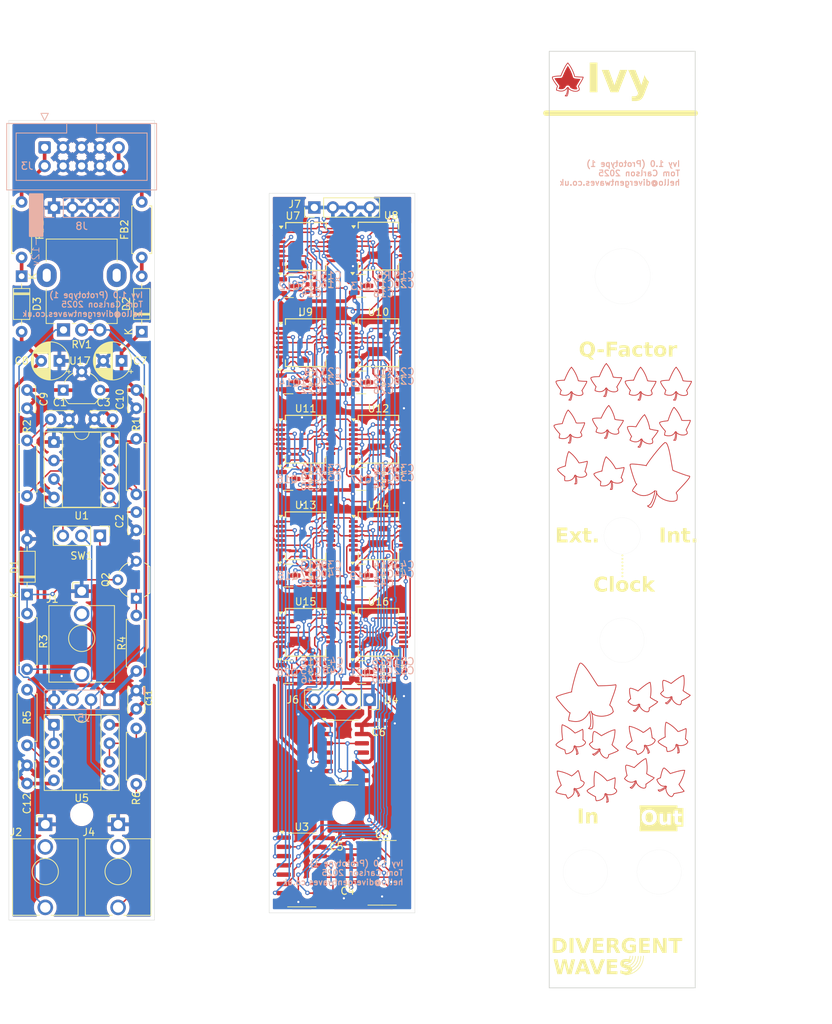
<source format=kicad_pcb>
(kicad_pcb (version 20241229) (generator "pcbnew") (generator_version "9.0")
  (layers (0 "F.Cu" signal) (2 "B.Cu" signal) (13 "F.Paste" user) (15 "B.Paste" user) (5 "F.SilkS" user "F.Silkscreen") (7 "B.SilkS" user "B.Silkscreen") (1 "F.Mask" user) (3 "B.Mask" user) (25 "Edge.Cuts" user))
  (net 0 "")
  (net 1 "Earth")
  (net 2 "Net-(U1-THR)")
  (net 3 "Net-(U1-CV)")
  (net 4 "+5V")
  (net 5 "+12V")
  (net 6 "-12V")
  (net 7 "Net-(C13-Pad1)")
  (net 8 "/DELAY_BUS")
  (net 9 "Net-(C14-Pad1)")
  (net 10 "Net-(C15-Pad1)")
  (net 11 "Net-(C16-Pad1)")
  (net 12 "Net-(C17-Pad1)")
  (net 13 "Net-(C18-Pad1)")
  (net 14 "Net-(C19-Pad1)")
  (net 15 "Net-(C20-Pad1)")
  (net 16 "Net-(C21-Pad1)")
  (net 17 "Net-(C22-Pad1)")
  (net 18 "Net-(C23-Pad1)")
  (net 19 "Net-(C24-Pad1)")
  (net 20 "Net-(C25-Pad1)")
  (net 21 "Net-(C26-Pad1)")
  (net 22 "Net-(C27-Pad1)")
  (net 23 "Net-(C28-Pad1)")
  (net 24 "Net-(C29-Pad1)")
  (net 25 "Net-(C30-Pad1)")
  (net 26 "Net-(C31-Pad1)")
  (net 27 "Net-(C32-Pad1)")
  (net 28 "Net-(C33-Pad1)")
  (net 29 "Net-(C34-Pad1)")
  (net 30 "Net-(C35-Pad1)")
  (net 31 "Net-(C36-Pad1)")
  (net 32 "Net-(C37-Pad1)")
  (net 33 "Net-(C38-Pad1)")
  (net 34 "Net-(C39-Pad1)")
  (net 35 "Net-(C40-Pad1)")
  (net 36 "Net-(C41-Pad1)")
  (net 37 "Net-(C42-Pad1)")
  (net 38 "Net-(C43-Pad1)")
  (net 39 "Net-(C44-Pad1)")
  (net 40 "Net-(C45-Pad1)")
  (net 41 "Net-(C46-Pad1)")
  (net 42 "Net-(C47-Pad1)")
  (net 43 "Net-(C48-Pad1)")
  (net 44 "Net-(C49-Pad1)")
  (net 45 "Net-(C50-Pad1)")
  (net 46 "Net-(C51-Pad1)")
  (net 47 "Net-(C52-Pad1)")
  (net 48 "Net-(D1-K)")
  (net 49 "Net-(D2-A)")
  (net 50 "Net-(D3-K)")
  (net 51 "Net-(J3-Pin_1)")
  (net 52 "Net-(J3-Pin_10)")
  (net 53 "Net-(J1-PadT)")
  (net 54 "Net-(J2-PadT)")
  (net 55 "Net-(J4-PadT)")
  (net 56 "/EXT_CLOCK")
  (net 57 "Net-(Q12-B)")
  (net 58 "Net-(Q12-C)")
  (net 59 "Net-(Q13-C)")
  (net 60 "Net-(Q13-B)")
  (net 61 "Net-(Q14-B)")
  (net 62 "Net-(Q14-C)")
  (net 63 "Net-(Q15-C)")
  (net 64 "Net-(Q15-B)")
  (net 65 "Net-(Q16-B)")
  (net 66 "Net-(Q16-C)")
  (net 67 "Net-(Q17-C)")
  (net 68 "Net-(Q17-B)")
  (net 69 "Net-(Q18-C)")
  (net 70 "Net-(Q18-B)")
  (net 71 "Net-(Q19-B)")
  (net 72 "Net-(Q19-C)")
  (net 73 "Net-(Q20-C)")
  (net 74 "Net-(Q20-B)")
  (net 75 "Net-(Q21-C)")
  (net 76 "Net-(Q21-B)")
  (net 77 "Net-(U1-DIS)")
  (net 78 "Net-(U5A-+)")
  (net 79 "Net-(U5B--)")
  (net 80 "/DELAY0")
  (net 81 "/DELAY1")
  (net 82 "/DELAY2")
  (net 83 "/DELAY3")
  (net 84 "/DELAY4")
  (net 85 "/DELAY5")
  (net 86 "/DELAY6")
  (net 87 "/DELAY7")
  (net 88 "/DELAY8")
  (net 89 "/DELAY9")
  (net 90 "Net-(U5A--)")
  (net 91 "/INT_CLOCK")
  (net 92 "/CLOCK")
  (net 93 "Net-(U2-CP1..3)")
  (net 94 "Net-(U2-Q2)")
  (net 95 "Net-(U2-Q1)")
  (net 96 "Net-(U2-Q3)")
  (net 97 "/F")
  (net 98 "/~{E}")
  (net 99 "/E")
  (net 100 "/~{F}")
  (net 101 "/DELAY_BUS_TOP")
  (net 102 "/CLOCK_TOP")
  (footprint "Capacitor_SMD:C_0402_1005Metric" (layer "F.Cu") (at 151.45 105.95)
    (property "Reference" "C43")
    (property "Value" "150n")
  )
  (footprint "Resistor_SMD:R_0402_1005Metric" (layer "F.Cu") (at 148.95 66.2)
    (property "Reference" "R8")
    (property "Value" "680R")
  )
  (footprint "Capacitor_SMD:C_0402_1005Metric" (layer "F.Cu") (at 141.449999 106.95)
    (property "Reference" "C40")
    (property "Value" "150n")
  )
  (footprint "divergent:Ivy-small-copper" (layer "F.Cu") (at 174.453835 135.75 44)
    (property "Reference" "REF**" (hide yes))
    (property "Value" "Ivy-small-copper" (hide yes))
  )
  (footprint "Capacitor_SMD:C_0402_1005Metric" (layer "F.Cu") (at 151.45 120.2)
    (property "Reference" "C52")
    (property "Value" "150n")
  )
  (footprint "Package_TO_SOT_SMD:SOT-23" (layer "F.Cu") (at 135.92 67.5)
    (property "Reference" "Q12")
    (property "Value" "MMBT3906")
  )
  (footprint "Connector_PinHeader_2.54mm:PinHeader_1x03_P2.54mm_Vertical" (layer "F.Cu") (at 110 101.75 -90)
    (property "Reference" "SW1")
    (property "Value" "SW_SPDT")
  )
  (footprint "Package_SO:SSOP-14_5.3x6.2mm_P0.65mm" (layer "F.Cu") (at 138.25 75.25)
    (property "Reference" "U9")
    (property "Value" "74LS00")
  )
  (footprint "Capacitor_SMD:C_0402_1005Metric" (layer "F.Cu") (at 151.45 92.7)
    (property "Reference" "C35")
    (property "Value" "150n")
  )
  (footprint "Package_SO:SSOP-14_5.3x6.2mm_P0.65mm" (layer "F.Cu") (at 148.25 101.75)
    (property "Reference" "U14")
    (property "Value" "74LS00")
  )
  (footprint "Capacitor_SMD:C_0402_1005Metric" (layer "F.Cu") (at 148.95 93.7)
    (property "Reference" "C33")
    (property "Value" "150n")
  )
  (footprint "Capacitor_THT:CP_Radial_D5.0mm_P2.50mm" (layer "F.Cu") (at 112.970075 77.75 180)
    (property "Reference" "C7")
    (property "Value" "47u")
  )
  (footprint "Capacitor_SMD:C_0402_1005Metric" (layer "F.Cu") (at 141.45 120.2)
    (property "Reference" "C48")
    (property "Value" "150n")
  )
  (footprint "Package_SO:SSOP-14_5.3x6.2mm_P0.65mm" (layer "F.Cu") (at 148.25 62)
    (property "Reference" "U8")
    (property "Value" "74LS00")
  )
  (footprint "Diode_THT:D_DO-35_SOD27_P7.62mm_Horizontal" (layer "F.Cu") (at 99.25 66.13 -90)
    (property "Reference" "D3")
    (property "Value" "D_Schottky")
  )
  (footprint "MountingHole:MountingHole_3.2mm_M3" (layer "F.Cu") (at 188 38.1874)
    (property "Reference" "REF**" (hide yes))
    (property "Value" "MountingHole_3.2mm_M3")
  )
  (footprint "divergent:Ivy-small-copper" (layer "F.Cu") (at 174.75 81)
    (property "Reference" "REF**" (hide yes))
    (property "Value" "Ivy-small-copper" (hide yes))
  )
  (footprint "MountingHole:MountingHole_2.7mm_M2.5" (layer "F.Cu") (at 107.5 140)
    (property "Reference" "REF**" (hide yes))
    (property "Value" "MountingHole_2.7mm_M2.5")
  )
  (footprint "divergent:Ivy-small-copper" (layer "F.Cu") (at 174.25 39.25)
    (property "Reference" "REF**" (hide yes))
    (property "Value" "Ivy-small-copper" (hide yes))
  )
  (footprint "Capacitor_SMD:C_0402_1005Metric" (layer "F.Cu") (at 138.95 94.7)
    (property "Reference" "C30")
    (property "Value" "150n")
  )
  (footprint "divergent:Ivy-small-copper" (layer "F.Cu") (at 175 92.5 15)
    (property "Reference" "REF**" (hide yes))
    (property "Value" "Ivy-small-copper" (hide yes))
  )
  (footprint "Capacitor_SMD:C_0402_1005Metric" (layer "F.Cu") (at 139 67.25)
    (property "Reference" "C13")
    (property "Value" "150n")
  )
  (footprint "Capacitor_SMD:C_0402_1005Metric" (layer "F.Cu") (at 141.45 119.2)
    (property "Reference" "C47")
    (property "Value" "150n")
  )
  (footprint "divergent:Ivy-small-copper" (layer "F.Cu") (at 184 134.5 -24)
    (property "Reference" "REF**" (hide yes))
    (property "Value" "Ivy-small-copper" (hide yes))
  )
  (footprint "Capacitor_SMD:C_0402_1005Metric" (layer "F.Cu") (at 151.45 106.95)
    (property "Reference" "C44")
    (property "Value" "150n")
  )
  (footprint "Capacitor_SMD:C_0402_1005Metric" (layer "F.Cu") (at 148.95 67.2)
    (property "Reference" "C17")
    (property "Value" "150n")
  )
  (footprint "Capacitor_SMD:C_0402_1005Metric" (layer "F.Cu") (at 151.45 80.45)
    (property "Reference" "C28")
    (property "Value" "150n")
  )
  (footprint "Capacitor_SMD:C_0402_1005Metric" (layer "F.Cu") (at 148.95 106.95)
    (property "Reference" "C41")
    (property "Value" "150n")
  )
  (footprint "Capacitor_SMD:C_0402_1005Metric" (layer "F.Cu") (at 148.275 127.56 180)
    (property "Reference" "C6")
    (property "Value" "100n")
  )
  (footprint "Diode_THT:D_DO-35_SOD27_P7.62mm_Horizontal" (layer "F.Cu") (at 115.75 73.75 90)
    (property "Reference" "D2")
    (property "Value" "D_Schottky")
  )
  (footprint "Resistor_SMD:R_0402_1005Metric" (layer "F.Cu") (at 138.95 79.45)
    (property "Reference" "R9")
    (property "Value" "680R")
  )
  (footprint "divergent:Ivy-small-copper" (layer "F.Cu") (at 189 86.5 4)
    (property "Reference" "REF**" (hide yes))
    (property "Value" "Ivy-small-copper" (hide yes))
  )
  (footprint "Connector_Audio:Jack_3.5mm_QingPu_WQP-PJ398SM_Vertical_CircularHoles" (layer "F.Cu") (at 102.5 141.35)
    (property "Reference" "J2")
    (property "Value" "AudioJack2")
  )
  (footprint "Capacitor_SMD:C_0402_1005Metric" (layer "F.Cu") (at 141.5 67.25)
    (property "Reference" "C16")
    (property "Value" "150n")
  )
  (footprint "divergent:Ivy-small-copper" (layer "F.Cu") (at 180 93.25 12)
    (property "Reference" "REF**" (hide yes))
    (property "Value" "Ivy-small-copper" (hide yes))
  )
  (footprint "Package_TO_SOT_SMD:SOT-23" (layer "F.Cu") (at 135.87 120.45)
    (property "Reference" "Q20")
    (property "Value" "MMBT3906")
  )
  (footprint "Capacitor_SMD:C_0402_1005Metric" (layer "F.Cu") (at 151.45 66.2)
    (property "Reference" "C19")
    (property "Value" "150n")
  )
  (footprint "divergent:Ivy" (layer "F.Cu") (at 186.75 93.75 -11)
    (property "Reference" "REF**" (hide yes))
    (property "Value" "Ivy" (hide yes))
  )
  (footprint "Capacitor_SMD:C_0402_1005Metric" (layer "F.Cu") (at 138.95 81.45)
    (property "Reference" "C22")
    (property "Value" "150n")
  )
  (footprint "Capacitor_SMD:C_0402_1005Metric" (layer "F.Cu") (at 138.95 120.2)
    (property "Reference" "C45")
    (property "Value" "150n")
  )
  (footprint "divergent:Ivy-small-copper" (layer "F.Cu") (at 188.75 129.5 25)
    (property "Reference" "REF**" (hide yes))
    (property "Value" "Ivy-small-copper" (hide yes))
  )
  (footprint "Resistor_SMD:R_0402_1005Metric" (layer "F.Cu") (at 148.95 79.45)
    (property "Reference" "R10")
    (property "Value" "680R")
  )
  (footprint "Capacitor_SMD:C_0402_1005Metric" (layer "F.Cu") (at 138.95 80.45)
    (property "Reference" "C21")
    (property "Value" "150n")
  )
  (footprint "Package_SO:SOIC-14_3.9x8.7mm_P1.27mm" (layer "F.Cu") (at 148.75 148)
    (property "Reference" "U2")
    (property "Value" "74LS90")
  )
  (footprint "divergent:Ivy-small-copper" (layer "F.Cu") (at 179.539082 80.5)
    (property "Reference" "REF**" (hide yes))
    (property "Value" "Ivy-small-copper" (hide yes))
  )
  (footprint "Package_TO_SOT_SMD:SOT-23" (layer "F.Cu") (at 145.87 67.45)
    (property "Reference" "Q13")
    (property "Value" "MMBT3906")
  )
  (footprint "Capacitor_SMD:C_0402_1005Metric" (layer "F.Cu") (at 141.45 93.7)
    (property "Reference" "C32")
    (property "Value" "150n")
  )
  (footprint "Capacitor_SMD:C_0402_1005Metric" (layer "F.Cu") (at 138.95 93.7)
    (property "Reference" "C29")
    (property "Value" "150n")
  )
  (footprint "Capacitor_THT:C_Disc_D3.4mm_W2.1mm_P2.50mm" (layer "F.Cu") (at 115 81.75 -90)
    (property "Reference" "C10")
    (property "Value" "330n")
  )
  (footprint "Connector_Audio:Jack_3.5mm_QingPu_WQP-PJ398SM_Vertical_CircularHoles" (layer "F.Cu") (at 107.5 109.35)
    (property "Reference" "J1")
    (property "Value" "AudioJack2")
  )
  (footprint "Resistor_SMD:R_0402_1005Metric" (layer "F.Cu") (at 148.95 119.2)
    (property "Reference" "R16")
    (property "Value" "680R")
  )
  (footprint "Resistor_THT:R_Axial_DIN0207_L6.3mm_D2.5mm_P7.62mm_Horizontal" (layer "F.Cu") (at 115.75 63.56 90)
    (property "Reference" "FB2")
    (property "Value" "FerriteBead_Small")
  )
  (footprint "Resistor_SMD:R_0402_1005Metric" (layer "F.Cu") (at 138.95 119.2)
    (property "Reference" "R15")
    (property "Value" "680R")
  )
  (footprint "divergent:Ivy-small-copper" (layer "F.Cu") (at 189.12236 81)
    (property "Reference" "REF**" (hide yes))
    (property "Value" "Ivy-small-copper" (hide yes))
  )
  (footprint "MountingHole:MountingHole_3.2mm_M3" (layer "F.Cu") (at 188 160.8694 180)
    (property "Reference" "REF**" (hide yes))
    (property "Value" "MountingHole_3.2mm_M3")
  )
  (footprint "Capacitor_SMD:C_0402_1005Metric" (layer "F.Cu") (at 151.45 119.2)
    (property "Reference" "C51")
    (property "Value" "150n")
  )
  (footprint "Package_DIP:DIP-8_W7.62mm_Socket" (layer "F.Cu") (at 103.69 127.69)
    (property "Reference" "U5")
    (property "Value" "TL072")
  )
  (footprint "Capacitor_SMD:C_0402_1005Metric" (layer "F.Cu") (at 151.45 67.2)
    (property "Reference" "C20")
    (property "Value" "150n")
  )
  (footprint "Package_TO_SOT_SMD:SOT-23" (layer "F.Cu") (at 145.87 93.95)
    (property "Reference" "Q17")
    (property "Value" "MMBT3906")
  )
  (footprint "Resistor_SMD:R_0402_1005Metric" (layer "F.Cu") (at 138.95 92.7)
    (property "Reference" "R11")
    (property "Value" "680R")
  )
  (footprint "divergent:Ivy-small-copper" (layer "F.Cu") (at 179 136.25 25)
    (property "Reference" "REF**" (hide yes))
    (property "Value" "Ivy-small-copper" (hide yes))
  )
  (footprint "Diode_THT:D_DO-35_SOD27_P7.62mm_Horizontal" (layer "F.Cu") (at 100 109.81 90)
    (property "Reference" "D1")
    (property "Value" "1N4148WS")
  )
  (footprint "Capacitor_SMD:C_0402_1005Metric" (layer "F.Cu") (at 138.949999 107.95)
    (property "Reference" "C38")
    (property "Value" "150n")
  )
  (footprint "Capacitor_THT:C_Disc_D3.4mm_W2.1mm_P2.50mm" (layer "F.Cu") (at 100 81.75 -90)
    (property "Reference" "C9")
    (property "Value" "100n")
  )
  (footprint "Capacitor_THT:CP_Radial_D5.0mm_P2.50mm" (layer "F.Cu") (at 104.44015 77.75 180)
    (property "Reference" "C8")
    (property "Value" "47u")
  )
  (footprint "Resistor_SMD:R_0402_1005Metric" (layer "F.Cu") (at 148.95 92.7)
    (property "Reference" "R12")
    (property "Value" "680R")
  )
  (footprint "Capacitor_SMD:C_0402_1005Metric" (layer "F.Cu") (at 144 149.25)
    (property "Reference" "C4")
    (property "Value" "100n")
  )
  (footprint "Resistor_SMD:R_0402_1005Metric" (layer "F.Cu") (at 139 66.25)
    (property "Reference" "R7")
    (property "Value" "680R")
  )
  (footprint "Connector_Audio:Jack_3.5mm_QingPu_WQP-PJ398SM_Vertical_CircularHoles" (layer "F.Cu") (at 112.5 141.35)
    (property "Reference" "J4")
    (property "Value" "AudioJack2")
  )
  (footprint "Capacitor_SMD:C_0402_1005Metric" (layer "F.Cu") (at 141.449999 105.95)
    (property "Reference" "C39")
    (property "Value" "150n")
  )
  (footprint "Capacitor_SMD:C_0402_1005Metric" (layer "F.Cu") (at 148.95 94.7)
    (property "Reference" "C34")
    (property "Value" "150n")
  )
  (footprint "Capacitor_SMD:C_0402_1005Metric" (layer "F.Cu") (at 142.48 143.27 180)
    (property "Reference" "C5")
    (property "Value" "100n")
  )
  (footprint "Capacitor_SMD:C_0402_1005Metric" (layer "F.Cu") (at 138.95 121.2)
    (property "Reference" "C46")
    (property "Value" "150n")
  )
  (footprint "divergent:Ivy-small-copper" (layer "F.Cu") (at 184.5 124 -26)
    (property "Reference" "REF**" (hide yes))
    (property "Value" "Ivy-small-copper" (hide yes))
  )
  (footprint "divergent:Ivy-small-copper" (layer "F.Cu") (at 179.25 130.25 -38)
    (property "Reference" "REF**" (hide yes))
    (property "Value" "Ivy-small-copper" (hide yes))
  )
  (footprint "divergent:Ivy-small-copper" (layer "F.Cu") (at 184.25 81)
    (property "Reference" "REF**" (hide yes))
    (property "Value" "Ivy-small-copper" (hide yes))
  )
  (footprint "Package_SO:SSOP-14_5.3x6.2mm_P0.65mm" (layer "F.Cu") (at 148.25 75.25)
    (property "Reference" "U10")
    (property "Value" "74LS00")
  )
  (footprint "Capacitor_SMD:C_0402_1005Metric" (layer "F.Cu") (at 141.45 92.7)
    (property "Reference" "C31")
    (property "Value" "150n")
  )
  (footprint "Capacitor_SMD:C_0402_1005Metric" (layer "F.Cu") (at 139 68.25)
    (property "Reference" "C14")
    (property "Value" "150n")
  )
  (footprint "Resistor_THT:R_Axial_DIN0207_L6.3mm_D2.5mm_P7.62mm_Horizontal" (layer "F.Cu") (at 100 112.44 -90)
    (property "Reference" "R3")
    (property "Value" "10k")
  )
  (footprint "Package_SO:SSOP-14_5.3x6.2mm_P0.65mm" (layer "F.Cu") (at 138.25 115)
    (property "Reference" "U15")
    (property "Value" "74LS00")
  )
  (footprint "Package_TO_SOT_SMD:SOT-23" (layer "F.Cu") (at 135.87 93.95)
    (property "Reference" "Q16")
    (property "Value" "MMBT3906")
  )
  (footprint "Package_TO_SOT_SMD:SOT-23" (layer "F.Cu") (at 135.87 107.2)
    (property "Reference" "Q18")
    (property "Value" "MMBT3906")
  )
  (footprint "Potentiometer_THT:Potentiometer_Alpha_RD901F-40-00D_Single_Vertical" (layer "F.Cu") (at 105 73.5 90)
    (property "Reference" "RV1")
    (property "Value" "R_Potentiometer")
  )
  (footprint "Connector_PinHeader_2.54mm:PinHeader_1x04_P2.54mm_Vertical" (layer "F.Cu") (at 139.45 56.7 90)
    (property "Reference" "J7")
    (property "Value" "Conn_01x04")
  )
  (footprint "Package_SO:SOIC-14_3.9x8.7mm_P1.27mm" (layer "F.Cu") (at 143.5 131.5)
    (property "Reference" "U4")
    (property "Value" "74LS74")
  )
  (footprint "Resistor_THT:R_Axial_DIN0207_L6.3mm_D2.5mm_P7.62mm_Horizontal" (layer "F.Cu") (at 100 96.29 90)
    (property "Reference" "R2")
    (property "Value" "1k")
  )
  (footprint "Package_SO:SSOP-14_5.3x6.2mm_P0.65mm" (layer "F.Cu") (at 148.25 115)
    (property "Reference" "U16")
    (property "Value" "74LS00")
  )
  (footprint "Capacitor_SMD:C_0402_1005Metric" (layer "F.Cu") (at 148.95 81.45)
    (property "Reference" "C26")
    (property "Value" "150n")
  )
  (footprint "Resistor_THT:R_Axial_DIN0207_L6.3mm_D2.5mm_P7.62mm_Horizontal" (layer "F.Cu") (at 99.25 63.56 90)
    (property "Reference" "FB1")
    (property "Value" "FerriteBead_Small")
  )
  (footprint "Connector_PinSocket_2.54mm:PinSocket_1x04_P2.54mm_Vertical" (layer "F.Cu") (at 147.05 124.25 -90)
    (property "Reference" "J6")
    (property "Value" "Conn_01x04")
  )
  (footprint "Package_SO:SSOP-14_5.3x6.2mm_P0.65mm" (layer "F.Cu") (at 138.25 88.5)
    (property "Reference" "U11")
    (property "Value" "74LS00")
  )
  (footprint "Capacitor_THT:C_Disc_D3.4mm_W2.1mm_P2.50mm" (layer "F.Cu") (at 109.25 85.75)
    (property "Reference" "C3")
    (property "Value" "100n")
  )
  (footprint "Resistor_THT:R_Axial_DIN0207_L6.3mm_D2.5mm_P7.62mm_Horizontal" (layer "F.Cu") (at 115 88.44 -90)
    (property "Reference" "R1")
    (property "Value" "1k")
  )
  (footprint "Capacitor_THT:C_Disc_D3.4mm_W2.1mm_P2.50mm" (layer "F.Cu") (at 103.25 85.75)
    (property "Reference" "C1")
    (property "Value" "4.7n")
  )
  (footprint "divergent:Ivy-small-copper" (layer "F.Cu") (at 179.75 86.25 -3)
    (property "Reference" "REF**" (hide yes))
    (property "Value" "Ivy-small-copper" (hide yes))
  )
  (footprint "Capacitor_SMD:C_0402_1005Metric" (layer "F.Cu") (at 138.949999 106.95)
    (property "Reference" "C37")
    (property "Value" "150n")
  )
  (footprint "Capacitor_SMD:C_0402_1005Metric" (layer "F.Cu") (at 148.95 80.45)
    (property "Reference" "C25")
    (property "Value" "150n")
  )
  (footprint "Capacitor_SMD:C_0402_1005Metric" (layer "F.Cu") (at 148.95 120.2)
    (property "Reference" "C49")
    (property "Value" "150n")
  )
  (footprint "Capacitor_SMD:C_0402_1005Metric" (layer "F.Cu") (at 148.95 121.2)
    (property "Reference" "C50")
    (property "Value" "150n")
  )
  (footprint "Capacitor_SMD:C_0402_1005Metric" (layer "F.Cu") (at 151.45 79.45)
    (property "Reference" "C27")
    (property "Value" "150n")
  )
  (footprint "Package_DIP:DIP-8_W7.62mm_Socket" (layer "F.Cu") (at 103.69 88.88)
    (property "Reference" "U1")
    (property "Value" "NE555D")
  )
  (footprint "Package_SO:SSOP-14_5.3x6.2mm_P0.65mm" (layer "F.Cu") (at 138.3 62.05)
    (property "Reference" "U7")
    (property "Value" "74LS00")
  )
  (footprint "Capacitor_THT:C_Disc_D3.4mm_W2.1mm_P2.50mm" (layer "F.Cu") (at 115 123 -90)
    (property "Reference" "C11")
    (property "Value" "100n")
  )
  (footprint "MountingHole:MountingHole_2.7mm_M2.5" (layer "F.Cu") (at 143.5 139.75)
    (property "Reference" "REF**" (hide yes))
    (property "Value" "MountingHole_2.7mm_M2.5")
  )
  (footprint "Package_SO:SSOP-14_5.3x6.2mm_P0.65mm" (layer "F.Cu") (at 138.25 101.75)
    (property "Reference" "U13")
    (property "Value" "74LS00")
  )
  (footprint "divergent:Ivy" (layer "F.Cu") (at 177 124 12)
    (property "Reference" "REF**" (hide yes))
    (property "Value" "Ivy" (hide yes))
  )
  (footprint "Package_TO_SOT_SMD:SOT-23" (layer "F.Cu") (at 135.87 80.7)
    (property "Reference" "Q14")
    (property "Value" "MMBT3906")
  )
  (footprint "Resistor_THT:R_Axial_DIN0207_L6.3mm_D2.5mm_P7.62mm_Horizontal" (layer "F.Cu") (at 115 128.19 -90)
    (property "Reference" "R6")
    (property "Value" "1k")
  )
  (footprint "Capacitor_SMD:C_0402_1005Metric" (layer "F.Cu") (at 148.95 68.2)
    (property "Reference" "C18")
    (property "Value" "150n")
  )
  (footprint "divergent:Ivy-small-copper" (layer "F.Cu") (at 188.5 135.5 -49)
    (property "Reference" "REF**" (hide yes))
    (property "Value" "Ivy-small-copper" (hide yes))
  )
  (footprint "Resistor_THT:R_Axial_DIN0207_L6.3mm_D2.5mm_P7.62mm_Horizontal" (layer "F.Cu") (at 100 122.88 -90)
    (property "Reference" "R5")
    (property "Value" "100k")
  )
  (footprint "Resistor_THT:R_Axial_DIN0207_L6.3mm_D2.5mm_P7.62mm_Horizontal" (layer "F.Cu") (at 115 120.31 90)
    (property "Reference" "R4")
    (property "Value" "1k")
  )
  (footprint "divergent:Ivy-small-copper" (layer "F.Cu") (at 184.199328 129.75 39)
    (property "Reference" "REF**" (hide yes))
    (property "Value" "Ivy-small-copper" (hide yes))
  )
  (footprint "Capacitor_SMD:C_0402_1005Metric" (layer "F.Cu") (at 141.5 66.25)
    (property "Reference" "C15")
    (property "Value" "150n")
  )
  (footprint "Package_SO:SSOP-14_5.3x6.2mm_P0.65mm" (layer "F.Cu") (at 148.25 88.5)
    (property "Reference" "U12")
    (property "Value" "74LS00")
  )
  (footprint "Capacitor_SMD:C_0402_1005Metric" (layer "F.Cu") (at 141.45 80.45)
    (property "Reference" "C24")
    (property "Value" "150n")
  )
  (footprint "Package_TO_SOT_SMD:SOT-23" (layer "F.Cu") (at 145.87 120.45)
    (property "Reference" "Q21")
    (property "Value" "MMBT3906")
  )
  (footprint "Capacitor_THT:C_Disc_D3.4mm_W2.1mm_P2.50mm" (layer "F.Cu") (at 100 133.25 -90)
    (property "Reference" "C12")
    (property "Value" "100n")
  )
  (footprint "Package_TO_SOT_THT:TO-92_Wide" (layer "F.Cu") (at 115 110.33 90)
    (property "Reference" "Q2")
    (property "Value" "BC548")
  )
  (footprint "Package_TO_SOT_SMD:SOT-23" (layer "F.Cu") (at 145.87 80.7)
    (property "Reference" "Q15")
    (property "Value" "MMBT3906")
  )
  (footprint "Capacitor_SMD:C_0402_1005Metric" (layer "F.Cu") (at 148.95 107.95)
    (property "Reference" "C42")
    (property "Value" "150n")
  )
  (footprint "divergent:Ivy-small-copper" (layer "F.Cu") (at 174.5 86.869097 5)
    (property "Reference" "REF**" (hide yes))
    (property "Value" "Ivy-small-copper" (hide yes))
  )
  (footprint "Capacitor_SMD:C_0402_1005Metric" (layer "F.Cu") (at 151.45 93.7)
    (property "Reference" "C36")
    (property "Value" "150n")
  )
  (footprint "Package_SO:SOIC-16_3.9x9.9mm_P1.27mm" (layer "F.Cu") (at 137.725 147.615)
    (property "Reference" "U3")
    (property "Value" "74LS42")
  )
  (footprint "Capacitor_SMD:C_0402_1005Metric" (layer "F.Cu") (at 141.45 79.45)
    (property "Reference" "C23")
    (property "Value" "150n")
  )
  (footprint "Resistor_SMD:R_0402_1005Metric" (layer "F.Cu") (at 138.949999 105.95)
    (property "Reference" "R13")
    (property "Value" "680R")
  )
  (footprint "divergent:Ivy-small-copper" (layer "F.Cu") (at 188.997237 123 -29)
    (property "Reference" "REF**" (hide yes))
    (property "Value" "Ivy-small-copper" (hide yes))
  )
  (footprint "divergent:Ivy-small-copper" (layer "F.Cu") (at 184.5 87.5 -7)
    (property "Reference" "REF**" (hide yes))
    (property "Value" "Ivy-small-copper" (hide yes))
  )
  (footprint "Resistor_SMD:R_0402_1005Metric" (layer "F.Cu") (at 148.95 105.95)
    (property "Reference" "R14")
    (property "Value" "680R")
  )
  (footprint "Package_TO_SOT_THT:TO-92_Wide" (layer "F.Cu") (at 104.96 81.77)
    (property "Reference" "U17")
    (property "Value" "L78L05_TO92")
  )
  (footprint "divergent:Ivy-small-copper" (layer "F.Cu") (at 174.674886 129.75 30)
    (property "Reference" "REF**" (hide yes))
    (property "Value" "Ivy-small-copper" (hide yes))
  )
  (footprint "Package_TO_SOT_SMD:SOT-23" (layer "F.Cu") (at 145.87 107.2)
    (property "Reference" "Q19")
    (property "Value" "MMBT3906")
  )
  (footprint "Capacitor_THT:C_Disc_D3.4mm_W2.1mm_P2.50mm" (layer "F.Cu") (at 115 101 90)
    (property "Reference" "C2")
    (property "Value" "10n")
  )
  (footprint "Connector_PinSocket_2.54mm:PinSocket_1x04_P2.54mm_Vertical" (layer "B.Cu") (at 103.7 56.725 -90)
    (property "Reference" "J8")
    (property "Value" "Conn_01x04")
  )
  (footprint "Connector_IDC:IDC-Header_2x05_P2.54mm_Vertical" (layer "B.Cu") (at 102.41 48.46 -90)
    (property "Reference" "J3")
    (property "Value" "Conn_02x05_Odd_Even")
  )
  (footprint "Connector_PinHeader_2.54mm:PinHeader_1x04_P2.54mm_Vertical" (layer "B.Cu") (at 111.32 124.25 90)
    (property "Reference" "J5")
    (property "Value" "Conn_01x04")
  )
  (gr_arc (start 182.807109 159.426771) (mid 182.596675 159.934774) (end 182.088672 160.145208) (stroke (width 0.1)) (layer "F.SilkS"))
  (gr_arc (start 183.925495 159.457953) (mid 183.396638 160.734737) (end 182.119854 161.263594) (stroke (width 0.1)) (layer "F.SilkS"))
  (gr_arc (start 183.170071 159.447629) (mid 182.859438 160.197537) (end 182.10953 160.50817) (stroke (width 0.1)) (layer "F.SilkS"))
  (gr_arc (start 184.63661 159.425061) (mid 183.89598 161.235332) (end 182.090033 161.986441) (stroke (width 0.1)) (layer "F.SilkS"))
  (gr_line (start 171.25 43.75) (end 191.75 43.75) (stroke (width 0.75)) (layer "F.SilkS"))
  (gr_arc (start 183.542618 159.461385) (mid 183.126898 160.464997) (end 182.123286 160.880717) (stroke (width 0.1)) (layer "F.SilkS"))
  (gr_arc (start 184.284316 159.44891) (mid 183.647705 160.985804) (end 182.110811 161.622415) (stroke (width 0.1)) (layer "F.SilkS"))
  (gr_line (start 117.5 154.5) (end 97.5 154.5) (stroke (width 0.05)) (layer "Edge.Cuts"))
  (gr_line (start 171.7084 163.7904) (end 191.75 163.7904) (stroke (width 0.1)) (layer "Edge.Cuts"))
  (gr_line (start 191.75 35.2664) (end 171.7138 35.2664) (stroke (width 0.1)) (layer "Edge.Cuts"))
  (gr_line (start 153.25 54.75) (end 153.25 153.5) (stroke (width 0.05)) (layer "Edge.Cuts"))
  (gr_line (start 97.5 154.5) (end 97.5 44.75) (stroke (width 0.05)) (layer "Edge.Cuts"))
  (gr_circle (center 181.697 116.099) (end 184.747 116.099) (stroke (width 0.01)) (fill no) (layer "Edge.Cuts"))
  (gr_line (start 133.25 54.75) (end 153.25 54.75) (stroke (width 0.05)) (layer "Edge.Cuts"))
  (gr_line (start 171.7072 35.2664) (end 171.7072 163.7904) (stroke (width 0.1)) (layer "Edge.Cuts"))
  (gr_circle (center 186.797 147.889) (end 189.847 147.889) (stroke (width 0.01)) (fill no) (layer "Edge.Cuts"))
  (gr_line (start 117.5 44.75) (end 117.5 154.5) (stroke (width 0.05)) (layer "Edge.Cuts"))
  (gr_circle (center 176.667 147.889) (end 179.717 147.889) (stroke (width 0.01)) (fill no) (layer "Edge.Cuts"))
  (gr_line (start 133.25 153.5) (end 133.25 54.75) (stroke (width 0.05)) (layer "Edge.Cuts"))
  (gr_line (start 191.75 35.2664) (end 191.75 163.7904) (stroke (width 0.1)) (layer "Edge.Cuts"))
  (gr_circle (center 181.72 101.76) (end 184.22 101.76) (stroke (width 0.01)) (fill no) (layer "Edge.Cuts"))
  (gr_line (start 153.25 153.5) (end 133.25 153.5) (stroke (width 0.05)) (layer "Edge.Cuts"))
  (gr_circle (center 181.797 66.139) (end 185.597 66.139) (stroke (width 0.01)) (fill no) (layer "Edge.Cuts"))
  (gr_line (start 97.5 44.75) (end 117.5 44.75) (stroke (width 0.05)) (layer "Edge.Cuts"))
  (gr_text "Ivy" (at 176.75 41.5656 0) (layer "F.SilkS") (effects (font (size 4 4) (thickness 0.3) (bold yes)) (justify left bottom)))
  (gr_text "Ext." (at 172.5 103 0) (layer "F.SilkS") (effects (font (size 2 2) (thickness 0.4) (bold yes)) (justify left bottom)))
  (gr_text "In" (at 175.5 141.56 0) (layer "F.SilkS") (effects (font (size 2 2) (thickness 0.4) (bold yes)) (justify left bottom)))
  (gr_text "Clock" (at 177.75 109.75 0) (layer "F.SilkS") (effects (font (size 2 2) (thickness 0.4) (bold yes)) (justify left bottom)))
  (gr_text "WAVES" (at 172.25 162.25 0) (layer "F.SilkS") (effects (font (size 2 2) (thickness 0.5) (bold yes)) (justify left bottom)))
  (gr_text "DIVERGENT" (at 171.9198 159.334774 0) (layer "F.SilkS") (effects (font (size 2 2) (thickness 0.5) (bold yes)) (justify left bottom)))
  (gr_text "Out" (at 184.25 141.75 0) (layer "F.SilkS" knockout) (effects (font (size 2 2) (thickness 0.4) (bold yes)) (justify left bottom)))
  (gr_text "Q-Factor" (at 175.75 77.5 0) (layer "F.SilkS") (effects (font (size 2 2) (thickness 0.4) (bold yes)) (justify left bottom)))
  (gr_text "......." (at 181.93 107.64 90) (layer "F.SilkS") (effects (font (size 1 1)) (justify left bottom)))
  (gr_text "Int." (at 186.75 103 0) (layer "F.SilkS") (effects (font (size 2 2) (thickness 0.4) (bold yes)) (justify left bottom)))
  (gr_text "Ivy 1.0 (Prototype 1)\nTom Carlson 2025\nhello@divergentwaves.co.uk" (at 116 70 0) (layer "B.SilkS") (effects (font (size 0.8 0.8)) (justify left mirror)))
  (gr_text "-12v" (at 101.75 60.75 90) (layer "B.SilkS") (effects (font (size 1 1) (thickness 0.1)) (justify left bottom mirror)))
  (gr_text "Ivy 1.0 (Prototype 1)\nTom Carlson 2025\nhello@divergentwaves.co.uk" (at 151.75 148 0) (layer "B.SilkS") (effects (font (size 0.8 0.8)) (justify left mirror)))
  (gr_text "Ivy 1.0 (Prototype 1)\nTom Carlson 2025\nhello@divergentwaves.co.uk" (at 189.75 52 0) (layer "B.SilkS") (effects (font (size 0.8 0.8)) (justify left mirror)))
  (segment (start 147.71 145.46) (end 148.25 146) (width 0.2) (layer "F.Cu") (net 1))
  (segment (start 148.755 127.56) (end 150.44 127.56) (width 0.2) (layer "F.Cu") (net 1))
  (segment (start 143.52 151.48) (end 143.5 151.5) (width 0.2) (layer "F.Cu") (net 1))
  (segment (start 135.75 77.25) (end 137.5 77.25) (width 0.2) (layer "F.Cu") (net 1))
  (segment (start 146.275 145.46) (end 147.71 145.46) (width 0.2) (layer "F.Cu") (net 1))
  (segment (start 136 90.5) (end 137.5 90.5) (width 0.2) (layer "F.Cu") (net 1))
  (segment (start 146.75 116.75) (end 148.25 115.25) (width 0.2) (layer "F.Cu") (net 1))
  (segment (start 147.25 89.5) (end 149.25 89.5) (width 0.2) (layer "F.Cu") (net 1))
  (segment (start 135.25 152.06) (end 137.19 152.06) (width 0.2) (layer "F.Cu") (net 1))
  (segment (start 135.7 77.2) (end 135.75 77.25) (width 0.2) (layer "F.Cu") (net 1))
  (segment (start 144.8 90.45) (end 146.3 90.45) (width 0.2) (layer "F.Cu") (net 1))
  (segment (start 136.25 103.75) (end 137.5 103.75) (width 0.2) (layer "F.Cu") (net 1))
  (segment (start 135.95 90.45) (end 136 90.5) (width 0.2) (layer "F.Cu") (net 1))
  (segment (start 146.3 90.45) (end 146.5 90.25) (width 0.2) (layer "F.Cu") (net 1))
  (segment (start 144.8 64.7) (end 144.75 64.75) (width 0.2) (layer "F.Cu") (net 1))
  (segment (start 144.8 116.95) (end 146.55 116.95) (width 0.2) (layer "F.Cu") (net 1))
  (segment (start 149.75 99) (end 151.5 97.25) (width 0.2) (layer "F.Cu") (net 1))
  (segment (start 146.25 77) (end 148.75 77) (width 0.2) (layer "F.Cu") (net 1))
  (segment (start 134.85 64) (end 134.85 64.65) (width 0.2) (layer "F.Cu") (net 1))
  (segment (start 150.02 149.27) (end 150 149.25) (width 0.2) (layer "F.Cu") (net 1))
  (segment (start 148.25 115.25) (end 150 115.25) (width 0.2) (layer "F.Cu") (net 1))
  (segment (start 146.05 77.2) (end 146.25 77) (width 0.2) (layer "F.Cu") (net 1))
  (segment (start 138 116.75) (end 138.5 116.75) (width 0.2) (layer "F.Cu") (net 1))
  (segment (start 146.5 90.25) (end 147.25 89.5) (width 0.2) (layer "F.Cu") (net 1))
  (segment (start 136.55 116.95) (end 136.75 116.75) (width 0.2) (layer "F.Cu") (net 1))
  (segment (start 134.8 103.7) (end 136.2 103.7) (width 0.2) (layer "F.Cu") (net 1))
  (segment (start 148.27 143.27) (end 148.5 143.5) (width 0.2) (layer "F.Cu") (net 1))
  (segment (start 147.185503 102.814497) (end 149.555287 102.814497) (width 0.2) (layer "F.Cu") (net 1))
  (segment (start 144.8 63.95) (end 146.3 63.95) (width 0.2) (layer "F.Cu") (net 1))
  (segment (start 144.8 77.2) (end 146.05 77.2) (width 0.2) (layer "F.Cu") (net 1))
  (segment (start 146.55 116.95) (end 146.75 116.75) (width 0.2) (layer "F.Cu") (net 1))
  (segment (start 140.31 135.31) (end 139 134) (width 0.2) (layer "F.Cu") (net 1))
  (segment (start 134.85 64.65) (end 134.5 65) (width 0.2) (layer "F.Cu") (net 1))
  (segment (start 137.43 126.25) (end 137.25 126.25) (width 0.2) (layer "F.Cu") (net 1))
  (segment (start 136.2 103.7) (end 136.25 103.75) (width 0.2) (layer "F.Cu") (net 1))
  (segment (start 151.5 97.25) (end 151.75 97.25) (width 0.2) (layer "F.Cu") (net 1))
  (segment (start 150.44 127.56) (end 150.5 127.5) (width 0.2) (layer "F.Cu") (net 1))
  (segment (start 151.25 110.5) (end 150 110.5) (width 0.2) (layer "F.Cu") (net 1))
  (segment (start 151.225 149.27) (end 150.02 149.27) (width 0.2) (layer "F.Cu") (net 1))
  (segment (start 134.8 90.45) (end 135.95 90.45) (width 0.2) (layer "F.Cu") (net 1))
  (segment (start 139.43 124.25) (end 137.43 126.25) (width 0.2) (layer "F.Cu") (net 1))
  (segment (start 137.75 97.5) (end 141.75 97.5) (width 0.2) (layer "F.Cu") (net 1))
  (segment (start 148.75 77) (end 149.25 76.5) (width 0.2) (layer "F.Cu") (net 1))
  (segment (start 141.025 135.31) (end 140.31 135.31) (width 0.2) (layer "F.Cu") (net 1))
  (segment (start 136.75 116.75) (end 138 116.75) (width 0.2) (layer "F.Cu") (net 1))
  (segment (start 148.04 150.54) (end 148.75 151.25) (width 0.2) (layer "F.Cu") (net 1))
  (segment (start 137.19 152.06) (end 137.25 152) (width 0.2) (layer "F.Cu") (net 1))
  (segment (start 142.96 143.27) (end 148.27 143.27) (width 0.2) (layer "F.Cu") (net 1))
  (segment (start 144.8 63.95) (end 144.8 64.7) (width 0.2) (layer "F.Cu") (net 1))
  (segment (start 134.8 116.95) (end 136.55 116.95) (width 0.2) (layer "F.Cu") (net 1))
  (segment (start 144.8 103.7) (end 146.3 103.7) (width 0.2) (layer "F.Cu") (net 1))
  (segment (start 138 116.75) (end 138 115.75) (width 0.2) (layer "F.Cu") (net 1))
  (segment (start 143.52 149.25) (end 143.52 151.48) (width 0.2) (layer "F.Cu") (net 1))
  (segment (start 146.5 103.5) (end 147.185503 102.814497) (width 0.2) (layer "F.Cu") (net 1))
  (segment (start 146.275 150.54) (end 148.04 150.54) (width 0.2) (layer "F.Cu") (net 1))
  (segment (start 141.75 97.5) (end 142.5 98.25) (width 0.2) (layer "F.Cu") (net 1))
  (segment (start 142.5 98.25) (end 147.25 98.25) (width 0.2) (layer "F.Cu") (net 1))
  (segment (start 138.5 116.75) (end 139.25 117.5) (width 0.2) (layer "F.Cu") (net 1))
  (segment (start 146.3 103.7) (end 146.5 103.5) (width 0.2) (layer "F.Cu") (net 1))
  (segment (start 146.3 63.95) (end 146.5 63.75) (width 0.2) (layer "F.Cu") (net 1))
  (segment (start 134.8 77.2) (end 135.7 77.2) (width 0.2) (layer "F.Cu") (net 1))
  (via (at 149.25 74.25) (size 0.6) (drill 0.3) (layers "F.Cu" "B.Cu") (net 1))
  (via (at 149.75 99) (size 0.6) (drill 0.3) (layers "F.Cu" "B.Cu") (net 1))
  (via (at 137.5 71.5) (size 0.6) (drill 0.3) (layers "F.Cu" "B.Cu") (net 1))
  (via (at 138 115.75) (size 0.6) (drill 0.3) (layers "F.Cu" "B.Cu") (net 1))
  (via (at 137.75 87.5) (size 0.6) (drill 0.3) (layers "F.Cu" "B.Cu") (net 1))
  (via (at 146.75 116.75) (size 0.6) (drill 0.3) (layers "F.Cu" "B.Cu") (net 1))
  (via (at 151.75 123.75) (size 0.6) (drill 0.3) (layers "F.Cu" "B.Cu") (net 1))
  (via (at 135.75 77.25) (size 0.6) (drill 0.3) (layers "F.Cu" "B.Cu") (net 1))
  (via (at 148.25 146) (size 0.6) (drill 0.3) (layers "F.Cu" "B.Cu") (net 1))
  (via (at 138 111.5) (size 0.6) (drill 0.3) (layers "F.Cu" "B.Cu") (net 1))
  (via (at 137.5 77.25) (size 0.6) (drill 0.3) (layers "F.Cu" "B.Cu") (net 1))
  (via (at 149.555287 102.814497) (size 0.6) (drill 0.3) (layers "F.Cu" "B.Cu") (net 1))
  (via (at 149.25 87.25) (size 0.6) (drill 0.3) (layers "F.Cu" "B.Cu") (net 1))
  (via (at 139 134) (size 0.6) (drill 0.3) (layers "F.Cu" "B.Cu") (net 1))
  (via (at 137.25 126.25) (size 0.6) (drill 0.3) (layers "F.Cu" "B.Cu") (net 1))
  (via (at 137.25 152) (size 0.6) (drill 0.3) (layers "F.Cu" "B.Cu") (net 1))
  (via (at 137.75 100.75) (size 0.6) (drill 0.3) (layers "F.Cu" "B.Cu") (net 1))
  (via (at 150 115.25) (size 0.6) (drill 0.3) (layers "F.Cu" "B.Cu") (net 1))
  (via (at 143.5 151.5) (size 0.6) (drill 0.3) (layers "F.Cu" "B.Cu") (net 1))
  (via (at 149.25 89.5) (size 0.6) (drill 0.3) (layers "F.Cu" "B.Cu") (net 1))
  (via (at 151.75 97.25) (size 0.6) (drill 0.3) (layers "F.Cu" "B.Cu") (net 1))
  (via (at 146.5 113.25) (size 0.6) (drill 0.3) (layers "F.Cu" "B.Cu") (net 1))
  (via (at 134.5 65) (size 0.6) (drill 0.3) (layers "F.Cu" "B.Cu") (net 1))
  (via (at 137.5 90.5) (size 0.6) (drill 0.3) (layers "F.Cu" "B.Cu") (net 1))
  (via (at 150.5 127.5) (size 0.6) (drill 0.3) (layers "F.Cu" "B.Cu") (net 1))
  (via (at 141.75 97.5) (size 0.6) (drill 0.3) (layers "F.Cu" "B.Cu") (net 1))
  (via (at 150 149.25) (size 0.6) (drill 0.3) (layers "F.Cu" "B.Cu") (net 1))
  (via (at 137.75 97.5) (size 0.6) (drill 0.3) (layers "F.Cu" "B.Cu") (net 1))
  (via (at 137.25 134) (size 0.6) (drill 0.3) (layers "F.Cu" "B.Cu") (net 1))
  (via (at 137.5 74.5) (size 0.6) (drill 0.3) (layers "F.Cu" "B.Cu") (net 1))
  (via (at 150 110.5) (size 0.6) (drill 0.3) (layers "F.Cu" "B.Cu") (net 1))
  (via (at 139.25 117.5) (size 0.6) (drill 0.3) (layers "F.Cu" "B.Cu") (net 1))
  (via (at 148.75 151.25) (size 0.6) (drill 0.3) (layers "F.Cu" "B.Cu") (net 1))
  (via (at 149.25 85.75) (size 0.6) (drill 0.3) (layers "F.Cu" "B.Cu") (net 1))
  (via (at 136 90.5) (size 0.6) (drill 0.3) (layers "F.Cu" "B.Cu") (net 1))
  (via (at 137.5 103.75) (size 0.6) (drill 0.3) (layers "F.Cu" "B.Cu") (net 1))
  (via (at 149.25 72.25) (size 0.6) (drill 0.3) (layers "F.Cu" "B.Cu") (net 1))
  (via (at 137.75 85.5) (size 0.6) (drill 0.3) (layers "F.Cu" "B.Cu") (net 1))
  (via (at 149.25 76.5) (size 0.6) (drill 0.3) (layers "F.Cu" "B.Cu") (net 1))
  (via (at 149.75 100.5) (size 0.6) (drill 0.3) (layers "F.Cu" "B.Cu") (net 1))
  (via (at 104.75 121) (size 0.6) (drill 0.3) (layers "F.Cu" "B.Cu") (net 1))
  (via (at 147.25 98.25) (size 0.6) (drill 0.3) (layers "F.Cu" "B.Cu") (net 1))
  (via (at 151.75 84.25) (size 0.6) (drill 0.3) (layers "F.Cu" "B.Cu") (net 1))
  (via (at 138 113.5) (size 0.6) (drill 0.3) (layers "F.Cu" "B.Cu") (net 1))
  (via (at 144.75 64.75) (size 0.6) (drill 0.3) (layers "F.Cu" "B.Cu") (net 1))
  (via (at 148.5 143.5) (size 0.6) (drill 0.3) (layers "F.Cu" "B.Cu") (net 1))
  (segment (start 149.25 89.5) (end 149.25 87.25) (width 0.2) (layer "B.Cu") (net 1))
  (segment (start 137.75 100.75) (end 137.5 101) (width 0.2) (layer "B.Cu") (net 1))
  (segment (start 147.25 114.002332) (end 147.25 114) (width 0.2) (layer "B.Cu") (net 1))
  (segment (start 137 122.75) (end 137 126) (width 0.2) (layer "B.Cu") (net 1))
  (segment (start 147.25 114) (end 146.5 113.25) (width 0.2) (layer "B.Cu") (net 1))
  (segment (start 139.25 120.5) (end 137 122.75) (width 0.2) (layer "B.Cu") (net 1))
  (segment (start 147.1 114.152331) (end 147.25 114.002332) (width 0.2) (layer "B.Cu") (net 1))
  (segment (start 149.75 100.5) (end 149.75 99) (width 0.2) (layer "B.Cu") (net 1))
  (segment (start 149.555287 102.814497) (end 149.555287 100.694713) (width 0.2) (layer "B.Cu") (net 1))
  (segment (start 137 126) (end 137.25 126.25) (width 0.2) (layer "B.Cu") (net 1))
  (segment (start 137.5 77.25) (end 137.5 74.5) (width 0.2) (layer "B.Cu") (net 1))
  (segment (start 149.25 87.25) (end 149.25 85.75) (width 0.2) (layer "B.Cu") (net 1))
  (segment (start 138 115.75) (end 138 113.5) (width 0.2) (layer "B.Cu") (net 1))
  (segment (start 149.555287 100.694713) (end 149.75 100.5) (width 0.2) (layer "B.Cu") (net 1))
  (segment (start 139.25 117.5) (end 139.25 120.5) (width 0.2) (layer "B.Cu") (net 1))
  (segment (start 137.5 87.75) (end 137.75 87.5) (width 0.2) (layer "B.Cu") (net 1))
  (segment (start 141.25 122.43) (end 141.25 120) (width 0.2) (layer "B.Cu") (net 1))
  (segment (start 137.5 90.5) (end 137.5 87.75) (width 0.2) (layer "B.Cu") (net 1))
  (segment (start 146.75 116.548) (end 147.1 116.198) (width 0.2) (layer "B.Cu") (net 1))
  (segment (start 139 134) (end 137.25 134) (width 0.2) (layer "B.Cu") (net 1))
  (segment (start 139.43 124.25) (end 141.25 122.43) (width 0.2) (layer "B.Cu") (net 1))
  (segment (start 149.25 76.5) (end 149.25 74.25) (width 0.2) (layer "B.Cu") (net 1))
  (segment (start 149.25 74.25) (end 149.25 72.25) (width 0.2) (layer "B.Cu") (net 1))
  (segment (start 138 113.5) (end 138 111.5) (width 0.2) (layer "B.Cu") (net 1))
  (segment (start 137.5 101) (end 137.5 103.75) (width 0.2) (layer "B.Cu") (net 1))
  (segment (start 150 115.25) (end 150 110.5) (width 0.2) (layer "B.Cu") (net 1))
  (segment (start 137.75 100.75) (end 137.75 97.5) (width 0.2) (layer "B.Cu") (net 1))
  (segment (start 137.5 74.5) (end 137.5 71.5) (width 0.2) (layer "B.Cu") (net 1))
  (segment (start 146.75 116.75) (end 146.75 116.548) (width 0.2) (layer "B.Cu") (net 1))
  (segment (start 147.1 116.198) (end 147.1 114.152331) (width 0.2) (layer "B.Cu") (net 1))
  (segment (start 137.75 87.5) (end 137.75 85.5) (width 0.2) (layer "B.Cu") (net 1))
  (segment (start 102.75 91.42) (end 103.69 91.42) (width 0.2) (layer "F.Cu") (net 2))
  (segment (start 100 88.67) (end 102.75 91.42) (width 0.2) (layer "F.Cu") (net 2))
  (segment (start 103.69 91.42) (end 108.77 91.42) (width 0.2) (layer "F.Cu") (net 2))
  (segment (start 108.77 91.42) (end 111.31 93.96) (width 0.2) (layer "F.Cu") (net 2))
  (segment (start 103.25 85.75) (end 100.33 88.67) (width 0.2) (layer "F.Cu") (net 2))
  (segment (start 100.33 88.67) (end 100 88.67) (width 0.2) (layer "F.Cu") (net 2))
  (segment (start 113.31 98.5) (end 111.31 96.5) (width 0.2) (layer "F.Cu") (net 3))
  (segment (start 115 98.5) (end 113.31 98.5) (width 0.2) (layer "F.Cu") (net 3))
  (segment (start 146.98 132.77) (end 145.975 132.77) (width 0.5) (layer "F.Cu") (net 4))
  (segment (start 144.75 109.5) (end 144.75 108.3325) (width 0.5) (layer "F.Cu") (net 4))
  (segment (start 134.9325 94.9) (end 135.5825 95.55) (width 0.5) (layer "F.Cu") (net 4))
  (segment (start 143.913476 143.836524) (end 143.965194 143.836524) (width 0.5) (layer "F.Cu") (net 4))
  (segment (start 135.5825 95.55) (end 137.831371 95.55) (width 0.5) (layer "F.Cu") (net 4))
  (segment (start 147.05 124.25) (end 147.05 126.615) (width 0.5) (layer "F.Cu") (net 4))
  (segment (start 144.3715 121.961) (end 140.25 121.961) (width 0.5) (layer "F.Cu") (net 4))
  (segment (start 147.401 129.411001) (end 147.401 132.349) (width 0.5) (layer "F.Cu") (net 4))
  (segment (start 136.080909 69.548409) (end 143.784091 69.548409) (width 0.5) (layer "F.Cu") (net 4))
  (segment (start 111.31 88.88) (end 114.56 88.88) (width 0.5) (layer "F.Cu") (net 4))
  (segment (start 111.75 85.75) (end 111.75 88.44) (width 0.5) (layer "F.Cu") (net 4))
  (segment (start 102.5 96.5) (end 103.69 96.5) (width 0.5) (layer "F.Cu") (net 4))
  (segment (start 102.399 121.649) (end 102.399 96.601) (width 0.5) (layer "F.Cu") (net 4))
  (segment (start 144.5 120.75) (end 144.5 120.9675) (width 0.5) (layer "F.Cu") (net 4))
  (segment (start 144.75 81.8325) (end 144.9325 81.65) (width 0.5) (layer "F.Cu") (net 4))
  (segment (start 144.9325 121.4) (end 144.3715 121.961) (width 0.5) (layer "F.Cu") (net 4))
  (segment (start 111.32 124.25) (end 109.336 122.266) (width 0.5) (layer "F.Cu") (net 4))
  (segment (start 135.577225 122.044725) (end 134.9325 121.4) (width 0.5) (layer "F.Cu") (net 4))
  (segment (start 144.75 95.0825) (end 144.9325 94.9) (width 0.5) (layer "F.Cu") (net 4))
  (segment (start 140.25 108.711) (end 144.3715 108.711) (width 0.5) (layer "F.Cu") (net 4))
  (segment (start 140.5 95.461) (end 144.3715 95.461) (width 0.5) (layer "F.Cu") (net 4))
  (segment (start 147.401 132.349) (end 146.98 132.77) (width 0.5) (layer "F.Cu") (net 4))
  (segment (start 140.25 121.961) (end 137.897301 121.961) (width 0.5) (layer "F.Cu") (net 4))
  (segment (start 134.9325 121.4) (end 134.9325 129.4325) (width 0.5) (layer "F.Cu") (net 4))
  (segment (start 146.255 149.25) (end 146.275 149.27) (width 0.5) (layer "F.Cu") (net 4))
  (segment (start 139.599 128.141001) (end 139.599 131.048999) (width 0.5) (layer "F.Cu") (net 4))
  (segment (start 135.577225 82.294725) (end 144.287775 82.294725) (width 0.5) (layer "F.Cu") (net 4))
  (segment (start 144.48 149.25) (end 146.255 149.25) (width 0.5) (layer "F.Cu") (net 4))
  (segment (start 137.813576 122.044725) (end 135.577225 122.044725) (width 0.5) (layer "F.Cu") (net 4))
  (segment (start 142.451001 144.031) (end 143.719 144.031) (width 0.5) (layer "F.Cu") (net 4))
  (segment (start 138.951001 131.048999) (end 138 132) (width 0.5) (layer "F.Cu") (net 4))
  (segment (start 101.75 81.75) (end 104.94 81.75) (width 0.5) (layer "F.Cu") (net 4))
  (segment (start 142 143.27) (end 142 143.579999) (width 0.5) (layer "F.Cu") (net 4))
  (segment (start 143.965194 143.836524) (end 144.04867 143.92) (width 0.5) (layer "F.Cu") (net 4))
  (segment (start 137.920371 108.711) (end 140.25 108.711) (width 0.5) (layer "F.Cu") (net 4))
  (segment (start 147.05 126.615) (end 145.975 127.69) (width 0.5) (layer "F.Cu") (net 4))
  (segment (start 140.5 137.651) (end 140.5 142.87) (width 0.5) (layer "F.Cu") (net 4))
  (segment (start 137.897301 121.961) (end 137.813576 122.044725) (width 0.5) (layer "F.Cu") (net 4))
  (segment (start 134.9325 129.4325) (end 138 132.5) (width 0.5) (layer "F.Cu") (net 4))
  (segment (start 144.9325 68.4) (end 144.9325 69.4325) (width 0.5) (layer "F.Cu") (net 4))
  (segment (start 144.287775 82.294725) (end 144.9325 81.65) (width 0.5) (layer "F.Cu") (net 4))
  (segment (start 143.719 144.031) (end 143.913476 143.836524) (width 0.5) (layer "F.Cu") (net 4))
  (segment (start 103.016 122.266) (end 102.399 121.649) (width 0.5) (layer "F.Cu") (net 4))
  (segment (start 144.48 149.25) (end 144.48 149.98) (width 0.5) (layer "F.Cu") (net 4))
  (segment (start 144.5 120.9675) (end 144.9325 121.4) (width 0.5) (layer "F.Cu") (net 4))
  (segment (start 144.9325 121.4) (end 144.672386 121.4) (width 0.5) (layer "F.Cu") (net 4))
  (segment (start 104.96 81.77) (end 107.77 81.77) (width 0.5) (layer "F.Cu") (net 4))
  (segment (start 141.025 127.69) (end 140.050001 127.69) (width 0.5) (layer "F.Cu") (net 4))
  (segment (start 138 135.151) (end 140.5 137.651) (width 0.5) (layer "F.Cu") (net 4))
  (segment (start 109.336 122.266) (end 103.016 122.266) (width 0.5) (layer "F.Cu") (net 4))
  (segment (start 144.75 82.75) (end 144.75 81.8325) (width 0.5) (layer "F.Cu") (net 4))
  (segment (start 134.9325 81.65) (end 135.577225 82.294725) (width 0.5) (layer "F.Cu") (net 4))
  (segment (start 145.975 128.96) (end 146.949999 128.96) (width 0.5) (layer "F.Cu") (net 4))
  (segment (start 138 132) (end 138 132.5) (width 0.5) (layer "F.Cu") (net 4))
  (segment (start 139.599 131.048999) (end 138.951001 131.048999) (width 0.5) (layer "F.Cu") (net 4))
  (segment (start 135.5825 108.8) (end 137.831371 108.8) (width 0.5) (layer "F.Cu") (net 4))
  (segment (start 134.9325 108.15) (end 135.5825 108.8) (width 0.5) (layer "F.Cu") (net 4))
  (segment (start 147.665 127.69) (end 147.795 127.56) (width 0.5) (layer "F.Cu") (net 4))
  (segment (start 144.9325 121.4) (end 145.5325 122) (width 0.5) (layer "F.Cu") (net 4))
  (segment (start 140.3 143.27) (end 140.2 143.17) (width 0.5) (layer "F.Cu") (net 4))
  (segment (start 144.3715 108.711) (end 144.9325 108.15) (width 0.5) (layer "F.Cu") (net 4))
  (segment (start 145.5325 122) (end 147.5 122) (width 0.5) (layer "F.Cu") (net 4))
  (segment (start 145.975 127.69) (end 147.665 127.69) (width 0.5) (layer "F.Cu") (net 4))
  (segment (start 137.920371 95.461) (end 140.5 95.461) (width 0.5) (layer "F.Cu") (net 4))
  (segment (start 102.399 96.601) (end 102.5 96.5) (width 0.5) (layer "F.Cu") (net 4))
  (segment (start 140.050001 127.69) (end 139.599 128.141001) (width 0.5) (layer "F.Cu") (net 4))
  (segment (start 114.56 88.88) (end 115 88.44) (width 0.5) (layer "F.Cu") (net 4))
  (segment (start 107.77 81.77) (end 111.75 85.75) (width 0.5) (layer "F.Cu") (net 4))
  (segment (start 134.9825 68.45) (end 136.080909 69.548409) (width 0.5) (layer "F.Cu") (net 4))
  (segment (start 137.831371 95.55) (end 137.920371 95.461) (width 0.5) (layer "F.Cu") (net 4))
  (segment (start 144.75 108.3325) (end 144.9325 108.15) (width 0.5) (layer "F.Cu") (net 4))
  (segment (start 142 143.27) (end 140.3 143.27) (width 0.5) (layer "F.Cu") (net 4))
  (segment (start 142 143.579999) (end 142.451001 144.031) (width 0.5) (layer "F.Cu") (net 4))
  (segment (start 144.75 96) (end 144.75 95.0825) (width 0.5) (layer "F.Cu") (net 4))
  (segment (start 145.975 128.96) (end 145.975 127.69) (width 0.5) (layer "F.Cu") (net 4))
  (segment (start 144.3715 95.461) (end 144.9325 94.9) (width 0.5) (layer "F.Cu") (net 4))
  (segment (start 144.9325 69.4325) (end 145 69.5) (width 0.5) (layer "F.Cu") (net 4))
  (segment (start 138 132.5) (end 138 135.151) (width 0.5) (layer "F.Cu") (net 4))
  (segment (start 139.599 131.048999) (end 140.050001 131.5) (width 0.5) (layer "F.Cu") (net 4))
  (segment (start 111.75 88.44) (end 111.31 88.88) (width 0.5) (layer "F.Cu") (net 4))
  (segment (start 140.5 142.87) (end 140.2 143.17) (width 0.5) (layer "F.Cu") (net 4))
  (segment (start 137.831371 108.8) (end 137.920371 108.711) (width 0.5) (layer "F.Cu") (net 4))
  (segment (start 146.949999 128.96) (end 147.401 129.411001) (width 0.5) (layer "F.Cu") (net 4))
  (segment (start 140.050001 131.5) (end 141.025 131.5) (width 0.5) (layer "F.Cu") (net 4))
  (segment (start 143.784091 69.548409) (end 144.9325 68.4) (width 0.5) (layer "F.Cu") (net 4))
  (segment (start 104.94 81.75) (end 104.96 81.77) (width 0.5) (layer "F.Cu") (net 4))
  (segment (start 100 81.75) (end 101.75 81.75) (width 0.5) (layer "F.Cu") (net 4))
  (segment (start 144.48 149.98) (end 144.5 150) (width 0.5) (layer "F.Cu") (net 4))
  (via (at 144.75 109.5) (size 0.6) (drill 0.3) (layers "F.Cu" "B.Cu") (net 4))
  (via (at 144.5 150) (size 0.6) (drill 0.3) (layers "F.Cu" "B.Cu") (net 4))
  (via (at 145 69.5) (size 0.6) (drill 0.3) (layers "F.Cu" "B.Cu") (net 4))
  (via (at 144.75 96) (size 0.6) (drill 0.3) (layers "F.Cu" "B.Cu") (net 4))
  (via (at 144.5 120.75) (size 0.6) (drill 0.3) (layers "F.Cu" "B.Cu") (net 4))
  (via (at 144.04867 143.92) (size 0.6) (drill 0.3) (layers "F.Cu" "B.Cu") (net 4))
  (via (at 147.5 122) (size 0.6) (drill 0.3) (layers "F.Cu" "B.Cu") (net 4))
  (via (at 144.75 82.75) (size 0.6) (drill 0.3) (layers "F.Cu" "B.Cu") (net 4))
  (segment (start 101.999 83.749) (end 100 81.75) (width 0.5) (layer "B.Cu") (net 4))
  (segment (start 144.75 109.5) (end 144.75 120.5) (width 0.5) (layer "B.Cu") (net 4))
  (segment (start 144.75 120.5) (end 144.5 120.75) (width 0.5) (layer "B.Cu") (net 4))
  (segment (start 144.75 82.75) (end 144.75 96) (width 0.5) (layer "B.Cu") (net 4))
  (segment (start 145 69.5) (end 145.5 70) (width 0.5) (layer "B.Cu") (net 4))
  (segment (start 103.69 96.5) (end 101.999 94.809) (width 0.5) (layer "B.Cu") (net 4))
  (segment (start 147.5 123.8) (end 147.05 124.25) (width 0.5) (layer "B.Cu") (net 4))
  (segment (start 145.5 71.25) (end 144.75 72) (width 0.5) (layer "B.Cu") (net 4))
  (segment (start 111.32 124.25) (end 111.32 123.99) (width 0.5) (layer "B.Cu") (net 4))
  (segment (start 147.5 122) (end 147.5 123.8) (width 0.5) (layer "B.Cu") (net 4))
  (segment (start 144.75 72) (end 144.75 82.75) (width 0.5) (layer "B.Cu") (net 4))
  (segment (start 144.17 143.92) (end 144.04867 143.92) (width 0.5) (layer "B.Cu") (net 4))
  (segment (start 144.5 144.25) (end 144.17 143.92) (width 0.5) (layer "B.Cu") (net 4))
  (segment (start 144.5 150) (end 144.5 144.25) (width 0.5) (layer "B.Cu") (net 4))
  (segment (start 101.999 94.809) (end 101.999 83.749) (width 0.5) (layer "B.Cu") (net 4))
  (segment (start 145.5 70) (end 145.5 71.25) (width 0.5) (layer "B.Cu") (net 4))
  (segment (start 111.32 123.99) (end 115 120.31) (width 0.5) (layer "B.Cu") (net 4))
  (segment (start 144.75 96) (end 144.75 109.5) (width 0.5) (layer "B.Cu") (net 4))
  (segment (start 116.251 83.001) (end 116.251 124.249) (width 0.5) (layer "F.Cu") (net 5))
  (segment (start 110.04 81.77) (end 114.98 81.77) (width 0.5) (layer "F.Cu") (net 5))
  (segment (start 113.06 127.44) (end 115 125.5) (width 0.5) (layer "F.Cu") (net 5))
  (segment (start 111.31 127.69) (end 113.06 127.69) (width 0.5) (layer "F.Cu") (net 5))
  (segment (start 116.251 124.249) (end 115 125.5) (width 0.5) (layer "F.Cu") (net 5))
  (segment (start 112.970075 77.75) (end 112.970075 76.529925) (width 0.5) (layer "F.Cu") (net 5))
  (segment (start 115 81.75) (end 116.251 83.001) (width 0.5) (layer "F.Cu") (net 5))
  (segment (start 112.970075 77.75) (end 112.970075 79.720075) (width 0.5) (layer "F.Cu") (net 5))
  (segment (start 113.06 127.69) (end 113.06 127.44) (width 0.5) (layer "F.Cu") (net 5))
  (segment (start 114.98 81.77) (end 115 81.75) (width 0.5) (layer "F.Cu") (net 5))
  (segment (start 112.970075 76.529925) (end 115.75 73.75) (width 0.5) (layer "F.Cu") (net 5))
  (segment (start 112.970075 79.720075) (end 115 81.75) (width 0.5) (layer "F.Cu") (net 5))
  (segment (start 98.25 134) (end 100 135.75) (width 0.5) (layer "F.Cu") (net 6))
  (segment (start 100 135.75) (end 103.25 135.75) (width 0.5) (layer "F.Cu") (net 6))
  (segment (start 101.94015 77.75) (end 98.25 81.44015) (width 0.5) (layer "F.Cu") (net 6))
  (segment (start 103.25 135.75) (end 103.69 135.31) (width 0.5) (layer "F.Cu") (net 6))
  (segment (start 99.25 75.05985) (end 101.94015 77.75) (width 0.5) (layer "F.Cu") (net 6))
  (segment (start 98.25 81.44015) (end 98.25 134) (width 0.5) (layer "F.Cu") (net 6))
  (segment (start 99.25 73.75) (end 99.25 75.05985) (width 0.5) (layer "F.Cu") (net 6))
  (segment (start 136.25 60.75) (end 135.6 61.4) (width 0.2) (layer "F.Cu") (net 7))
  (segment (start 135.6 61.4) (end 134.85 61.4) (width 0.2) (layer "F.Cu") (net 7))
  (segment (start 136.079032 68.101) (end 135.478032 67.5) (width 0.2) (layer "F.Cu") (net 7))
  (segment (start 135.478032 67.5) (end 135.25 67.5) (width 0.2) (layer "F.Cu") (net 7))
  (segment (start 138.52 67.25) (end 137.669 68.101) (width 0.2) (layer "F.Cu") (net 7))
  (segment (start 137.669 68.101) (end 136.079032 68.101) (width 0.2) (layer "F.Cu") (net 7))
  (via (at 135.25 67.5) (size 0.6) (drill 0.3) (layers "F.Cu" "B.Cu") (net 7))
  (via (at 136.25 60.75) (size 0.6) (drill 0.3) (layers "F.Cu" "B.Cu") (net 7))
  (segment (start 135.25 61.75) (end 136.25 60.75) (width 0.2) (layer "B.Cu") (net 7))
  (segment (start 135.25 67.5) (end 135.25 61.75) (width 0.2) (layer "B.Cu") (net 7))
  (segment (start 149.43 93.7) (end 149.43 94.7) (width 0.2) (layer "F.Cu") (net 8))
  (segment (start 143.727251 107.272749) (end 142.252748 107.272749) (width 0.2) (layer "F.Cu") (net 8))
  (segment (start 140.93 121.2) (end 139.43 121.2) (width 0.2) (layer "F.Cu") (net 8))
  (segment (start 139.429999 106.95) (end 139.429999 107.95) (width 0.2) (layer "F.Cu") (net 8))
  (segment (start 139.43 93.7) (end 139.43 94.7) (width 0.2) (layer "F.Cu") (net 8))
  (segment (start 151.93 92.7) (end 151.93 93.7) (width 0.2) (layer "F.Cu") (net 8))
  (segment (start 141.929999 106.95) (end 141.929999 105.95) (width 0.2) (layer "F.Cu") (net 8))
  (segment (start 150.93 94.7) (end 149.43 94.7) (width 0.2) (layer "F.Cu") (net 8))
  (segment (start 152 108) (end 152 107.02) (width 0.2) (layer "F.Cu") (net 8))
  (segment (start 147.139999 110.55) (end 144.027251 110.55) (width 0.2) (layer "F.Cu") (net 8))
  (segment (start 147.389999 97.05) (end 144.522183 97.05) (width 0.2) (layer "F.Cu") (net 8))
  (segment (start 143.75 67.75) (end 142.48 67.75) (width 0.2) (layer "F.Cu") (net 8))
  (segment (start 149.43 107.95) (end 149.43 108.259999) (width 0.2) (layer "F.Cu") (net 8))
  (segment (start 149.43 107.95) (end 149.43 106.95) (width 0.2) (layer "F.Cu") (net 8))
  (segment (start 150.93 121.2) (end 151.93 120.2) (width 0.2) (layer "F.Cu") (net 8))
  (segment (start 141.93 120.2) (end 142.341015 120.2) (width 0.2) (layer "F.Cu") (net 8))
  (segment (start 143.2 80.45) (end 143.75 81) (width 0.2) (layer "F.Cu") (net 8))
  (segment (start 147.211705 70.728294) (end 144.956443 70.728294) (width 0.2) (layer "F.Cu") (net 8))
  (segment (start 144.05 83.8) (end 143.75 83.5) (width 0.2) (layer "F.Cu") (net 8))
  (segment (start 144.027251 110.55) (end 143.727251 110.25) (width 0.2) (layer "F.Cu") (net 8))
  (segment (start 149.43 95.009999) (end 147.389999 97.05) (width 0.2) (layer "F.Cu") (net 8))
  (segment (start 151.93 79.45) (end 151.93 80.45) (width 0.2) (layer "F.Cu") (net 8))
  (segment (start 151.93 93.7) (end 150.93 94.7) (width 0.2) (layer "F.Cu") (net 8))
  (segment (start 149.43 68.2) (end 149.43 68.509999) (width 0.2) (layer "F.Cu") (net 8))
  (segment (start 151.93 106.95) (end 151.93 105.95) (width 0.2) (layer "F.Cu") (net 8))
  (segment (start 142.252748 107.272749) (end 141.929999 106.95) (width 0.2) (layer "F.Cu") (net 8))
  (segment (start 140.93 94.7) (end 141.93 93.7) (width 0.2) (layer "F.Cu") (net 8))
  (segment (start 150.93 107.95) (end 151.93 106.95) (width 0.2) (layer "F.Cu") (net 8))
  (segment (start 151.93 120.2) (end 151.93 119.2) (width 0.2) (layer "F.Cu") (net 8))
  (segment (start 139.43 94.7) (end 140.93 94.7) (width 0.2) (layer "F.Cu") (net 8))
  (segment (start 141.929999 106.95) (end 140.929999 107.95) (width 0.2) (layer "F.Cu") (net 8))
  (segment (start 142.48 67.75) (end 141.98 67.25) (width 0.2) (layer "F.Cu") (net 8))
  (segment (start 149.43 67.2) (end 149.43 68.2) (width 0.2) (layer "F.Cu") (net 8))
  (segment (start 149.43 121.2) (end 150.93 121.2) (width 0.2) (layer "F.Cu") (net 8))
  (segment (start 149.43 81.45) (end 150.93 81.45) (width 0.2) (layer "F.Cu") (net 8))
  (segment (start 141.93 92.7) (end 143.244 92.7) (width 0.2) (layer "F.Cu") (net 8))
  (segment (start 139.48 68.25) (end 140.98 68.25) (width 0.2) (layer "F.Cu") (net 8))
  (segment (start 143.244 92.7) (end 143.294 92.75) (width 0.2) (layer "F.Cu") (net 8))
  (segment (start 141.98 66.25) (end 141.98 67.25) (width 0.2) (layer "F.Cu") (net 8))
  (segment (start 151.93 121.18) (end 152 121.25) (width 0.2) (layer "F.Cu") (net 8))
  (segment (start 144.522183 97.05) (end 144.222183 96.75) (width 0.2) (layer "F.Cu") (net 8))
  (segment (start 149.43 81.45) (end 149.43 81.759999) (width 0.2) (layer "F.Cu") (net 8))
  (segment (start 141.93 80.45) (end 143.2 80.45) (width 0.2) (layer "F.Cu") (net 8))
  (segment (start 152 107.02) (end 151.93 106.95) (width 0.2) (layer "F.Cu") (net 8))
  (segment (start 141.93 120.2) (end 141.93 119.2) (width 0.2) (layer "F.Cu") (net 8))
  (segment (start 149.43 81.759999) (end 147.389999 83.8) (width 0.2) (layer "F.Cu") (net 8))
  (segment (start 149.43 108.259999) (end 147.139999 110.55) (width 0.2) (layer "F.Cu") (net 8))
  (segment (start 144.956443 70.728294) (end 144.727348 70.957389) (width 0.2) (layer "F.Cu") (net 8))
  (segment (start 149.43 94.7) (end 149.43 95.009999) (width 0.2) (layer "F.Cu") (net 8))
  (segment (start 140.98 68.25) (end 141.98 67.25) (width 0.2) (layer "F.Cu") (net 8))
  (segment (start 147.389999 83.8) (end 144.05 83.8) (width 0.2) (layer "F.Cu") (net 8))
  (segment (start 149.43 80.45) (end 149.43 81.45) (width 0.2) (layer "F.Cu") (net 8))
  (segment (start 151.93 120.2) (end 151.93 121.18) (width 0.2) (layer "F.Cu") (net 8))
  (segment (start 141.93 120.2) (end 140.93 121.2) (width 0.2) (layer "F.Cu") (net 8))
  (segment (start 149.43 107.95) (end 150.93 107.95) (width 0.2) (layer "F.Cu") (net 8))
  (segment (start 139.43 81.45) (end 140.93 81.45) (width 0.2) (layer "F.Cu") (net 8))
  (segment (start 150.93 68.2) (end 151.93 67.2) (width 0.2) (layer "F.Cu") (net 8))
  (segment (start 150.93 81.45) (end 151.93 80.45) (width 0.2) (layer "F.Cu") (net 8))
  (segment (start 149.43 121.2) (end 149.43 120.2) (width 0.2) (layer "F.Cu") (net 8))
  (segment (start 151.93 66.2) (end 151.93 67.2) (width 0.2) (layer "F.Cu") (net 8))
  (segment (start 141.93 79.45) (end 141.93 80.45) (width 0.2) (layer "F.Cu") (net 8))
  (segment (start 141.93 92.7) (end 141.93 93.7) (width 0.2) (layer "F.Cu") (net 8))
  (segment (start 149.43 68.2) (end 150.93 68.2) (width 0.2) (layer "F.Cu") (net 8))
  (segment (start 139.48 67.25) (end 139.48 68.25) (width 0.2) (layer "F.Cu") (net 8))
  (segment (start 142.341015 120.2) (end 143.121882 120.980867) (width 0.2) (layer "F.Cu") (net 8))
  (segment (start 140.929999 107.95) (end 139.429999 107.95) (width 0.2) (layer "F.Cu") (net 8))
  (segment (start 139.43 80.45) (end 139.43 81.45) (width 0.2) (layer "F.Cu") (net 8))
  (segment (start 139.43 121.2) (end 139.43 120.2) (width 0.2) (layer "F.Cu") (net 8))
  (segment (start 140.93 81.45) (end 141.93 80.45) (width 0.2) (layer "F.Cu") (net 8))
  (segment (start 149.43 68.509999) (end 147.211705 70.728294) (width 0.2) (layer "F.Cu") (net 8))
  (segment (start 144.222183 96.75) (end 143.5 96.75) (width 0.2) (layer "F.Cu") (net 8))
  (via (at 144.727348 70.957389) (size 0.6) (drill 0.3) (layers "F.Cu" "B.Cu") (net 8))
  (via (at 143.75 81) (size 0.6) (drill 0.3) (layers "F.Cu" "B.Cu") (net 8))
  (via (at 152 121.25) (size 0.6) (drill 0.3) (layers "F.Cu" "B.Cu") (net 8))
  (via (at 143.75 67.75) (size 0.6) (drill 0.3) (layers "F.Cu" "B.Cu") (net 8))
  (via (at 143.75 83.5) (size 0.6) (drill 0.3) (layers "F.Cu" "B.Cu") (net 8))
  (via (at 143.727251 110.25) (size 0.6) (drill 0.3) (layers "F.Cu" "B.Cu") (net 8))
  (via (at 143.121882 120.980867) (size 0.6) (drill 0.3) (layers "F.Cu" "B.Cu") (net 8))
  (via (at 143.294 92.75) (size 0.6) (drill 0.3) (layers "F.Cu" "B.Cu") (net 8))
  (via (at 143.5 96.75) (size 0.6) (drill 0.3) (layers "F.Cu" "B.Cu") (net 8))
  (via (at 143.727251 107.272749) (size 0.6) (drill 0.3) (layers "F.Cu" "B.Cu") (net 8))
  (via (at 152 108) (size 0.6) (drill 0.3) (layers "F.Cu" "B.Cu") (net 8))
  (segment (start 143.704502 120.75) (end 143.352749 120.75) (width 0.2) (layer "B.Cu") (net 8))
  (segment (start 152 121.25) (end 152 108) (width 0.2) (layer "B.Cu") (net 8))
  (segment (start 143.5 96.75) (end 143.294 96.544) (width 0.2) (layer "B.Cu") (net 8))
  (segment (start 144.690663 70.5) (end 144.827981 70.637318) (width 0.2) (layer "B.Cu") (net 8))
  (segment (start 143.727251 120.727251) (end 143.704502 120.75) (width 0.2) (layer "B.Cu") (net 8))
  (segment (start 143.121882 122.861882) (end 143.121882 120.980867) (width 0.2) (layer "B.Cu") (net 8))
  (segment (start 143.294 96.544) (end 143.294 92.75) (width 0.2) (layer "B.Cu") (net 8))
  (segment (start 143.75 70.5) (end 143.75 67.75) (width 0.2) (layer "B.Cu") (net 8))
  (segment (start 143.294 92.75) (end 143.75 92.294) (width 0.2) (layer "B.Cu") (net 8))
  (segment (start 143.727251 110.25) (end 143.727251 120.727251) (width 0.2) (layer "B.Cu") (net 8))
  (segment (start 144.827981 70.637318) (end 144.827981 70.856756) (width 0.2) (layer "B.Cu") (net 8))
  (segment (start 143.75 81) (end 143.75 70.5) (width 0.2) (layer "B.Cu") (net 8))
  (segment (start 143.75 92.294) (end 143.75 83.5) (width 0.2) (layer "B.Cu") (net 8))
  (segment (start 143.75 83.5) (end 143.75 81) (width 0.2) (layer "B.Cu") (net 8))
  (segment (start 144.827981 70.856756) (end 144.727348 70.957389) (width 0.2) (layer "B.Cu") (net 8))
  (segment (start 143.5 107.045498) (end 143.727251 107.272749) (width 0.2) (layer "B.Cu") (net 8))
  (segment (start 143.5 96.75) (end 143.5 107.045498) (width 0.2) (layer "B.Cu") (net 8))
  (segment (start 143.75 70.5) (end 144.690663 70.5) (width 0.2) (layer "B.Cu") (net 8))
  (segment (start 144.51 124.25) (end 143.121882 122.861882) (width 0.2) (layer "B.Cu") (net 8))
  (segment (start 143.727251 107.272749) (end 143.727251 110.25) (width 0.2) (layer "B.Cu") (net 8))
  (segment (start 143.352749 120.75) (end 143.121882 120.980867) (width 0.2) (layer "B.Cu") (net 8))
  (segment (start 134.85 63.35) (end 138.2043 63.35) (width 0.2) (layer "F.Cu") (net 9))
  (segment (start 138.52 68.25) (end 138.225396 68.25) (width 0.2) (layer "F.Cu") (net 9))
  (segment (start 138.2043 63.35) (end 138.9055 64.0512) (width 0.2) (layer "F.Cu") (net 9))
  (segment (start 138.225396 68.25) (end 137.726987 68.748409) (width 0.2) (layer "F.Cu") (net 9))
  (via (at 138.9055 64.0512) (size 0.6) (drill 0.3) (layers "F.Cu" "B.Cu") (net 9))
  (via (at 137.726987 68.748409) (size 0.6) (drill 0.3) (layers "F.Cu" "B.Cu") (net 9))
  (segment (start 139 68.25) (end 138.11732 68.25) (width 0.2) (layer "B.Cu") (net 9))
  (segment (start 139 64.1457) (end 139 68.25) (width 0.2) (layer "B.Cu") (net 9))
  (segment (start 138.11732 68.25) (end 137.726987 68.640333) (width 0.2) (layer "B.Cu") (net 9))
  (segment (start 138.9055 64.0512) (end 139 64.1457) (width 0.2) (layer "B.Cu") (net 9))
  (segment (start 137.726987 68.640333) (end 137.726987 68.748409) (width 0.2) (layer "B.Cu") (net 9))
  (segment (start 141.02 66.25) (end 141.02 64.73) (width 0.2) (layer "F.Cu") (net 10))
  (segment (start 141.02 64.73) (end 141.75 64) (width 0.2) (layer "F.Cu") (net 10))
  (segment (start 140.439 66.669) (end 141.02 67.25) (width 0.2) (layer "F.Cu") (net 11))
  (segment (start 139.627178 62.05) (end 139.545055 61.967877) (width 0.2) (layer "F.Cu") (net 11))
  (segment (start 141.75 62.05) (end 139.627178 62.05) (width 0.2) (layer "F.Cu") (net 11))
  (segment (start 140.439 64.689) (end 140.439 66.669) (width 0.2) (layer "F.Cu") (net 11))
  (segment (start 138.25 62.5) (end 140.439 64.689) (width 0.2) (layer "F.Cu") (net 11))
  (segment (start 138.782123 61.967877) (end 138.25 62.5) (width 0.2) (layer "F.Cu") (net 11))
  (segment (start 139.545055 61.967877) (end 138.782123 61.967877) (width 0.2) (layer "F.Cu") (net 11))
  (segment (start 147.5 66.23) (end 147.5 65) (width 0.2) (layer "F.Cu") (net 12))
  (segment (start 147.35 61.35) (end 144.8 61.35) (width 0.2) (layer "F.Cu") (net 12))
  (segment (start 147.5 61.5) (end 147.35 61.35) (width 0.2) (layer "F.Cu") (net 12))
  (segment (start 148.47 67.2) (end 147.5 66.23) (width 0.2) (layer "F.Cu") (net 12))
  (via (at 147.5 61.5) (size 0.6) (drill 0.3) (layers "F.Cu" "B.Cu") (net 12))
  (via (at 147.5 65) (size 0.6) (drill 0.3) (layers "F.Cu" "B.Cu") (net 12))
  (segment (start 147.5 63.015075) (end 147.5 61.5) (width 0.2) (layer "B.Cu") (net 12))
  (segment (start 147.5 65) (end 147.5 64.234924) (width 0.2) (layer "B.Cu") (net 12))
  (segment (start 147.55 63.065075) (end 147.5 63.015075) (width 0.2) (layer "B.Cu") (net 12))
  (segment (start 147.55 64.184924) (end 147.55 63.065075) (width 0.2) (layer "B.Cu") (net 12))
  (segment (start 147.5 64.234924) (end 147.55 64.184924) (width 0.2) (layer "B.Cu") (net 12))
  (segment (start 145.079032 67.101) (end 144.154032 67.101) (width 0.2) (layer "F.Cu") (net 13))
  (segment (start 143.894 63.406) (end 144 63.3) (width 0.2) (layer "F.Cu") (net 13))
  (segment (start 144.154032 67.101) (end 143.894 66.840968) (width 0.2) (layer "F.Cu") (net 13))
  (segment (start 144 63.3) (end 144.8 63.3) (width 0.2) (layer "F.Cu") (net 13))
  (segment (start 143.894 66.840968) (end 143.894 63.406) (width 0.2) (layer "F.Cu") (net 13))
  (segment (start 146.178032 68.2) (end 145.079032 67.101) (width 0.2) (layer "F.Cu") (net 13))
  (segment (start 148.47 68.2) (end 146.178032 68.2) (width 0.2) (layer "F.Cu") (net 13))
  (segment (start 150.97 64.68) (end 151.7 63.95) (width 0.2) (layer "F.Cu") (net 14))
  (segment (start 150.97 66.2) (end 150.97 64.68) (width 0.2) (layer "F.Cu") (net 14))
  (segment (start 150.049 63.059677) (end 150.049 66.279) (width 0.2) (layer "F.Cu") (net 15))
  (segment (start 151.7 62) (end 151.108677 62) (width 0.2) (layer "F.Cu") (net 15))
  (segment (start 150.049 66.279) (end 150.97 67.2) (width 0.2) (layer "F.Cu") (net 15))
  (segment (start 151.108677 62) (end 150.049 63.059677) (width 0.2) (layer "F.Cu") (net 15))
  (segment (start 134.9 74.5) (end 134.8 74.6) (width 0.2) (layer "F.Cu") (net 16))
  (segment (start 138.47 80.45) (end 137.95 80.45) (width 0.2) (layer "F.Cu") (net 16))
  (segment (start 136.5 79) (end 136.5 78.75) (width 0.2) (layer "F.Cu") (net 16))
  (segment (start 136.5 74.5) (end 134.9 74.5) (width 0.2) (layer "F.Cu") (net 16))
  (segment (start 137.95 80.45) (end 136.5 79) (width 0.2) (layer "F.Cu") (net 16))
  (via (at 136.5 74.5) (size 0.6) (drill 0.3) (layers "F.Cu" "B.Cu") (net 16))
  (via (at 136.5 78.75) (size 0.6) (drill 0.3) (layers "F.Cu" "B.Cu") (net 16))
  (segment (start 136.5 78.75) (end 136.5 74.5) (width 0.2) (layer "B.Cu") (net 16))
  (segment (start 137.52693 81.45) (end 137.482205 81.494725) (width 0.2) (layer "F.Cu") (net 17))
  (segment (start 138.714499 76.55) (end 138.85 76.685501) (width 0.2) (layer "F.Cu") (net 17))
  (segment (start 134.8 76.55) (end 138.714499 76.55) (width 0.2) (layer "F.Cu") (net 17))
  (segment (start 138.47 81.45) (end 137.52693 81.45) (width 0.2) (layer "F.Cu") (net 17))
  (via (at 138.85 76.685501) (size 0.6) (drill 0.3) (layers "F.Cu" "B.Cu") (net 17))
  (via (at 137.482205 81.494725) (size 0.6) (drill 0.3) (layers "F.Cu" "B.Cu") (net 17))
  (segment (start 139.159392 76.685501) (end 138.85 76.685501) (width 0.2) (layer "B.Cu") (net 17))
  (segment (start 139.25 81) (end 139.25 76.776109) (width 0.2) (layer "B.Cu") (net 17))
  (segment (start 138.755275 81.494725) (end 139.25 81) (width 0.2) (layer "B.Cu") (net 17))
  (segment (start 139.25 76.776109) (end 139.159392 76.685501) (width 0.2) (layer "B.Cu") (net 17))
  (segment (start 137.482205 81.494725) (end 138.755275 81.494725) (width 0.2) (layer "B.Cu") (net 17))
  (segment (start 140.97 77.93) (end 141.7 77.2) (width 0.2) (layer "F.Cu") (net 18))
  (segment (start 140.97 79.45) (end 140.97 77.93) (width 0.2) (layer "F.Cu") (net 18))
  (segment (start 139.5 78.5) (end 140.389 79.389) (width 0.2) (layer "F.Cu") (net 19))
  (segment (start 139.5 75.5) (end 139.5 78.5) (width 0.2) (layer "F.Cu") (net 19))
  (segment (start 140.389 79.869) (end 140.97 80.45) (width 0.2) (layer "F.Cu") (net 19))
  (segment (start 141.7 75.25) (end 139.75 75.25) (width 0.2) (layer "F.Cu") (net 19))
  (segment (start 139.75 75.25) (end 139.5 75.5) (width 0.2) (layer "F.Cu") (net 19))
  (segment (start 140.389 79.389) (end 140.389 79.869) (width 0.2) (layer "F.Cu") (net 19))
  (segment (start 147 74.5) (end 146.9 74.6) (width 0.2) (layer "F.Cu") (net 20))
  (segment (start 148.47 80.45) (end 147.5 79.48) (width 0.2) (layer "F.Cu") (net 20))
  (segment (start 146.9 74.6) (end 144.8 74.6) (width 0.2) (layer "F.Cu") (net 20))
  (segment (start 147.5 74.5) (end 147 74.5) (width 0.2) (layer "F.Cu") (net 20))
  (segment (start 147.5 79.48) (end 147.5 78.5) (width 0.2) (layer "F.Cu") (net 20))
  (via (at 147.5 74.5) (size 0.6) (drill 0.3) (layers "F.Cu" "B.Cu") (net 20))
  (via (at 147.5 78.5) (size 0.6) (drill 0.3) (layers "F.Cu" "B.Cu") (net 20))
  (segment (start 147.5 78.5) (end 147.5 74.5) (width 0.2) (layer "B.Cu") (net 20))
  (segment (start 143.894 76.656) (end 144 76.55) (width 0.2) (layer "F.Cu") (net 21))
  (segment (start 144.154032 80.351) (end 143.894 80.090968) (width 0.2) (layer "F.Cu") (net 21))
  (segment (start 144 76.55) (end 144.8 76.55) (width 0.2) (layer "F.Cu") (net 21))
  (segment (start 146.178032 81.45) (end 145.079032 80.351) (width 0.2) (layer "F.Cu") (net 21))
  (segment (start 148.47 81.45) (end 146.178032 81.45) (width 0.2) (layer "F.Cu") (net 21))
  (segment (start 145.079032 80.351) (end 144.154032 80.351) (width 0.2) (layer "F.Cu") (net 21))
  (segment (start 143.894 80.090968) (end 143.894 76.656) (width 0.2) (layer "F.Cu") (net 21))
  (segment (start 151.7 78.72) (end 150.97 79.45) (width 0.2) (layer "F.Cu") (net 22))
  (segment (start 151.7 77.2) (end 151.7 78.72) (width 0.2) (layer "F.Cu") (net 22))
  (segment (start 151.7 75.25) (end 150.75 75.25) (width 0.2) (layer "F.Cu") (net 23))
  (segment (start 150.049 75.951) (end 150.049 79.529) (width 0.2) (layer "F.Cu") (net 23))
  (segment (start 150.75 75.25) (end 150.049 75.951) (width 0.2) (layer "F.Cu") (net 23))
  (segment (start 150.049 79.529) (end 150.97 80.45) (width 0.2) (layer "F.Cu") (net 23))
  (segment (start 136.77 92) (end 136.75 92) (width 0.2) (layer "F.Cu") (net 24))
  (segment (start 134.9 87.75) (end 134.8 87.85) (width 0.2) (layer "F.Cu") (net 24))
  (segment (start 136.75 87.75) (end 134.9 87.75) (width 0.2) (layer "F.Cu") (net 24))
  (segment (start 138.47 93.7) (end 136.77 92) (width 0.2) (layer "F.Cu") (net 24))
  (via (at 136.75 92) (size 0.6) (drill 0.3) (layers "F.Cu" "B.Cu") (net 24))
  (via (at 136.75 87.75) (size 0.6) (drill 0.3) (layers "F.Cu" "B.Cu") (net 24))
  (segment (start 136.75 92) (end 136.75 87.75) (width 0.2) (layer "B.Cu") (net 24))
  (segment (start 137.55 94.7) (end 137.5 94.75) (width 0.2) (layer "F.Cu") (net 25))
  (segment (start 138.298095 89.8) (end 138.85 90.351905) (width 0.2) (layer "F.Cu") (net 25))
  (segment (start 134.8 89.8) (end 138.298095 89.8) (width 0.2) (layer "F.Cu") (net 25))
  (segment (start 138.47 94.7) (end 137.55 94.7) (width 0.2) (layer "F.Cu") (net 25))
  (via (at 138.85 90.351905) (size 0.6) (drill 0.3) (layers "F.Cu" "B.Cu") (net 25))
  (via (at 137.5 94.75) (size 0.6) (drill 0.3) (layers "F.Cu" "B.Cu") (net 25))
  (segment (start 137.5 94.75) (end 139.25 94.75) (width 0.2) (layer "B.Cu") (net 25))
  (segment (start 139.25 94.75) (end 139.25 90.419239) (width 0.2) (layer "B.Cu") (net 25))
  (segment (start 139.182666 90.351905) (end 138.85 90.351905) (width 0.2) (layer "B.Cu") (net 25))
  (segment (start 139.25 90.419239) (end 139.182666 90.351905) (width 0.2) (layer "B.Cu") (net 25))
  (segment (start 140.97 92.7) (end 140.97 91.18) (width 0.2) (layer "F.Cu") (net 26))
  (segment (start 140.97 91.18) (end 141.7 90.45) (width 0.2) (layer "F.Cu") (net 26))
  (segment (start 140.389 92.639) (end 140.389 93.119) (width 0.2) (layer "F.Cu") (net 27))
  (segment (start 139.5 91.75) (end 140.389 92.639) (width 0.2) (layer "F.Cu") (net 27))
  (segment (start 140.389 93.119) (end 140.97 93.7) (width 0.2) (layer "F.Cu") (net 27))
  (segment (start 139.5 88.5) (end 139.5 91.75) (width 0.2) (layer "F.Cu") (net 27))
  (segment (start 141.7 88.5) (end 139.5 88.5) (width 0.2) (layer "F.Cu") (net 27))
  (segment (start 147.5 87.75) (end 146.75 87.75) (width 0.2) (layer "F.Cu") (net 28))
  (segment (start 146.75 87.75) (end 146.65 87.85) (width 0.2) (layer "F.Cu") (net 28))
  (segment (start 148.47 93.7) (end 147.5 92.73) (width 0.2) (layer "F.Cu") (net 28))
  (segment (start 146.65 87.85) (end 144.8 87.85) (width 0.2) (layer "F.Cu") (net 28))
  (segment (start 147.5 92.73) (end 147.5 92.25) (width 0.2) (layer "F.Cu") (net 28))
  (via (at 147.5 87.75) (size 0.6) (drill 0.3) (layers "F.Cu" "B.Cu") (net 28))
  (via (at 147.5 92.25) (size 0.6) (drill 0.3) (layers "F.Cu" "B.Cu") (net 28))
  (segment (start 147.55 89.815075) (end 147.5 89.765075) (width 0.2) (layer "B.Cu") (net 28))
  (segment (start 147.55 90.684924) (end 147.55 89.815075) (width 0.2) (layer "B.Cu") (net 28))
  (segment (start 147.5 90.734924) (end 147.55 90.684924) (width 0.2) (layer "B.Cu") (net 28))
  (segment (start 147.5 92.25) (end 147.5 90.734924) (width 0.2) (layer "B.Cu") (net 28))
  (segment (start 147.5 89.765075) (end 147.5 87.75) (width 0.2) (layer "B.Cu") (net 28))
  (segment (start 143.894 93.340968) (end 143.894 89.954) (width 0.2) (layer "F.Cu") (net 29))
  (segment (start 145.079032 93.601) (end 144.154032 93.601) (width 0.2) (layer "F.Cu") (net 29))
  (segment (start 143.894 89.954) (end 144.048 89.8) (width 0.2) (layer "F.Cu") (net 29))
  (segment (start 146.178032 94.7) (end 145.079032 93.601) (width 0.2) (layer "F.Cu") (net 29))
  (segment (start 144.048 89.8) (end 144.8 89.8) (width 0.2) (layer "F.Cu") (net 29))
  (segment (start 148.47 94.7) (end 146.178032 94.7) (width 0.2) (layer "F.Cu") (net 29))
  (segment (start 144.154032 93.601) (end 143.894 93.340968) (width 0.2) (layer "F.Cu") (net 29))
  (segment (start 151.7 91.660001) (end 151.7 90.45) (width 0.2) (layer "F.Cu") (net 30))
  (segment (start 150.97 92.7) (end 150.97 92.390001) (width 0.2) (layer "F.Cu") (net 30))
  (segment (start 150.97 92.390001) (end 151.7 91.660001) (width 0.2) (layer "F.Cu") (net 30))
  (segment (start 150.389 92.34345) (end 150.389 93.119) (width 0.2) (layer "F.Cu") (net 31))
  (segment (start 149.9 89.65) (end 150.75 90.5) (width 0.2) (layer "F.Cu") (net 31))
  (segment (start 150.75 91.98245) (end 150.389 92.34345) (width 0.2) (layer "F.Cu") (net 31))
  (segment (start 151.7 88.5) (end 150.646975 88.5) (width 0.2) (layer "F.Cu") (net 31))
  (segment (start 150.389 93.119) (end 150.97 93.7) (width 0.2) (layer "F.Cu") (net 31))
  (segment (start 150.646975 88.5) (end 149.9 89.246975) (width 0.2) (layer "F.Cu") (net 31))
  (segment (start 150.75 90.5) (end 150.75 91.98245) (width 0.2) (layer "F.Cu") (net 31))
  (segment (start 149.9 89.246975) (end 149.9 89.65) (width 0.2) (layer "F.Cu") (net 31))
  (segment (start 138.469999 106.95) (end 138.45 106.95) (width 0.2) (layer "F.Cu") (net 32))
  (segment (start 136.75 101) (end 134.9 101) (width 0.2) (layer "F.Cu") (net 32))
  (segment (start 134.9 101) (end 134.8 101.1) (width 0.2) (layer "F.Cu") (net 32))
  (segment (start 138.45 106.95) (end 136.75 105.25) (width 0.2) (layer "F.Cu") (net 32))
  (via (at 136.75 105.25) (size 0.6) (drill 0.3) (layers "F.Cu" "B.Cu") (net 32))
  (via (at 136.75 101) (size 0.6) (drill 0.3) (layers "F.Cu" "B.Cu") (net 32))
  (segment (start 136.75 105.25) (end 136.75 104.169239) (width 0.2) (layer "B.Cu") (net 32))
  (segment (start 136.9 104.019239) (end 136.9 103.480761) (width 0.2) (layer "B.Cu") (net 32))
  (segment (start 136.75 104.169239) (end 136.9 104.019239) (width 0.2) (layer "B.Cu") (net 32))
  (segment (start 136.9 103.480761) (end 136.75 103.330761) (width 0.2) (layer "B.Cu") (net 32))
  (segment (start 136.75 103.330761) (end 136.75 101) (width 0.2) (layer "B.Cu") (net 32))
  (segment (start 138.62519 103.05) (end 138.680844 103.105654) (width 0.2) (layer "F.Cu") (net 33))
  (segment (start 134.8 103.05) (end 138.62519 103.05) (width 0.2) (layer "F.Cu") (net 33))
  (segment (start 137.55 107.95) (end 137.5 108) (width 0.2) (layer "F.Cu") (net 33))
  (segment (start 138.469999 107.95) (end 137.55 107.95) (width 0.2) (layer "F.Cu") (net 33))
  (via (at 137.5 108) (size 0.6) (drill 0.3) (layers "F.Cu" "B.Cu") (net 33))
  (via (at 138.680844 103.105654) (size 0.6) (drill 0.3) (layers "F.Cu" "B.Cu") (net 33))
  (segment (start 139 108) (end 139 106.084924) (width 0.2) (layer "B.Cu") (net 33))
  (segment (start 138.680844 103.243624) (end 138.680844 103.105654) (width 0.2) (layer "B.Cu") (net 33))
  (segment (start 139 103.56278) (end 138.680844 103.243624) (width 0.2) (layer "B.Cu") (net 33))
  (segment (start 139.05962 105.155455) (end 139 105.095835) (width 0.2) (layer "B.Cu") (net 33))
  (segment (start 139.05962 106.025304) (end 139.05962 105.155455) (width 0.2) (layer "B.Cu") (net 33))
  (segment (start 139 105.095835) (end 139 103.56278) (width 0.2) (layer "B.Cu") (net 33))
  (segment (start 137.5 108) (end 139 108) (width 0.2) (layer "B.Cu") (net 33))
  (segment (start 139 106.084924) (end 139.05962 106.025304) (width 0.2) (layer "B.Cu") (net 33))
  (segment (start 141.7 105.219999) (end 140.969999 105.95) (width 0.2) (layer "F.Cu") (net 34))
  (segment (start 141.7 103.7) (end 141.7 105.219999) (width 0.2) (layer "F.Cu") (net 34))
  (segment (start 139.25 104.611001) (end 140.388999 105.75) (width 0.2) (layer "F.Cu") (net 35))
  (segment (start 140.388999 106.369) (end 140.969999 106.95) (width 0.2) (layer "F.Cu") (net 35))
  (segment (start 139.330844 103.374893) (end 139.25 103.455737) (width 0.2) (layer "F.Cu") (net 35))
  (segment (start 139.75 101.75) (end 139.330844 102.169156) (width 0.2) (layer "F.Cu") (net 35))
  (segment (start 139.25 103.455737) (end 139.25 104.611001) (width 0.2) (layer "F.Cu") (net 35))
  (segment (start 139.330844 102.169156) (end 139.330844 103.374893) (width 0.2) (layer "F.Cu") (net 35))
  (segment (start 141.7 101.75) (end 139.75 101.75) (width 0.2) (layer "F.Cu") (net 35))
  (segment (start 140.388999 105.75) (end 140.388999 106.369) (width 0.2) (layer "F.Cu") (net 35))
  (segment (start 146.9 101.1) (end 144.8 101.1) (width 0.2) (layer "F.Cu") (net 36))
  (segment (start 147 101) (end 146.9 101.1) (width 0.2) (layer "F.Cu") (net 36))
  (segment (start 147.5 101) (end 147 101) (width 0.2) (layer "F.Cu") (net 36))
  (segment (start 148.47 106.95) (end 147.5 105.98) (width 0.2) (layer "F.Cu") (net 36))
  (segment (start 147.5 105.98) (end 147.5 104.75) (width 0.2) (layer "F.Cu") (net 36))
  (via (at 147.5 104.75) (size 0.6) (drill 0.3) (layers "F.Cu" "B.Cu") (net 36))
  (via (at 147.5 101) (size 0.6) (drill 0.3) (layers "F.Cu" "B.Cu") (net 36))
  (segment (start 147.55 103.065075) (end 147.5 103.015075) (width 0.2) (layer "B.Cu") (net 36))
  (segment (start 147.5 103.015075) (end 147.5 101) (width 0.2) (layer "B.Cu") (net 36))
  (segment (start 147.5 103.984924) (end 147.55 103.934924) (width 0.2) (layer "B.Cu") (net 36))
  (segment (start 147.5 104.75) (end 147.5 103.984924) (width 0.2) (layer "B.Cu") (net 36))
  (segment (start 147.55 103.934924) (end 147.55 103.065075) (width 0.2) (layer "B.Cu") (net 36))
  (segment (start 148.47 107.95) (end 146.178032 107.95) (width 0.2) (layer "F.Cu") (net 37))
  (segment (start 143.894 103.305) (end 144.149 103.05) (width 0.2) (layer "F.Cu") (net 37))
  (segment (start 146.178032 107.95) (end 145.079032 106.851) (width 0.2) (layer "F.Cu") (net 37))
  (segment (start 143.894 106.590968) (end 143.894 103.305) (width 0.2) (layer "F.Cu") (net 37))
  (segment (start 145.079032 106.851) (end 144.154032 106.851) (width 0.2) (layer "F.Cu") (net 37))
  (segment (start 144.154032 106.851) (end 143.894 106.590968) (width 0.2) (layer "F.Cu") (net 37))
  (segment (start 144.149 103.05) (end 144.8 103.05) (width 0.2) (layer "F.Cu") (net 37))
  (segment (start 151.7 103.7) (end 151.7 105.22) (width 0.2) (layer "F.Cu") (net 38))
  (segment (start 151.7 105.22) (end 150.97 105.95) (width 0.2) (layer "F.Cu") (net 38))
  (segment (start 150.155287 102.494713) (end 150.155287 103.569415) (width 0.2) (layer "F.Cu") (net 39))
  (segment (start 150.25 105.73245) (end 150.25 106.23) (width 0.2) (layer "F.Cu") (net 39))
  (segment (start 151.7 101.75) (end 150.9 101.75) (width 0.2) (layer "F.Cu") (net 39))
  (segment (start 150.155287 103.569415) (end 150.741225 104.155353) (width 0.2) (layer "F.Cu") (net 39))
  (segment (start 150.9 101.75) (end 150.155287 102.494713) (width 0.2) (layer "F.Cu") (net 39))
  (segment (start 150.741225 105.241225) (end 150.25 105.73245) (width 0.2) (layer "F.Cu") (net 39))
  (segment (start 150.25 106.23) (end 150.97 106.95) (width 0.2) (layer "F.Cu") (net 39))
  (segment (start 150.741225 104.155353) (end 150.741225 105.241225) (width 0.2) (layer "F.Cu") (net 39))
  (segment (start 137.95 120.2) (end 137 119.25) (width 0.2) (layer "F.Cu") (net 40))
  (segment (start 137 119.25) (end 137 118) (width 0.2) (layer "F.Cu") (net 40))
  (segment (start 137.25 114.25) (end 137.15 114.35) (width 0.2) (layer "F.Cu") (net 40))
  (segment (start 138.47 120.2) (end 137.95 120.2) (width 0.2) (layer "F.Cu") (net 40))
  (segment (start 137.15 114.35) (end 134.8 114.35) (width 0.2) (layer "F.Cu") (net 40))
  (via (at 137 118) (size 0.6) (drill 0.3) (layers "F.Cu" "B.Cu") (net 40))
  (via (at 137.25 114.25) (size 0.6) (drill 0.3) (layers "F.Cu" "B.Cu") (net 40))
  (segment (start 137.25 117.169239) (end 137.4 117.019239) (width 0.2) (layer "B.Cu") (net 40))
  (segment (start 137 118) (end 137.25 117.75) (width 0.2) (layer "B.Cu") (net 40))
  (segment (start 137.4 117.019239) (end 137.4 116.480761) (width 0.2) (layer "B.Cu") (net 40))
  (segment (start 137.25 116.330761) (end 137.25 114.25) (width 0.2) (layer "B.Cu") (net 40))
  (segment (start 137.25 117.75) (end 137.25 117.169239) (width 0.2) (layer "B.Cu") (net 40))
  (segment (start 137.4 116.480761) (end 137.25 116.330761) (width 0.2) (layer "B.Cu") (net 40))
  (segment (start 133.851 116.497) (end 134.048 116.3) (width 0.2) (layer "F.Cu") (net 41))
  (segment (start 134.048 116.3) (end 134.8 116.3) (width 0.2) (layer "F.Cu") (net 41))
  (segment (start 138.47 121.2) (end 136.178032 121.2) (width 0.2) (layer "F.Cu") (net 41))
  (segment (start 136.178032 121.2) (end 135.079032 120.101) (width 0.2) (layer "F.Cu") (net 41))
  (segment (start 133.851 119.797968) (end 133.851 116.497) (width 0.2) (layer "F.Cu") (net 41))
  (segment (start 135.079032 120.101) (end 134.154032 120.101) (width 0.2) (layer "F.Cu") (net 41))
  (segment (start 134.154032 120.101) (end 133.851 119.797968) (width 0.2) (layer "F.Cu") (net 41))
  (segment (start 141.7 118.47) (end 140.97 119.2) (width 0.2) (layer "F.Cu") (net 42))
  (segment (start 141.7 116.95) (end 141.7 118.47) (width 0.2) (layer "F.Cu") (net 42))
  (segment (start 139.5 115.75) (end 140.25 115) (width 0.2) (layer "F.Cu") (net 43))
  (segment (start 140.25 115) (end 141.7 115) (width 0.2) (layer "F.Cu") (net 43))
  (segment (start 140.25 117.5) (end 139.5 116.75) (width 0.2) (layer "F.Cu") (net 43))
  (segment (start 140.97 120.2) (end 140.25 119.48) (width 0.2) (layer "F.Cu") (net 43))
  (segment (start 140.25 119.48) (end 140.25 117.5) (width 0.2) (layer "F.Cu") (net 43))
  (segment (start 139.5 116.75) (end 139.5 115.75) (width 0.2) (layer "F.Cu") (net 43))
  (segment (start 146.35 114.35) (end 146.45 114.25) (width 0.2) (layer "F.Cu") (net 44))
  (segment (start 144.8 114.35) (end 146.35 114.35) (width 0.2) (layer "F.Cu") (net 44))
  (segment (start 148.47 120.2) (end 148.057731 120.2) (width 0.2) (layer "F.Cu") (net 44))
  (segment (start 148.057731 120.2) (end 147.519825 119.662094) (width 0.2) (layer "F.Cu") (net 44))
  (via (at 146.45 114.25) (size 0.6) (drill 0.3) (layers "F.Cu" "B.Cu") (net 44))
  (via (at 147.519825 119.662094) (size 0.6) (drill 0.3) (layers "F.Cu" "B.Cu") (net 44))
  (segment (start 146.7 114.5) (end 146.45 114.25) (width 0.2) (layer "B.Cu") (net 44))
  (segment (start 146.251 117.420239) (end 146.1 117.269239) (width 0.2) (layer "B.Cu") (net 44))
  (segment (start 146.662094 119.662094) (end 146.251 119.251) (width 0.2) (layer "B.Cu") (net 44))
  (segment (start 146.251 119.251) (end 146.251 117.420239) (width 0.2) (layer "B.Cu") (net 44))
  (segment (start 146.7 115.480704) (end 146.7 114.5) (width 0.2) (layer "B.Cu") (net 44))
  (segment (start 146.1 116.080704) (end 146.7 115.480704) (width 0.2) (layer "B.Cu") (net 44))
  (segment (start 146.1 117.269239) (end 146.1 116.080704) (width 0.2) (layer "B.Cu") (net 44))
  (segment (start 147.519825 119.662094) (end 146.662094 119.662094) (width 0.2) (layer "B.Cu") (net 44))
  (segment (start 144.154032 120.101) (end 143.894 119.840968) (width 0.2) (layer "F.Cu") (net 45))
  (segment (start 144 116.3) (end 144.8 116.3) (width 0.2) (layer "F.Cu") (net 45))
  (segment (start 147.477818 121.2) (end 147.328818 121.051) (width 0.2) (layer "F.Cu") (net 45))
  (segment (start 143.894 116.406) (end 144 116.3) (width 0.2) (layer "F.Cu") (net 45))
  (segment (start 146.029032 121.051) (end 145.079032 120.101) (width 0.2) (layer "F.Cu") (net 45))
  (segment (start 143.894 119.840968) (end 143.894 116.406) (width 0.2) (layer "F.Cu") (net 45))
  (segment (start 145.079032 120.101) (end 144.154032 120.101) (width 0.2) (layer "F.Cu") (net 45))
  (segment (start 147.328818 121.051) (end 146.029032 121.051) (width 0.2) (layer "F.Cu") (net 45))
  (segment (start 148.47 121.2) (end 147.477818 121.2) (width 0.2) (layer "F.Cu") (net 45))
  (segment (start 150.97 119.2) (end 151.7 118.47) (width 0.2) (layer "F.Cu") (net 46))
  (segment (start 151.7 118.47) (end 151.7 116.95) (width 0.2) (layer "F.Cu") (net 46))
  (segment (start 150.092997 117.184797) (end 150.651536 117.743337) (width 0.2) (layer "F.Cu") (net 47))
  (segment (start 150.092997 116.076242) (end 150.092997 117.184797) (width 0.2) (layer "F.Cu") (net 47))
  (segment (start 150.65 115.269239) (end 150.65 115.519239) (width 0.2) (layer "F.Cu") (net 47))
  (segment (start 150.389 118.84345) (end 150.389 119.619) (width 0.2) (layer "F.Cu") (net 47))
  (segment (start 150.919239 115) (end 150.65 115.269239) (width 0.2) (layer "F.Cu") (net 47))
  (segment (start 151.7 115) (end 150.919239 115) (width 0.2) (layer "F.Cu") (net 47))
  (segment (start 150.64345 118.589) (end 150.389 118.84345) (width 0.2) (layer "F.Cu") (net 47))
  (segment (start 150.651536 117.743337) (end 150.651536 118.589) (width 0.2) (layer "F.Cu") (net 47))
  (segment (start 150.389 119.619) (end 150.97 120.2) (width 0.2) (layer "F.Cu") (net 47))
  (segment (start 150.65 115.519239) (end 150.092997 116.076242) (width 0.2) (layer "F.Cu") (net 47))
  (segment (start 150.651536 118.589) (end 150.64345 118.589) (width 0.2) (layer "F.Cu") (net 47))
  (segment (start 103.5 109.75) (end 105.5 107.75) (width 0.2) (layer "F.Cu") (net 48))
  (segment (start 105.5 107.75) (end 105.54 107.79) (width 0.2) (layer "F.Cu") (net 48))
  (segment (start 105.54 107.79) (end 112.46 107.79) (width 0.2) (layer "F.Cu") (net 48))
  (via (at 103.5 109.75) (size 0.6) (drill 0.3) (layers "F.Cu" "B.Cu") (net 48))
  (segment (start 103.44 109.81) (end 103.5 109.75) (width 0.2) (layer "B.Cu") (net 48))
  (segment (start 100 109.81) (end 103.44 109.81) (width 0.2) (layer "B.Cu") (net 48))
  (segment (start 100 112.44) (end 100 109.81) (width 0.2) (layer "B.Cu") (net 48))
  (segment (start 115.75 66.13) (end 115.75 63.56) (width 0.5) (layer "F.Cu") (net 49))
  (segment (start 99.25 63.56) (end 99.25 66.13) (width 0.5) (layer "F.Cu") (net 50))
  (segment (start 99.25 54.16) (end 99.25 55.94) (width 0.5) (layer "F.Cu") (net 51))
  (segment (start 102.41 51) (end 99.25 54.16) (width 0.5) (layer "F.Cu") (net 51))
  (segment (start 102.41 48.46) (end 102.41 51) (width 0.5) (layer "F.Cu") (net 51))
  (segment (start 115.75 55.94) (end 115.75 54.18) (width 0.5) (layer "F.Cu") (net 52))
  (segment (start 112.57 48.46) (end 112.57 51) (width 0.5) (layer "F.Cu") (net 52))
  (segment (start 115.75 54.18) (end 112.57 51) (width 0.5) (layer "F.Cu") (net 52))
  (segment (start 106.81 120.06) (end 107.5 120.75) (width 0.2) (layer "B.Cu") (net 53))
  (segment (start 100 120.06) (end 106.81 120.06) (width 0.2) (layer "B.Cu") (net 53))
  (segment (start 102.5 152.75) (end 101.101 151.351) (width 0.2) (layer "B.Cu") (net 54))
  (segment (start 101.101 123.981) (end 100 122.88) (width 0.2) (layer "B.Cu") (net 54))
  (segment (start 101.101 151.351) (end 101.101 123.981) (width 0.2) (layer "B.Cu") (net 54))
  (segment (start 115 135.81) (end 115 150.25) (width 0.2) (layer "F.Cu") (net 55))
  (segment (start 115 150.25) (end 112.5 152.75) (width 0.2) (layer "F.Cu") (net 55))
  (segment (start 110 103) (end 115 108) (width 0.2) (layer "F.Cu") (net 56))
  (segment (start 115 112.69) (end 115 110.33) (width 0.2) (layer "F.Cu") (net 56))
  (segment (start 110 101.75) (end 110 103) (width 0.2) (layer "F.Cu") (net 56))
  (segment (start 115 108) (end 115 110.33) (width 0.2) (layer "F.Cu") (net 56))
  (segment (start 135.9035 65.629) (end 138.889 65.629) (width 0.2) (layer "F.Cu") (net 57))
  (segment (start 134.9825 66.55) (end 135.9035 65.629) (width 0.2) (layer "F.Cu") (net 57))
  (segment (start 138.889 65.629) (end 139.51 66.25) (width 0.2) (layer "F.Cu") (net 57))
  (segment (start 136.8575 67.5) (end 136.8575 67.1075) (width 0.2) (layer "F.Cu") (net 58))
  (segment (start 141.75 60.1) (end 140.285675 60.1) (width 0.2) (layer "F.Cu") (net 58))
  (segment (start 136.8575 67.1075) (end 136.75 67) (width 0.2) (layer "F.Cu") (net 58))
  (segment (start 140.285675 60.1) (end 140.240527 60.145148) (width 0.2) (layer "F.Cu") (net 58))
  (via (at 136.75 67) (size 0.6) (drill 0.3) (layers "F.Cu" "B.Cu") (net 58))
  (via (at 140.240527 60.145148) (size 0.6) (drill 0.3) (layers "F.Cu" "B.Cu") (net 58))
  (segment (start 138.5 64.564939) (end 138.2555 64.320439) (width 0.2) (layer "B.Cu") (net 58))
  (segment (start 138.2555 63.575261) (end 138.5 63.330761) (width 0.2) (layer "B.Cu") (net 58))
  (segment (start 140.101 60.005621) (end 140.240527 60.145148) (width 0.2) (layer "B.Cu") (net 58))
  (segment (start 138.5 66.5) (end 138.5 64.564939) (width 0.2) (layer "B.Cu") (net 58))
  (segment (start 138.5 63.330761) (end 138.5 58.5) (width 0.2) (layer "B.Cu") (net 58))
  (segment (start 138.2555 64.320439) (end 138.2555 63.575261) (width 0.2) (layer "B.Cu") (net 58))
  (segment (start 138.5 58.5) (end 138.899 58.101) (width 0.2) (layer "B.Cu") (net 58))
  (segment (start 138 67) (end 138.5 66.5) (width 0.2) (layer "B.Cu") (net 58))
  (segment (start 138.899 58.101) (end 140.101 58.101) (width 0.2) (layer "B.Cu") (net 58))
  (segment (start 140.101 58.101) (end 140.101 60.005621) (width 0.2) (layer "B.Cu") (net 58))
  (segment (start 136.75 67) (end 138 67) (width 0.2) (layer "B.Cu") (net 58))
  (segment (start 147 60.75) (end 147 60.5) (width 0.2) (layer "F.Cu") (net 59))
  (segment (start 146.8075 67.45) (end 146.8075 66.6925) (width 0.2) (layer "F.Cu") (net 59))
  (segment (start 147 60.5) (end 147.45 60.05) (width 0.2) (layer "F.Cu") (net 59))
  (segment (start 146.8075 66.6925) (end 146.92538 66.57462) (width 0.2) (layer "F.Cu") (net 59))
  (segment (start 147.45 60.05) (end 151.7 60.05) (width 0.2) (layer "F.Cu") (net 59))
  (via (at 146.92538 66.57462) (size 0.6) (drill 0.3) (layers "F.Cu" "B.Cu") (net 59))
  (via (at 147 60.75) (size 0.6) (drill 0.3) (layers "F.Cu" "B.Cu") (net 59))
  (segment (start 147.15 63.230761) (end 147.15 64.019239) (width 0.2) (layer "B.Cu") (net 59))
  (segment (start 147 61.919239) (end 147 63.080761) (width 0.2) (layer "B.Cu") (net 59))
  (segment (start 147 64.169239) (end 147 64.580761) (width 0.2) (layer "B.Cu") (net 59))
  (segment (start 146.85 66.49924) (end 146.92538 66.57462) (width 0.2) (layer "B.Cu") (net 59))
  (segment (start 147 63.080761) (end 147.15 63.230761) (width 0.2) (layer "B.Cu") (net 59))
  (segment (start 147.15 64.019239) (end 147 64.169239) (width 0.2) (layer "B.Cu") (net 59))
  (segment (start 147 64.580761) (end 146.85 64.730761) (width 0.2) (layer "B.Cu") (net 59))
  (segment (start 147 60.75) (end 146.85 60.9) (width 0.2) (layer "B.Cu") (net 59))
  (segment (start 146.85 60.9) (end 146.85 61.769239) (width 0.2) (layer "B.Cu") (net 59))
  (segment (start 146.85 61.769239) (end 147 61.919239) (width 0.2) (layer "B.Cu") (net 59))
  (segment (start 146.85 64.730761) (end 146.85 66.49924) (width 0.2) (layer "B.Cu") (net 59))
  (segment (start 147.929999 64.35) (end 149.46 65.880001) (width 0.2) (layer "F.Cu") (net 60))
  (segment (start 149.46 65.880001) (end 149.46 66.2) (width 0.2) (layer "F.Cu") (net 60))
  (segment (start 144.9325 66.5) (end 147.0825 64.35) (width 0.2) (layer "F.Cu") (net 60))
  (segment (start 147.0825 64.35) (end 147.929999 64.35) (width 0.2) (layer "F.Cu") (net 60))
  (segment (start 136.769239 77.85) (end 137.519239 78.6) (width 0.2) (layer "F.Cu") (net 61))
  (segment (start 134.9325 79.75) (end 134.9325 79.148261) (width 0.2) (layer "F.Cu") (net 61))
  (segment (start 138.929999 78.6) (end 139.46 79.130001) (width 0.2) (layer "F.Cu") (net 61))
  (segment (start 134.9325 79.148261) (end 136.230761 77.85) (width 0.2) (layer "F.Cu") (net 61))
  (segment (start 137.519239 78.6) (end 138.929999 78.6) (width 0.2) (layer "F.Cu") (net 61))
  (segment (start 136.230761 77.85) (end 136.769239 77.85) (width 0.2) (layer "F.Cu") (net 61))
  (segment (start 139.46 79.130001) (end 139.46 79.45) (width 0.2) (layer "F.Cu") (net 61))
  (segment (start 141.7 73.3) (end 140.7 73.3) (width 0.2) (layer "F.Cu") (net 62))
  (segment (start 136.8075 80.318218) (end 136.52439 80.035108) (width 0.2) (layer "F.Cu") (net 62))
  (segment (start 138.8 74.45) (end 138.75 74.5) (width 0.2) (layer "F.Cu") (net 62))
  (segment (start 139.55 74.45) (end 138.8 74.45) (width 0.2) (layer "F.Cu") (net 62))
  (segment (start 136.8075 80.7) (end 136.8075 80.318218) (width 0.2) (layer "F.Cu") (net 62))
  (segment (start 140.7 73.3) (end 139.55 74.45) (width 0.2) (layer "F.Cu") (net 62))
  (via (at 138.75 74.5) (size 0.6) (drill 0.3) (layers "F.Cu" "B.Cu") (net 62))
  (via (at 136.52439 80.035108) (size 0.6) (drill 0.3) (layers "F.Cu" "B.Cu") (net 62))
  (segment (start 138.75 74.5) (end 138.442064 74.807936) (width 0.2) (layer "B.Cu") (net 62))
  (segment (start 137 80.25) (end 136.785108 80.035108) (width 0.2) (layer "B.Cu") (net 62))
  (segment (start 138.2 76.935501) (end 138.6 77.335501) (width 0.2) (layer "B.Cu") (net 62))
  (segment (start 138.442064 76.174198) (end 138.2 76.416262) (width 0.2) (layer "B.Cu") (net 62))
  (segment (start 138.442064 74.807936) (end 138.442064 76.174198) (width 0.2) (layer "B.Cu") (net 62))
  (segment (start 138.2 76.416262) (end 138.2 76.935501) (width 0.2) (layer "B.Cu") (net 62))
  (segment (start 138.6 79.9) (end 138.25 80.25) (width 0.2) (layer "B.Cu") (net 62))
  (segment (start 136.785108 80.035108) (end 136.52439 80.035108) (width 0.2) (layer "B.Cu") (net 62))
  (segment (start 138.6 77.335501) (end 138.6 79.9) (width 0.2) (layer "B.Cu") (net 62))
  (segment (start 138.25 80.25) (end 137 80.25) (width 0.2) (layer "B.Cu") (net 62))
  (segment (start 147.25 73.5) (end 147.45 73.3) (width 0.2) (layer "F.Cu") (net 63))
  (segment (start 146.8075 80.0575) (end 146.75 80) (width 0.2) (layer "F.Cu") (net 63))
  (segment (start 146.8075 80.7) (end 146.8075 80.0575) (width 0.2) (layer "F.Cu") (net 63))
  (segment (start 147.45 73.3) (end 151.7 73.3) (width 0.2) (layer "F.Cu") (net 63))
  (via (at 147.25 73.5) (size 0.6) (drill 0.3) (layers "F.Cu" "B.Cu") (net 63))
  (via (at 146.75 80) (size 0.6) (drill 0.3) (layers "F.Cu" "B.Cu") (net 63))
  (segment (start 146.75 74) (end 147.25 73.5) (width 0.2) (layer "B.Cu") (net 63))
  (segment (start 146.75 76.330761) (end 146.75 74) (width 0.2) (layer "B.Cu") (net 63))
  (segment (start 146.9 77.269239) (end 146.9 76.480761) (width 0.2) (layer "B.Cu") (net 63))
  (segment (start 146.75 80) (end 146.75 77.419239) (width 0.2) (layer "B.Cu") (net 63))
  (segment (start 146.75 77.419239) (end 146.9 77.269239) (width 0.2) (layer "B.Cu") (net 63))
  (segment (start 146.9 76.480761) (end 146.75 76.330761) (width 0.2) (layer "B.Cu") (net 63))
  (segment (start 149.649 79.261) (end 149.46 79.45) (width 0.2) (layer "F.Cu") (net 64))
  (segment (start 147.015638 77.666862) (end 149.101176 77.666862) (width 0.2) (layer "F.Cu") (net 64))
  (segment (start 144.9325 79.75) (end 147.015638 77.666862) (width 0.2) (layer "F.Cu") (net 64))
  (segment (start 149.101176 77.666862) (end 149.649 78.214686) (width 0.2) (layer "F.Cu") (net 64))
  (segment (start 149.649 78.214686) (end 149.649 79.261) (width 0.2) (layer "F.Cu") (net 64))
  (segment (start 136.282501 91.35) (end 137.938478 91.35) (width 0.2) (layer "F.Cu") (net 65))
  (segment (start 134.9325 93) (end 134.9325 92.700001) (width 0.2) (layer "F.Cu") (net 65))
  (segment (start 139.46 92.380001) (end 139.46 92.7) (width 0.2) (layer "F.Cu") (net 65))
  (segment (start 139.098621 92.018622) (end 139.46 92.380001) (width 0.2) (layer "F.Cu") (net 65))
  (segment (start 134.9325 92.700001) (end 136.282501 91.35) (width 0.2) (layer "F.Cu") (net 65))
  (segment (start 138.6071 92.018622) (end 139.098621 92.018622) (width 0.2) (layer "F.Cu") (net 65))
  (segment (start 137.938478 91.35) (end 138.6071 92.018622) (width 0.2) (layer "F.Cu") (net 65))
  (segment (start 136.8075 93.3075) (end 136.75 93.25) (width 0.2) (layer "F.Cu") (net 66))
  (segment (start 136.8075 93.95) (end 136.8075 93.3075) (width 0.2) (layer "F.Cu") (net 66))
  (segment (start 140.9 86.55) (end 141.7 86.55) (width 0.2) (layer "F.Cu") (net 66))
  (segment (start 139 87.5) (end 139.95 87.5) (width 0.2) (layer "F.Cu") (net 66))
  (segment (start 139.95 87.5) (end 140.9 86.55) (width 0.2) (layer "F.Cu") (net 66))
  (via (at 139 87.5) (size 0.6) (drill 0.3) (layers "F.Cu" "B.Cu") (net 66))
  (via (at 136.75 93.25) (size 0.6) (drill 0.3) (layers "F.Cu" "B.Cu") (net 66))
  (segment (start 136.75 93.25) (end 138.75 93.25) (width 0.2) (layer "B.Cu") (net 66))
  (segment (start 138.542147 87.957853) (end 139 87.5) (width 0.2) (layer "B.Cu") (net 66))
  (segment (start 138.75 93.25) (end 138.75 91.171144) (width 0.2) (layer "B.Cu") (net 66))
  (segment (start 138.2 90.082666) (end 138.542147 89.740519) (width 0.2) (layer "B.Cu") (net 66))
  (segment (start 138.542147 89.740519) (end 138.542147 87.957853) (width 0.2) (layer "B.Cu") (net 66))
  (segment (start 138.2 90.621144) (end 138.2 90.082666) (width 0.2) (layer "B.Cu") (net 66))
  (segment (start 138.75 91.171144) (end 138.2 90.621144) (width 0.2) (layer "B.Cu") (net 66))
  (segment (start 146.8075 93.159408) (end 146.928061 93.038847) (width 0.2) (layer "F.Cu") (net 67))
  (segment (start 147.5 86.5) (end 147.55 86.55) (width 0.2) (layer "F.Cu") (net 67))
  (segment (start 146.8075 93.95) (end 146.8075 93.159408) (width 0.2) (layer "F.Cu") (net 67))
  (segment (start 147.55 86.55) (end 151.7 86.55) (width 0.2) (layer "F.Cu") (net 67))
  (via (at 147.5 86.5) (size 0.6) (drill 0.3) (layers "F.Cu" "B.Cu") (net 67))
  (via (at 146.928061 93.038847) (size 0.6) (drill 0.3) (layers "F.Cu" "B.Cu") (net 67))
  (segment (start 147 91.830761) (end 146.85 91.980761) (width 0.2) (layer "B.Cu") (net 67))
  (segment (start 147 88.169239) (end 147 89.830761) (width 0.2) (layer "B.Cu") (net 67))
  (segment (start 147.5 86.5) (end 146.85 87.15) (width 0.2) (layer "B.Cu") (net 67))
  (segment (start 146.85 92.960786) (end 146.928061 93.038847) (width 0.2) (layer "B.Cu") (net 67))
  (segment (start 146.85 91.980761) (end 146.85 92.960786) (width 0.2) (layer "B.Cu") (net 67))
  (segment (start 146.85 87.15) (end 146.85 88.019239) (width 0.2) (layer "B.Cu") (net 67))
  (segment (start 147 89.830761) (end 147.15 89.980761) (width 0.2) (layer "B.Cu") (net 67))
  (segment (start 147 90.669239) (end 147 91.830761) (width 0.2) (layer "B.Cu") (net 67))
  (segment (start 146.85 88.019239) (end 147 88.169239) (width 0.2) (layer "B.Cu") (net 67))
  (segment (start 147.15 90.519239) (end 147 90.669239) (width 0.2) (layer "B.Cu") (net 67))
  (segment (start 147.15 89.980761) (end 147.15 90.519239) (width 0.2) (layer "B.Cu") (net 67))
  (segment (start 149.46 92.380001) (end 149.46 92.7) (width 0.2) (layer "F.Cu") (net 68))
  (segment (start 149.5 90.5) (end 150.25 91.25) (width 0.2) (layer "F.Cu") (net 68))
  (segment (start 150.25 91.25) (end 150.25 91.590001) (width 0.2) (layer "F.Cu") (net 68))
  (segment (start 148.415686 90.65) (end 148.565685 90.5) (width 0.2) (layer "F.Cu") (net 68))
  (segment (start 150.25 91.590001) (end 149.46 92.380001) (width 0.2) (layer "F.Cu") (net 68))
  (segment (start 148.565685 90.5) (end 149.5 90.5) (width 0.2) (layer "F.Cu") (net 68))
  (segment (start 144.9325 93) (end 147.2825 90.65) (width 0.2) (layer "F.Cu") (net 68))
  (segment (start 147.2825 90.65) (end 148.415686 90.65) (width 0.2) (layer "F.Cu") (net 68))
  (segment (start 139.95 100.75) (end 140.9 99.8) (width 0.2) (layer "F.Cu") (net 69))
  (segment (start 139 100.75) (end 139.95 100.75) (width 0.2) (layer "F.Cu") (net 69))
  (segment (start 140.9 99.8) (end 141.7 99.8) (width 0.2) (layer "F.Cu") (net 69))
  (segment (start 136.8075 107.2) (end 136.8075 106.5425) (width 0.2) (layer "F.Cu") (net 69))
  (segment (start 136.8075 106.5425) (end 136.85 106.5) (width 0.2) (layer "F.Cu") (net 69))
  (via (at 139 100.75) (size 0.6) (drill 0.3) (layers "F.Cu" "B.Cu") (net 69))
  (via (at 136.85 106.5) (size 0.6) (drill 0.3) (layers "F.Cu" "B.Cu") (net 69))
  (segment (start 137.95 103.280761) (end 138.434315 103.765076) (width 0.2) (layer "B.Cu") (net 69))
  (segment (start 138.65962 105.859619) (end 138.019239 106.5) (width 0.2) (layer "B.Cu") (net 69))
  (segment (start 137.95 102.988157) (end 137.95 103.280761) (width 0.2) (layer "B.Cu") (net 69))
  (segment (start 138.019239 106.5) (end 136.85 106.5) (width 0.2) (layer "B.Cu") (net 69))
  (segment (start 138.65962 105.321141) (end 138.65962 105.859619) (width 0.2) (layer "B.Cu") (net 69))
  (segment (start 139 100.75) (end 139 101.938157) (width 0.2) (layer "B.Cu") (net 69))
  (segment (start 138.434315 105.095836) (end 138.65962 105.321141) (width 0.2) (layer "B.Cu") (net 69))
  (segment (start 139 101.938157) (end 137.95 102.988157) (width 0.2) (layer "B.Cu") (net 69))
  (segment (start 138.434315 103.765076) (end 138.434315 105.095836) (width 0.2) (layer "B.Cu") (net 69))
  (segment (start 139.459999 105.630001) (end 139.459999 105.95) (width 0.2) (layer "F.Cu") (net 70))
  (segment (start 134.9325 105.950001) (end 136.282501 104.6) (width 0.2) (layer "F.Cu") (net 70))
  (segment (start 136.282501 104.6) (end 138.429998 104.6) (width 0.2) (layer "F.Cu") (net 70))
  (segment (start 134.9325 106.25) (end 134.9325 105.950001) (width 0.2) (layer "F.Cu") (net 70))
  (segment (start 138.429998 104.6) (end 139.459999 105.630001) (width 0.2) (layer "F.Cu") (net 70))
  (segment (start 150.25 104.229814) (end 150.25 105.16) (width 0.2) (layer "F.Cu") (net 71))
  (segment (start 149.869239 103.849053) (end 150.25 104.229814) (width 0.2) (layer "F.Cu") (net 71))
  (segment (start 150.25 105.16) (end 149.46 105.95) (width 0.2) (layer "F.Cu") (net 71))
  (segment (start 144.9325 106.25) (end 147.2825 103.9) (width 0.2) (layer "F.Cu") (net 71))
  (segment (start 147.2825 103.9) (end 148.915686 103.9) (width 0.2) (layer "F.Cu") (net 71))
  (segment (start 148.966632 103.849053) (end 149.869239 103.849053) (width 0.2) (layer "F.Cu") (net 71))
  (segment (start 148.915686 103.9) (end 148.966632 103.849053) (width 0.2) (layer "F.Cu") (net 71))
  (segment (start 146.8075 106.048998) (end 146.850519 106.005979) (width 0.2) (layer "F.Cu") (net 72))
  (segment (start 147.25 100) (end 147.45 99.8) (width 0.2) (layer "F.Cu") (net 72))
  (segment (start 147.45 99.8) (end 151.7 99.8) (width 0.2) (layer "F.Cu") (net 72))
  (segment (start 146.8075 107.2) (end 146.8075 106.048998) (width 0.2) (layer "F.Cu") (net 72))
  (via (at 146.850519 106.005979) (size 0.6) (drill 0.3) (layers "F.Cu" "B.Cu") (net 72))
  (via (at 147.25 100) (size 0.6) (drill 0.3) (layers "F.Cu" "B.Cu") (net 72))
  (segment (start 146.850519 104.480242) (end 146.850519 106.005979) (width 0.2) (layer "B.Cu") (net 72))
  (segment (start 147 103.919239) (end 147 104.330761) (width 0.2) (layer "B.Cu") (net 72))
  (segment (start 146.85 100.4) (end 146.85 101.269239) (width 0.2) (layer "B.Cu") (net 72))
  (segment (start 147.25 100) (end 146.85 100.4) (width 0.2) (layer "B.Cu") (net 72))
  (segment (start 147 101.419239) (end 147 103.080761) (width 0.2) (layer "B.Cu") (net 72))
  (segment (start 147 104.330761) (end 146.850519 104.480242) (width 0.2) (layer "B.Cu") (net 72))
  (segment (start 147 103.080761) (end 147.15 103.230761) (width 0.2) (layer "B.Cu") (net 72))
  (segment (start 147.15 103.230761) (end 147.15 103.769239) (width 0.2) (layer "B.Cu") (net 72))
  (segment (start 146.85 101.269239) (end 147 101.419239) (width 0.2) (layer "B.Cu") (net 72))
  (segment (start 147.15 103.769239) (end 147 103.919239) (width 0.2) (layer "B.Cu") (net 72))
  (segment (start 139.7 113.05) (end 141.7 113.05) (width 0.2) (layer "F.Cu") (net 73))
  (segment (start 136.35 119.9925) (end 136.35 119.026814) (width 0.2) (layer "F.Cu") (net 73))
  (segment (start 138.75 114) (end 139.7 113.05) (width 0.2) (layer "F.Cu") (net 73))
  (segment (start 136.8075 120.45) (end 136.35 119.9925) (width 0.2) (layer "F.Cu") (net 73))
  (via (at 136.35 119.026814) (size 0.6) (drill 0.3) (layers "F.Cu" "B.Cu") (net 73))
  (via (at 138.75 114) (size 0.6) (drill 0.3) (layers "F.Cu" "B.Cu") (net 73))
  (segment (start 136.466816 119.026814) (end 136.35 119.026814) (width 0.2) (layer "B.Cu") (net 73))
  (segment (start 138.35 117.480761) (end 138.35 117.65) (width 0.2) (layer "B.Cu") (net 73))
  (segment (start 138.6 116.230761) (end 138.6 117.230761) (width 0.2) (layer "B.Cu") (net 73))
  (segment (start 136.649313 119.209311) (end 136.466816 119.026814) (width 0.2) (layer "B.Cu") (net 73))
  (segment (start 138.6 117.230761) (end 138.35 117.480761) (width 0.2) (layer "B.Cu") (net 73))
  (segment (start 138.75 114) (end 138.75 116.080761) (width 0.2) (layer "B.Cu") (net 73))
  (segment (start 138.75 116.080761) (end 138.6 116.230761) (width 0.2) (layer "B.Cu") (net 73))
  (segment (start 136.790689 119.209311) (end 136.649313 119.209311) (width 0.2) (layer "B.Cu") (net 73))
  (segment (start 138.35 117.65) (end 136.790689 119.209311) (width 0.2) (layer "B.Cu") (net 73))
  (segment (start 134.9325 119.148261) (end 136.730761 117.35) (width 0.2) (layer "F.Cu") (net 74))
  (segment (start 136.730761 117.35) (end 137.269239 117.35) (width 0.2) (layer "F.Cu") (net 74))
  (segment (start 134.9325 119.5) (end 134.9325 119.148261) (width 0.2) (layer "F.Cu") (net 74))
  (segment (start 137.269239 117.35) (end 138.409119 118.48988) (width 0.2) (layer "F.Cu") (net 74))
  (segment (start 139.46 118.880001) (end 139.46 119.2) (width 0.2) (layer "F.Cu") (net 74))
  (segment (start 139.069879 118.48988) (end 139.46 118.880001) (width 0.2) (layer "F.Cu") (net 74))
  (segment (start 138.409119 118.48988) (end 139.069879 118.48988) (width 0.2) (layer "F.Cu") (net 74))
  (segment (start 147.7 113.05) (end 151.7 113.05) (width 0.2) (layer "F.Cu") (net 75))
  (segment (start 146.8075 120.45) (end 146.8075 119.047789) (width 0.2) (layer "F.Cu") (net 75))
  (segment (start 146.8075 119.047789) (end 146.881533 118.973756) (width 0.2) (layer "F.Cu") (net 75))
  (segment (start 147.5 113.25) (end 147.7 113.05) (width 0.2) (layer "F.Cu") (net 75))
  (via (at 146.881533 118.973756) (size 0.6) (drill 0.3) (layers "F.Cu" "B.Cu") (net 75))
  (via (at 147.5 113.25) (size 0.6) (drill 0.3) (layers "F.Cu" "B.Cu") (net 75))
  (segment (start 147.399 117.268822) (end 147.199 117.468822) (width 0.2) (layer "B.Cu") (net 75))
  (segment (start 147.5 113.25) (end 147.4 113.35) (width 0.2) (layer "B.Cu") (net 75))
  (segment (start 147.5 116.5) (end 147.5 114.318017) (width 0.2) (layer "B.Cu") (net 75))
  (segment (start 147.399 116.601) (end 147.5 116.5) (width 0.2) (layer "B.Cu") (net 75))
  (segment (start 147.15 118.705289) (end 146.881533 118.973756) (width 0.2) (layer "B.Cu") (net 75))
  (segment (start 147.399 116.943328) (end 147.399 116.601) (width 0.2) (layer "B.Cu") (net 75))
  (segment (start 147.199 117.470239) (end 147.15 117.519239) (width 0.2) (layer "B.Cu") (net 75))
  (segment (start 147.75 114.068017) (end 147.75 113.5) (width 0.2) (layer "B.Cu") (net 75))
  (segment (start 147.75 113.5) (end 147.5 113.25) (width 0.2) (layer "B.Cu") (net 75))
  (segment (start 147.15 117.519239) (end 147.15 118.705289) (width 0.2) (layer "B.Cu") (net 75))
  (segment (start 147.199 117.468822) (end 147.199 117.470239) (width 0.2) (layer "B.Cu") (net 75))
  (segment (start 147.399 116.943328) (end 147.399 117.268822) (width 0.2) (layer "B.Cu") (net 75))
  (segment (start 147.5 114.318017) (end 147.75 114.068017) (width 0.2) (layer "B.Cu") (net 75))
  (segment (start 149.46 118.880001) (end 149.46 119.2) (width 0.2) (layer "F.Cu") (net 76))
  (segment (start 149.870775 117.528261) (end 150.251536 117.909022) (width 0.2) (layer "F.Cu") (net 76))
  (segment (start 149.989 118.677765) (end 149.989 118.710036) (width 0.2) (layer "F.Cu") (net 76))
  (segment (start 150.251536 118.415229) (end 149.989 118.677765) (width 0.2) (layer "F.Cu") (net 76))
  (segment (start 149.51174 118.828261) (end 149.46 118.880001) (width 0.2) (layer "F.Cu") (net 76))
  (segment (start 149.840767 117.528261) (end 149.870775 117.528261) (width 0.2) (layer "F.Cu") (net 76))
  (segment (start 149.989 118.710036) (end 149.870775 118.828261) (width 0.2) (layer "F.Cu") (net 76))
  (segment (start 149.819963 117.507457) (end 149.840767 117.528261) (width 0.2) (layer "F.Cu") (net 76))
  (segment (start 150.251536 117.909022) (end 150.251536 118.415229) (width 0.2) (layer "F.Cu") (net 76))
  (segment (start 144.9325 119.5) (end 146.7825 117.65) (width 0.2) (layer "F.Cu") (net 76))
  (segment (start 147.161782 117.507457) (end 149.819963 117.507457) (width 0.2) (layer "F.Cu") (net 76))
  (segment (start 146.7825 117.65) (end 147.019239 117.65) (width 0.2) (layer "F.Cu") (net 76))
  (segment (start 147.019239 117.65) (end 147.161782 117.507457) (width 0.2) (layer "F.Cu") (net 76))
  (segment (start 149.870775 118.828261) (end 149.51174 118.828261) (width 0.2) (layer "F.Cu") (net 76))
  (segment (start 115 95.11) (end 115 96.06) (width 0.2) (layer "F.Cu") (net 77))
  (segment (start 103.23395 92.859) (end 108.65195 92.859) (width 0.2) (layer "F.Cu") (net 77))
  (segment (start 111.04295 95.25) (end 114.19 95.25) (width 0.2) (layer "F.Cu") (net 77))
  (segment (start 114.19 95.25) (end 115 96.06) (width 0.2) (layer "F.Cu") (net 77))
  (segment (start 100 96.09295) (end 103.23395 92.859) (width 0.2) (layer "F.Cu") (net 77))
  (segment (start 108.65195 92.859) (end 111.04295 95.25) (width 0.2) (layer "F.Cu") (net 77))
  (segment (start 100 96.29) (end 100 96.09295) (width 0.2) (layer "F.Cu") (net 77))
  (segment (start 111.31 91.42) (end 115 95.11) (width 0.2) (layer "F.Cu") (net 77))
  (segment (start 100 130.5) (end 100.25 130.5) (width 0.2) (layer "F.Cu") (net 78))
  (segment (start 102.52 132.77) (end 103.69 132.77) (width 0.2) (layer "F.Cu") (net 78))
  (segment (start 100.25 130.5) (end 102.52 132.77) (width 0.2) (layer "F.Cu") (net 78))
  (segment (start 111.31 130.23) (end 114.27 130.23) (width 0.2) (layer "F.Cu") (net 79))
  (segment (start 115 129.5) (end 115 128.19) (width 0.2) (layer "F.Cu") (net 79))
  (segment (start 111.31 132.77) (end 111.31 130.23) (width 0.2) (layer "F.Cu") (net 79))
  (segment (start 114.27 130.23) (end 115 129.5) (width 0.2) (layer "F.Cu") (net 79))
  (segment (start 135.25 143.17) (end 134.13 143.17) (width 0.2) (layer "F.Cu") (net 80))
  (segment (start 138.49 66.25) (end 137.6 66.25) (width 0.2) (layer "F.Cu") (net 80))
  (segment (start 134.13 143.17) (end 134.05 143.25) (width 0.2) (layer "F.Cu") (net 80))
  (via (at 137.6 66.25) (size 0.6) (drill 0.3) (layers "F.Cu" "B.Cu") (net 80))
  (via (at 134.05 143.25) (size 0.6) (drill 0.3) (layers "F.Cu" "B.Cu") (net 80))
  (segment (start 134.05 143.25) (end 134.05 143.2) (width 0.2) (layer "B.Cu") (net 80))
  (segment (start 136 66.25) (end 137.6 66.25) (width 0.2) (layer "B.Cu") (net 80))
  (segment (start 134.5 69.75) (end 136 68.25) (width 0.2) (layer "B.Cu") (net 80))
  (segment (start 136 68.25) (end 136 66.25) (width 0.2) (layer "B.Cu") (net 80))
  (segment (start 134.5 142.75) (end 134.5 69.75) (width 0.2) (layer "B.Cu") (net 80))
  (segment (start 134.05 143.2) (end 134.5 142.75) (width 0.2) (layer "B.Cu") (net 80))
  (segment (start 148.44 66.2) (end 148.44 65.86193) (width 0.2) (layer "F.Cu") (net 81))
  (segment (start 135.25 144.44) (end 137.19 144.44) (width 0.2) (layer "F.Cu") (net 81))
  (segment (start 148.44 65.86193) (end 148.15 65.57193) (width 0.2) (layer "F.Cu") (net 81))
  (segment (start 137.19 144.44) (end 137.25 144.5) (width 0.2) (layer "F.Cu") (net 81))
  (via (at 137.25 144.5) (size 0.6) (drill 0.3) (layers "F.Cu" "B.Cu") (net 81))
  (via (at 148.15 65.57193) (size 0.6) (drill 0.3) (layers "F.Cu" "B.Cu") (net 81))
  (segment (start 148.15 111.266292) (end 148.149997 111.266285) (width 0.2) (layer "B.Cu") (net 81))
  (segment (start 148.2 114.183703) (end 148.2 111.31629) (width 0.2) (layer "B.Cu") (net 81))
  (segment (start 147.3 141.45) (end 147.75 141) (width 0.2) (layer "B.Cu") (net 81))
  (segment (start 148.15 111.124269) (end 148.15 109.733704) (width 0.2) (layer "B.Cu") (net 81))
  (segment (start 140.9829 141.45) (end 147.3 141.45) (width 0.2) (layer "B.Cu") (net 81))
  (segment (start 148.201 77.639588) (end 148.201 65.86024) (width 0.2) (layer "B.Cu") (net 81))
  (segment (start 147.9 114.483703) (end 148.2 114.183703) (width 0.2) (layer "B.Cu") (net 81))
  (segment (start 140.9819 141.451) (end 140.9829 141.45) (width 0.2) (layer "B.Cu") (net 81))
  (segment (start 148.201 65.86024) (end 148.15 65.80924) (width 0.2) (layer "B.Cu") (net 81))
  (segment (start 148.2 109.683705) (end 148.2 105.236947) (width 0.2) (layer "B.Cu") (net 81))
  (segment (start 147.9 116.016294) (end 147.9 114.483703) (width 0.2) (layer "B.Cu") (net 81))
  (segment (start 148.2 116.316295) (end 147.9 116.016294) (width 0.2) (layer "B.Cu") (net 81))
  (segment (start 148.2 101.747975) (end 148.2 77.640588) (width 0.2) (layer "B.Cu") (net 81))
  (segment (start 148.2 111.31629) (end 148.15 111.266292) (width 0.2) (layer "B.Cu") (net 81))
  (segment (start 147.75 141) (end 147.75 125.852) (width 0.2) (layer "B.Cu") (net 81))
  (segment (start 148.2 116.708014) (end 148.2 116.316295) (width 0.2) (layer "B.Cu") (net 81))
  (segment (start 148.049 103.351022) (end 148.049 101.898974) (width 0.2) (layer "B.Cu") (net 81))
  (segment (start 147.799 117.434508) (end 147.799 117.109013) (width 0.2) (layer "B.Cu") (net 81))
  (segment (start 148.15 109.733704) (end 148.2 109.683705) (width 0.2) (layer "B.Cu") (net 81))
  (segment (start 147.751 125.849586) (end 148.2 125.400585) (width 0.2) (layer "B.Cu") (net 81))
  (segment (start 148.2 105.236947) (end 148.149 105.185947) (width 0.2) (layer "B.Cu") (net 81))
  (segment (start 140.299 141.451) (end 140.9819 141.451) (width 0.2) (layer "B.Cu") (net 81))
  (segment (start 147.799 117.109013) (end 148.2 116.708014) (width 0.2) (layer "B.Cu") (net 81))
  (segment (start 147.599 117.634507) (end 147.799 117.434508) (width 0.2) (layer "B.Cu") (net 81))
  (segment (start 148.149 103.451024) (end 148.049 103.351022) (width 0.2) (layer "B.Cu") (net 81))
  (segment (start 147.599 118.823442) (end 147.599 117.634507) (width 0.2) (layer "B.Cu") (net 81))
  (segment (start 137.25 144.5) (end 140.299 141.451) (width 0.2) (layer "B.Cu") (net 81))
  (segment (start 148.2 119.424444) (end 147.599 118.823442) (width 0.2) (layer "B.Cu") (net 81))
  (segment (start 148.149 105.185947) (end 148.149 103.451024) (width 0.2) (layer "B.Cu") (net 81))
  (segment (start 147.751 125.851) (end 147.751 125.849586) (width 0.2) (layer "B.Cu") (net 81))
  (segment (start 148.049 101.898974) (end 148.2 101.747975) (width 0.2) (layer "B.Cu") (net 81))
  (segment (start 148.15 65.80924) (end 148.15 65.57193) (width 0.2) (layer "B.Cu") (net 81))
  (segment (start 148.2 125.400585) (end 148.2 119.424444) (width 0.2) (layer "B.Cu") (net 81))
  (segment (start 147.75 125.852) (end 147.751 125.851) (width 0.2) (layer "B.Cu") (net 81))
  (segment (start 148.2 77.640588) (end 148.201 77.639588) (width 0.2) (layer "B.Cu") (net 81))
  (segment (start 148.149997 111.266285) (end 148.15 111.124269) (width 0.2) (layer "B.Cu") (net 81))
  (segment (start 135.25 145.71) (end 134.09 145.71) (width 0.2) (layer "F.Cu") (net 82))
  (segment (start 138.44 79.45) (end 138.39 79.5) (width 0.2) (layer "F.Cu") (net 82))
  (segment (start 137.91924 79.5) (end 137.83462 79.41538) (width 0.2) (layer "F.Cu") (net 82))
  (segment (start 134.09 145.71) (end 134.05 145.75) (width 0.2) (layer "F.Cu") (net 82))
  (segment (start 138.39 79.5) (end 137.91924 79.5) (width 0.2) (layer "F.Cu") (net 82))
  (via (at 137.83462 79.41538) (size 0.6) (drill 0.3) (layers "F.Cu" "B.Cu") (net 82))
  (via (at 134.05 145.75) (size 0.6) (drill 0.3) (layers "F.Cu" "B.Cu") (net 82))
  (segment (start 135 118.326204) (end 135 80) (width 0.2) (layer "B.Cu") (net 82))
  (segment (start 135 119.727423) (end 134.9 119.627423) (width 0.2) (layer "B.Cu") (net 82))
  (segment (start 134.900001 118.426203) (end 135 118.326204) (width 0.2) (layer "B.Cu") (net 82))
  (segment (start 135.58462 79.41538) (end 137.83462 79.41538) (width 0.2) (layer "B.Cu") (net 82))
  (segment (start 134.9 119.627423) (end 134.900001 118.426203) (width 0.2) (layer "B.Cu") (net 82))
  (segment (start 135 143.25) (end 135 119.727423) (width 0.2) (layer "B.Cu") (net 82))
  (segment (start 134.05 144.2) (end 135 143.25) (width 0.2) (layer "B.Cu") (net 82))
  (segment (start 135 80) (end 135.58462 79.41538) (width 0.2) (layer "B.Cu") (net 82))
  (segment (start 134.05 145.75) (end 134.05 144.2) (width 0.2) (layer "B.Cu") (net 82))
  (segment (start 148.946679 78.623322) (end 148.999 78.623322) (width 0.2) (layer "F.Cu") (net 83))
  (segment (start 148.44 79.45) (end 148.44 79.130001) (width 0.2) (layer "F.Cu") (net 83))
  (segment (start 136.02 146.98) (end 137.25 145.75) (width 0.2) (layer "F.Cu") (net 83))
  (segment (start 135.25 146.98) (end 136.02 146.98) (width 0.2) (layer "F.Cu") (net 83))
  (segment (start 148.44 79.130001) (end 148.946679 78.623322) (width 0.2) (layer "F.Cu") (net 83))
  (via (at 137.25 145.75) (size 0.6) (drill 0.3) (layers "F.Cu" "B.Cu") (net 83))
  (via (at 148.999 78.623322) (size 0.6) (drill 0.3) (layers "F.Cu" "B.Cu") (net 83))
  (segment (start 148.601 119.258344) (end 148 118.657342) (width 0.2) (layer "B.Cu") (net 83))
  (segment (start 147.467514 141.851) (end 148.152 141.166514) (width 0.2) (layer "B.Cu") (net 83))
  (segment (start 148.851 77.637362) (end 149.088021 77.874383) (width 0.2) (layer "B.Cu") (net 83))
  (segment (start 148.601 111.151609) (end 148.55 111.100607) (width 0.2) (layer "B.Cu") (net 83))
  (segment (start 148.601 105.07085) (end 148.55 105.019849) (width 0.2) (layer "B.Cu") (net 83))
  (segment (start 141.149 141.851) (end 147.467514 141.851) (width 0.2) (layer "B.Cu") (net 83))
  (segment (start 148.3 114.649389) (end 148.601 114.348389) (width 0.2) (layer "B.Cu") (net 83))
  (segment (start 148.152 126.015686) (end 148.601 125.566685) (width 0.2) (layer "B.Cu") (net 83))
  (segment (start 137.25 145.75) (end 141.149 141.851) (width 0.2) (layer "B.Cu") (net 83))
  (segment (start 148.601 116.15161) (end 148.3 115.850609) (width 0.2) (layer "B.Cu") (net 83))
  (segment (start 148.152 141.166514) (end 148.152 126.015686) (width 0.2) (layer "B.Cu") (net 83))
  (segment (start 148 118.657342) (end 148 117.800608) (width 0.2) (layer "B.Cu") (net 83))
  (segment (start 148.770326 77.637362) (end 148.851 77.637362) (width 0.2) (layer "B.Cu") (net 83))
  (segment (start 148.601 109.84839) (end 148.601 105.07085) (width 0.2) (layer "B.Cu") (net 83))
  (segment (start 148.55 109.89939) (end 148.601 109.84839) (width 0.2) (layer "B.Cu") (net 83))
  (segment (start 149.299923 78.461795) (end 149.138396 78.623322) (width 0.2) (layer "B.Cu") (net 83))
  (segment (start 148.45 103.184924) (end 148.45 102.065075) (width 0.2) (layer "B.Cu") (net 83))
  (segment (start 148.3 115.850609) (end 148.3 114.649389) (width 0.2) (layer "B.Cu") (net 83))
  (segment (start 149.088021 78.0234) (end 149.299923 78.235302) (width 0.2) (layer "B.Cu") (net 83))
  (segment (start 148.601 77.806688) (end 148.770326 77.637362) (width 0.2) (layer "B.Cu") (net 83))
  (segment (start 148.601 125.566685) (end 148.601 119.258344) (width 0.2) (layer "B.Cu") (net 83))
  (segment (start 148.601 114.348389) (end 148.601 111.151609) (width 0.2) (layer "B.Cu") (net 83))
  (segment (start 149.138396 78.623322) (end 148.999 78.623322) (width 0.2) (layer "B.Cu") (net 83))
  (segment (start 148.601 116.874113) (end 148.601 116.15161) (width 0.2) (layer "B.Cu") (net 83))
  (segment (start 148.199999 117.60061) (end 148.2 117.275114) (width 0.2) (layer "B.Cu") (net 83))
  (segment (start 148.2 117.275114) (end 148.601 116.874113) (width 0.2) (layer "B.Cu") (net 83))
  (segment (start 148.55 111.100607) (end 148.55 109.89939) (width 0.2) (layer "B.Cu") (net 83))
  (segment (start 148.55 103.284925) (end 148.45 103.184924) (width 0.2) (layer "B.Cu") (net 83))
  (segment (start 149.299923 78.235302) (end 149.299923 78.461795) (width 0.2) (layer "B.Cu") (net 83))
  (segment (start 148.45 102.065075) (end 148.601 101.914076) (width 0.2) (layer "B.Cu") (net 83))
  (segment (start 148 117.800608) (end 148.199999 117.60061) (width 0.2) (layer "B.Cu") (net 83))
  (segment (start 148.55 105.019849) (end 148.55 103.284925) (width 0.2) (layer "B.Cu") (net 83))
  (segment (start 148.601 101.914076) (end 148.601 77.806688) (width 0.2) (layer "B.Cu") (net 83))
  (segment (start 149.088021 77.874383) (end 149.088021 78.0234) (width 0.2) (layer "B.Cu") (net 83))
  (segment (start 138.44 92.7) (end 138.119239 92.7) (width 0.2) (layer "F.Cu") (net 84))
  (segment (start 135.25 148.25) (end 134.05 148.25) (width 0.2) (layer "F.Cu") (net 84))
  (segment (start 138.029964 92.610725) (end 138.029964 92.360725) (width 0.2) (layer "F.Cu") (net 84))
  (segment (start 138.119239 92.7) (end 138.029964 92.610725) (width 0.2) (layer "F.Cu") (net 84))
  (via (at 134.05 148.25) (size 0.6) (drill 0.3) (layers "F.Cu" "B.Cu") (net 84))
  (via (at 138.029964 92.360725) (size 0.6) (drill 0.3) (layers "F.Cu" "B.Cu") (net 84))
  (segment (start 137.019239 92.6) (end 137.087861 92.668622) (width 0.2) (layer "B.Cu") (net 84))
  (segment (start 134.05 147.7) (end 135.5 146.25) (width 0.2) (layer "B.Cu") (net 84))
  (segment (start 135.3 119.461738) (end 135.3 118.591889) (width 0.2) (layer "B.Cu") (net 84))
  (segment (start 136.4 92.6) (end 137.019239 92.6) (width 0.2) (layer "B.Cu") (net 84))
  (segment (start 135.5 118.39189) (end 135.5 117.234925) (width 0.2) (layer "B.Cu") (net 84))
  (segment (start 135.5 146.25) (end 135.5 119.661739) (width 0.2) (layer "B.Cu") (net 84))
  (segment (start 135.5 119.661739) (end 135.3 119.461738) (width 0.2) (layer "B.Cu") (net 84))
  (segment (start 135.5 93.5) (end 136.4 92.6) (width 0.2) (layer "B.Cu") (net 84))
  (segment (start 137.722067 92.668622) (end 138.029964 92.360725) (width 0.2) (layer "B.Cu") (net 84))
  (segment (start 135.45 116.315075) (end 135.5 116.265076) (width 0.2) (layer "B.Cu") (net 84))
  (segment (start 134.05 148.25) (end 134.05 147.7) (width 0.2) (layer "B.Cu") (net 84))
  (segment (start 135.45 117.184924) (end 135.45 116.315075) (width 0.2) (layer "B.Cu") (net 84))
  (segment (start 135.5 117.234925) (end 135.45 117.184924) (width 0.2) (layer "B.Cu") (net 84))
  (segment (start 135.5 116.265076) (end 135.5 93.5) (width 0.2) (layer "B.Cu") (net 84))
  (segment (start 137.087861 92.668622) (end 137.722067 92.668622) (width 0.2) (layer "B.Cu") (net 84))
  (segment (start 135.3 118.591889) (end 135.5 118.39189) (width 0.2) (layer "B.Cu") (net 84))
  (segment (start 149.205588 91.75) (end 149.246514 91.709074) (width 0.2) (layer "F.Cu") (net 85))
  (segment (start 135.627943 149.52) (end 136.649 148.498943) (width 0.2) (layer "F.Cu") (net 85))
  (segment (start 135.25 149.52) (end 135.627943 149.52) (width 0.2) (layer "F.Cu") (net 85))
  (segment (start 148.44 92.7) (end 148.5 92.64) (width 0.2) (layer "F.Cu") (net 85))
  (segment (start 148.5 92.64) (end 148.5 91.9) (width 0.2) (layer "F.Cu") (net 85))
  (segment (start 136.649 148.498943) (end 136.649 147.601) (width 0.2) (layer "F.Cu") (net 85))
  (segment (start 148.65 91.75) (end 149.205588 91.75) (width 0.2) (layer "F.Cu") (net 85))
  (segment (start 136.649 147.601) (end 137.25 147) (width 0.2) (layer "F.Cu") (net 85))
  (segment (start 148.5 91.9) (end 148.65 91.75) (width 0.2) (layer "F.Cu") (net 85))
  (via (at 137.25 147) (size 0.6) (drill 0.3) (layers "F.Cu" "B.Cu") (net 85))
  (via (at 149.246514 91.709074) (size 0.6) (drill 0.3) (layers "F.Cu" "B.Cu") (net 85))
  (segment (start 149.001 115.985925) (end 148.7 115.684924) (width 0.2) (layer "B.Cu") (net 85))
  (segment (start 149.001 117.039798) (end 149.001 115.985925) (width 0.2) (layer "B.Cu") (net 85))
  (segment (start 148.4 118.491657) (end 148.4 117.966295) (width 0.2) (layer "B.Cu") (net 85))
  (segment (start 148.6 117.4408) (end 149.001 117.039798) (width 0.2) (layer "B.Cu") (net 85))
  (segment (start 141.997 142.253) (end 147.634028 142.253) (width 0.2) (layer "B.Cu") (net 85))
  (segment (start 148.4 117.966295) (end 148.6 117.766294) (width 0.2) (layer "B.Cu") (net 85))
  (segment (start 148.554 139.238315) (end 148.554 126.179371) (width 0.2) (layer "B.Cu") (net 85))
  (segment (start 147.634028 142.253) (end 148.554 141.333028) (width 0.2) (layer "B.Cu") (net 85))
  (segment (start 148.85 103.019239) (end 148.85 102.230761) (width 0.2) (layer "B.Cu") (net 85))
  (segment (start 148.6 117.766294) (end 148.6 117.4408) (width 0.2) (layer "B.Cu") (net 85))
  (segment (start 148.554 141.333028) (end 148.554 139.761685) (width 0.2) (layer "B.Cu") (net 85))
  (segment (start 148.95 110.934924) (end 148.95 110.065075) (width 0.2) (layer "B.Cu") (net 85))
  (segment (start 148.554 139.761685) (end 148.65 139.665685) (width 0.2) (layer "B.Cu") (net 85))
  (segment (start 149.001 102.079761) (end 149.001 91.954588) (width 0.2) (layer "B.Cu") (net 85))
  (segment (start 148.85 102.230761) (end 149.001 102.079761) (width 0.2) (layer "B.Cu") (net 85))
  (segment (start 148.95 110.065075) (end 149.001 110.014076) (width 0.2) (layer "B.Cu") (net 85))
  (segment (start 137.25 147) (end 141.997 142.253) (width 0.2) (layer "B.Cu") (net 85))
  (segment (start 148.95 103.119239) (end 148.85 103.019239) (width 0.2) (layer "B.Cu") (net 85))
  (segment (start 148.7 114.815075) (end 149.001 114.514075) (width 0.2) (layer "B.Cu") (net 85))
  (segment (start 149.001 114.514075) (end 149.001 110.985925) (width 0.2) (layer "B.Cu") (net 85))
  (segment (start 148.95 104.854164) (end 148.95 103.119239) (width 0.2) (layer "B.Cu") (net 85))
  (segment (start 149.001 91.954588) (end 149.246514 91.709074) (width 0.2) (layer "B.Cu") (net 85))
  (segment (start 149.001 125.73237) (end 149.001 119.092658) (width 0.2) (layer "B.Cu") (net 85))
  (segment (start 149.001 104.905164) (end 148.95 104.854164) (width 0.2) (layer "B.Cu") (net 85))
  (segment (start 148.554 126.179371) (end 149.001 125.73237) (width 0.2) (layer "B.Cu") (net 85))
  (segment (start 148.65 139.334316) (end 148.554 139.238315) (width 0.2) (layer "B.Cu") (net 85))
  (segment (start 149.001 110.014076) (end 149.001 104.905164) (width 0.2) (layer "B.Cu") (net 85))
  (segment (start 148.65 139.665685) (end 148.65 139.334316) (width 0.2) (layer "B.Cu") (net 85))
  (segment (start 148.7 115.684924) (end 148.7 114.815075) (width 0.2) (layer "B.Cu") (net 85))
  (segment (start 149.001 110.985925) (end 148.95 110.934924) (width 0.2) (layer "B.Cu") (net 85))
  (segment (start 149.001 119.092658) (end 148.4 118.491657) (width 0.2) (layer "B.Cu") (net 85))
  (segment (start 135.25 150.79) (end 134.09 150.79) (width 0.2) (layer "F.Cu") (net 86))
  (segment (start 138.439999 105.630001) (end 138.400378 105.59038) (width 0.2) (layer "F.Cu") (net 86))
  (segment (start 134.09 150.79) (end 134.05 150.75) (width 0.2) (layer "F.Cu") (net 86))
  (segment (start 138.400378 105.59038) (end 138.00962 105.59038) (width 0.2) (layer "F.Cu") (net 86))
  (segment (start 138.439999 105.95) (end 138.439999 105.630001) (width 0.2) (layer "F.Cu") (net 86))
  (via (at 138.00962 105.59038) (size 0.6) (drill 0.3) (layers "F.Cu" "B.Cu") (net 86))
  (via (at 134.05 150.75) (size 0.6) (drill 0.3) (layers "F.Cu" "B.Cu") (net 86))
  (segment (start 136.480761 105.85) (end 137.75 105.85) (width 0.2) (layer "B.Cu") (net 86))
  (segment (start 136 148.8) (end 136 119.596053) (width 0.2) (layer "B.Cu") (net 86))
  (segment (start 136 119.596053) (end 135.7 119.296053) (width 0.2) (layer "B.Cu") (net 86))
  (segment (start 136 106.330761) (end 136.480761 105.85) (width 0.2) (layer "B.Cu") (net 86))
  (segment (start 136 118.457575) (end 136 117.169239) (width 0.2) (layer "B.Cu") (net 86))
  (segment (start 135.85 117.019239) (end 135.85 116.480761) (width 0.2) (layer "B.Cu") (net 86))
  (segment (start 136 116.330761) (end 136 106.330761) (width 0.2) (layer "B.Cu") (net 86))
  (segment (start 136 117.169239) (end 135.85 117.019239) (width 0.2) (layer "B.Cu") (net 86))
  (segment (start 135.7 118.757575) (end 136 118.457575) (width 0.2) (layer "B.Cu") (net 86))
  (segment (start 135.7 119.296053) (end 135.7 118.757575) (width 0.2) (layer "B.Cu") (net 86))
  (segment (start 135.85 116.480761) (end 136 116.330761) (width 0.2) (layer "B.Cu") (net 86))
  (segment (start 134.05 150.75) (end 136 148.8) (width 0.2) (layer "B.Cu") (net 86))
  (segment (start 137.75 105.85) (end 138.00962 105.59038) (width 0.2) (layer "B.Cu") (net 86))
  (segment (start 138.56 152.06) (end 137.25 150.75) (width 0.2) (layer "F.Cu") (net 87))
  (segment (start 137.25 150.75) (end 137.25 148.25) (width 0.2) (layer "F.Cu") (net 87))
  (segment (start 148.44 105.57318) (end 149.514127 104.499053) (width 0.2) (layer "F.Cu") (net 87))
  (segment (start 149.514127 104.499053) (end 149.6 104.499053) (width 0.2) (layer "F.Cu") (net 87))
  (segment (start 148.44 105.95) (end 148.44 105.57318) (width 0.2) (layer "F.Cu") (net 87))
  (segment (start 140.2 152.06) (end 138.56 152.06) (width 0.2) (layer "F.Cu") (net 87))
  (via (at 149.6 104.499053) (size 0.6) (drill 0.3) (layers "F.Cu" "B.Cu") (net 87))
  (via (at 137.25 148.25) (size 0.6) (drill 0.3) (layers "F.Cu" "B.Cu") (net 87))
  (segment (start 149.401 110.820239) (end 149.35 110.769239) (width 0.2) (layer "B.Cu") (net 87))
  (segment (start 149.05 139.16863) (end 148.956 139.07463) (width 0.2) (layer "B.Cu") (net 87))
  (segment (start 149.1 114.980761) (end 149.401 114.679761) (width 0.2) (layer "B.Cu") (net 87))
  (segment (start 149.401 117.205486) (end 149.401 115.820239) (width 0.2) (layer "B.Cu") (net 87))
  (segment (start 149.401 115.820239) (end 149.1 115.519239) (width 0.2) (layer "B.Cu") (net 87))
  (segment (start 149.1 115.519239) (end 149.1 114.980761) (width 0.2) (layer "B.Cu") (net 87))
  (segment (start 149.35 110.230761) (end 149.401 110.179761) (width 0.2) (layer "B.Cu") (net 87))
  (segment (start 148.8 118.325972) (end 148.8 118.13198) (width 0.2) (layer "B.Cu") (net 87))
  (segment (start 149.091099 126.790273) (end 149.091099 126.207956) (width 0.2) (layer "B.Cu") (net 87))
  (segment (start 148.956 141.499542) (end 148.956 139.925371) (width 0.2) (layer "B.Cu") (net 87))
  (segment (start 149 117.606486) (end 149.401 117.205486) (width 0.2) (layer "B.Cu") (net 87))
  (segment (start 147.800542 142.655) (end 148.956 141.499542) (width 0.2) (layer "B.Cu") (net 87))
  (segment (start 149.401 118.926972) (end 148.8 118.325972) (width 0.2) (layer "B.Cu") (net 87))
  (segment (start 149.401 125.898055) (end 149.401 118.926972) (width 0.2) (layer "B.Cu") (net 87))
  (segment (start 149.401 110.179761) (end 149.401 105.070852) (width 0.2) (layer "B.Cu") (net 87))
  (segment (start 148.956 139.925371) (end 149.05 139.83137) (width 0.2) (layer "B.Cu") (net 87))
  (segment (start 149 117.931978) (end 149 117.606486) (width 0.2) (layer "B.Cu") (net 87))
  (segment (start 148.956 126.925372) (end 149.091099 126.790273) (width 0.2) (layer "B.Cu") (net 87))
  (segment (start 137.5 148.25) (end 143.095 142.655) (width 0.2) (layer "B.Cu") (net 87))
  (segment (start 149.401 114.679761) (end 149.401 110.820239) (width 0.2) (layer "B.Cu") (net 87))
  (segment (start 149.35 110.769239) (end 149.35 110.230761) (width 0.2) (layer "B.Cu") (net 87))
  (segment (start 149.401 104.61218) (end 149.514127 104.499053) (width 0.2) (layer "B.Cu") (net 87))
  (segment (start 149.091099 126.207956) (end 149.401 125.898055) (width 0.2) (layer "B.Cu") (net 87))
  (segment (start 149.05 139.83137) (end 149.05 139.16863) (width 0.2) (layer "B.Cu") (net 87))
  (segment (start 149.401 105.070852) (end 149.401002 105.07085) (width 0.2) (layer "B.Cu") (net 87))
  (segment (start 148.8 118.13198) (end 149 117.931978) (width 0.2) (layer "B.Cu") (net 87))
  (segment (start 149.401002 105.07085) (end 149.401 104.61218) (width 0.2) (layer "B.Cu") (net 87))
  (segment (start 148.956 139.07463) (end 148.956 126.925372) (width 0.2) (layer "B.Cu") (net 87))
  (segment (start 149.514127 104.499053) (end 149.6 104.499053) (width 0.2) (layer "B.Cu") (net 87))
  (segment (start 137.25 148.25) (end 137.5 148.25) (width 0.2) (layer "B.Cu") (net 87))
  (segment (start 143.095 142.655) (end 147.800542 142.655) (width 0.2) (layer "B.Cu") (net 87))
  (segment (start 137.91924 119.25) (end 137.80912 119.13988) (width 0.2) (layer "F.Cu") (net 88))
  (segment (start 138.44 119.2) (end 138.39 119.25) (width 0.2) (layer "F.Cu") (net 88))
  (segment (start 140.2 150.79) (end 138.54 150.79) (width 0.2) (layer "F.Cu") (net 88))
  (segment (start 138.54 150.79) (end 138.5 150.75) (width 0.2) (layer "F.Cu") (net 88))
  (segment (start 138.39 119.25) (end 137.91924 119.25) (width 0.2) (layer "F.Cu") (net 88))
  (via (at 137.80912 119.13988) (size 0.6) (drill 0.3) (layers "F.Cu" "B.Cu") (net 88))
  (via (at 138.5 150.75) (size 0.6) (drill 0.3) (layers "F.Cu" "B.Cu") (net 88))
  (segment (start 136.5 120.5) (end 137.80912 119.19088) (width 0.2) (layer "B.Cu") (net 88))
  (segment (start 136.5 148.75) (end 136.5 120.5) (width 0.2) (layer "B.Cu") (net 88))
  (segment (start 138.5 150.75) (end 136.5 148.75) (width 0.2) (layer "B.Cu") (net 88))
  (segment (start 137.80912 119.19088) (end 137.80912 119.13988) (width 0.2) (layer "B.Cu") (net 88))
  (segment (start 148.44 119.2) (end 148.44 118.880001) (width 0.2) (layer "F.Cu") (net 89))
  (segment (start 149.14174 118.178261) (end 149.601536 118.178261) (width 0.2) (layer "F.Cu") (net 89))
  (segment (start 138.52 149.52) (end 138.5 149.5) (width 0.2) (layer "F.Cu") (net 89))
  (segment (start 148.44 118.880001) (end 149.14174 118.178261) (width 0.2) (layer "F.Cu") (net 89))
  (segment (start 140.2 149.52) (end 138.52 149.52) (width 0.2) (layer "F.Cu") (net 89))
  (via (at 149.601536 118.178261) (size 0.6) (drill 0.3) (layers "F.Cu" "B.Cu") (net 89))
  (via (at 138.5 149.5) (size 0.6) (drill 0.3) (layers "F.Cu" "B.Cu") (net 89))
  (segment (start 149.565475 118.300401) (end 149.565475 118.214322) (width 0.2) (layer "B.Cu") (net 89))
  (segment (start 138.5 147.818514) (end 143.261514 143.057) (width 0.2) (layer "B.Cu") (net 89))
  (segment (start 138.5 149.5) (end 138.5 147.818514) (width 0.2) (layer "B.Cu") (net 89))
  (segment (start 150.051 125.813741) (end 150.051 118.785926) (width 0.2) (layer "B.Cu") (net 89))
  (segment (start 143.261514 143.057) (end 147.967056 143.057) (width 0.2) (layer "B.Cu") (net 89))
  (segment (start 149.449999 139.002941) (end 149.358 138.910944) (width 0.2) (layer "B.Cu") (net 89))
  (segment (start 149.7 126.747058) (end 149.7 126.164741) (width 0.2) (layer "B.Cu") (net 89))
  (segment (start 149.45 139.997053) (end 149.449999 139.002941) (width 0.2) (layer "B.Cu") (net 89))
  (segment (start 150.051 118.785926) (end 149.565475 118.300401) (width 0.2) (layer "B.Cu") (net 89))
  (segment (start 149.358 140.089054) (end 149.45 139.997053) (width 0.2) (layer "B.Cu") (net 89))
  (segment (start 149.7 126.164741) (end 150.051 125.813741) (width 0.2) (layer "B.Cu") (net 89))
  (segment (start 147.967056 143.057) (end 149.358 141.666056) (width 0.2) (layer "B.Cu") (net 89))
  (segment (start 149.358 141.666056) (end 149.358 140.089054) (width 0.2) (layer "B.Cu") (net 89))
  (segment (start 149.358 127.089058) (end 149.7 126.747058) (width 0.2) (layer "B.Cu") (net 89))
  (segment (start 149.358 138.910944) (end 149.358 127.089058) (width 0.2) (layer "B.Cu") (net 89))
  (segment (start 149.565475 118.214322) (end 149.601536 118.178261) (width 0.2) (layer "B.Cu") (net 89))
  (segment (start 103.69 127.69) (end 102.549 126.549) (width 0.2) (layer "B.Cu") (net 90))
  (segment (start 99.54395 121.161) (end 98.899 120.51605) (width 0.2) (layer "B.Cu") (net 90))
  (segment (start 100.161 121.161) (end 99.54395 121.161) (width 0.2) (layer "B.Cu") (net 90))
  (segment (start 102.549 126.549) (end 102.549 123.549) (width 0.2) (layer "B.Cu") (net 90))
  (segment (start 103.9 73.5) (end 105 73.5) (width 0.2) (layer "B.Cu") (net 90))
  (segment (start 103.69 130.23) (end 103.69 127.69) (width 0.2) (layer "B.Cu") (net 90))
  (segment (start 102.549 123.549) (end 100.161 121.161) (width 0.2) (layer "B.Cu") (net 90))
  (segment (start 98.899 120.51605) (end 98.899 78.501) (width 0.2) (layer "B.Cu") (net 90))
  (segment (start 98.899 78.501) (end 103.9 73.5) (width 0.2) (layer "B.Cu") (net 90))
  (segment (start 104.92 95.19) (end 104.92 101.75) (width 0.2) (layer "F.Cu") (net 91))
  (segment (start 103.69 93.96) (end 104.92 95.19) (width 0.2) (layer "F.Cu") (net 91))
  (segment (start 147.852 122.75) (end 147.25 122.75) (width 0.2) (layer "F.Cu") (net 92))
  (segment (start 141.97 124.25) (end 143.47 122.75) (width 0.2) (layer "F.Cu") (net 92))
  (segment (start 143.47 122.75) (end 147.25 122.75) (width 0.2) (layer "F.Cu") (net 92))
  (segment (start 151.225 126.123) (end 147.852 122.75) (width 0.2) (layer "F.Cu") (net 92))
  (segment (start 151.225 144.19) (end 151.225 126.123) (width 0.2) (layer "F.Cu") (net 92))
  (segment (start 148.19 144.19) (end 150.73 146.73) (width 0.2) (layer "F.Cu") (net 93))
  (segment (start 150.73 146.73) (end 151.225 146.73) (width 0.2) (layer "F.Cu") (net 93))
  (segment (start 140.499999 144.739999) (end 145.725001 144.739999) (width 0.2) (layer "F.Cu") (net 93))
  (segment (start 140.2 144.44) (end 140.499999 144.739999) (width 0.2) (layer "F.Cu") (net 93))
  (segment (start 145.725001 144.739999) (end 146.275 144.19) (width 0.2) (layer "F.Cu") (net 93))
  (segment (start 146.275 144.19) (end 148.19 144.19) (width 0.2) (layer "F.Cu") (net 93))
  (segment (start 140.2 146.98) (end 141.73 146.98) (width 0.2) (layer "F.Cu") (net 94))
  (segment (start 141.75 149.5) (end 142 149.75) (width 0.2) (layer "F.Cu") (net 94))
  (segment (start 142 149.75) (end 142 152.649) (width 0.2) (layer "F.Cu") (net 94))
  (segment (start 141.73 146.98) (end 141.75 147) (width 0.2) (layer "F.Cu") (net 94))
  (segment (start 150.136 152.899) (end 151.225 151.81) (width 0.2) (layer "F.Cu") (net 94))
  (segment (start 142.25 152.899) (end 150.136 152.899) (width 0.2) (layer "F.Cu") (net 94))
  (segment (start 142 152.649) (end 142.25 152.899) (width 0.2) (layer "F.Cu") (net 94))
  (via (at 141.75 147) (size 0.6) (drill 0.3) (layers "F.Cu" "B.Cu") (net 94))
  (via (at 141.75 149.5) (size 0.6) (drill 0.3) (layers "F.Cu" "B.Cu") (net 94))
  (segment (start 141.75 147) (end 141.75 149.5) (width 0.2) (layer "B.Cu") (net 94))
  (segment (start 148.331 147.331) (end 149 148) (width 0.2) (layer "F.Cu") (net 95))
  (segment (start 143.831 147.331) (end 148.331 147.331) (width 0.2) (layer "F.Cu") (net 95))
  (segment (start 140.2 145.71) (end 142.21 145.71) (width 0.2) (layer "F.Cu") (net 95))
  (segment (start 142.21 145.71) (end 143.831 147.331) (width 0.2) (layer "F.Cu") (net 95))
  (segment (start 149 149.25) (end 150.29 150.54) (width 0.2) (layer "F.Cu") (net 95))
  (segment (start 150.29 150.54) (end 151.225 150.54) (width 0.2) (layer "F.Cu") (net 95))
  (via (at 149 149.25) (size 0.6) (drill 0.3) (layers "F.Cu" "B.Cu") (net 95))
  (via (at 149 148) (size 0.6) (drill 0.3) (layers "F.Cu" "B.Cu") (net 95))
  (segment (start 149 148) (end 149 149.25) (width 0.2) (layer "B.Cu") (net 95))
  (segment (start 150.624 148.601) (end 140.551 148.601) (width 0.2) (layer "F.Cu") (net 96))
  (segment (start 145.975 131.5) (end 145.208269 131.5) (width 0.2) (layer "F.Cu") (net 96))
  (segment (start 140.551 148.601) (end 140.2 148.25) (width 0.2) (layer "F.Cu") (net 96))
  (segment (start 151.225 148) (end 150.624 148.601) (width 0.2) (layer "F.Cu") (net 96))
  (segment (start 145.208269 131.5) (end 145.180727 131.472458) (width 0.2) (layer "F.Cu") (net 96))
  (segment (start 147 140.75) (end 149.25 143) (width 0.2) (layer "F.Cu") (net 96))
  (segment (start 149 147) (end 150 148) (width 0.2) (layer "F.Cu") (net 96))
  (segment (start 150 148) (end 151.225 148) (width 0.2) (layer "F.Cu") (net 96))
  (via (at 149.25 143) (size 0.6) (drill 0.3) (layers "F.Cu" "B.Cu") (net 96))
  (via (at 149 147) (size 0.6) (drill 0.3) (layers "F.Cu" "B.Cu") (net 96))
  (via (at 147 140.75) (size 0.6) (drill 0.3) (layers "F.Cu" "B.Cu") (net 96))
  (via (at 145.180727 131.472458) (size 0.6) (drill 0.3) (layers "F.Cu" "B.Cu") (net 96))
  (segment (start 149.25 146.75) (end 149 147) (width 0.2) (layer "B.Cu") (net 96))
  (segment (start 149.25 144.75) (end 149.25 146.75) (width 0.2) (layer "B.Cu") (net 96))
  (segment (start 147 140.75) (end 147 134) (width 0.2) (layer "B.Cu") (net 96))
  (segment (start 145.198755 132.198755) (end 145.198755 131.490486) (width 0.2) (layer "B.Cu") (net 96))
  (segment (start 147 134) (end 145.198755 132.198755) (width 0.2) (layer "B.Cu") (net 96))
  (segment (start 149.25 143) (end 149.25 144.75) (width 0.2) (layer "B.Cu") (net 96))
  (segment (start 145.198755 131.490486) (end 145.180727 131.472458) (width 0.2) (layer "B.Cu") (net 96))
  (segment (start 152.601 59.549) (end 152.601 62.25) (width 0.2) (layer "F.Cu") (net 97))
  (segment (start 141.7 89.15) (end 140.398414 89.15) (width 0.2) (layer "F.Cu") (net 97))
  (segment (start 138.85 60.1) (end 138.959311 60.209311) (width 0.2) (layer "F.Cu") (net 97))
  (segment (start 140.426436 102.4) (end 139.980844 102.845592) (width 0.2) (layer "F.Cu") (net 97))
  (segment (start 140.332716 115.836524) (end 140.332716 115.962003) (width 0.2) (layer "F.Cu") (net 97))
  (segment (start 139.357939 62.7) (end 139.275816 62.617877) (width 0.2) (layer "F.Cu") (net 97))
  (segment (start 141.7 115.65) (end 140.51924 115.65) (width 0.2) (layer "F.Cu") (net 97))
  (segment (start 134.85 60.1) (end 138.85 60.1) (width 0.2) (layer "F.Cu") (net 97))
  (segment (start 140.201 112.549) (end 140.15 112.6) (width 0.2) (layer "F.Cu") (net 97))
  (segment (start 144.8 60.05) (end 145.301 59.549) (width 0.2) (layer "F.Cu") (net 97))
  (segment (start 152.601 62.25) (end 152.601 75.75) (width 0.2) (layer "F.Cu") (net 97))
  (segment (start 152.452 115.65) (end 152.601 115.501) (width 0.2) (layer "F.Cu") (net 97))
  (segment (start 144.8 73.3) (end 144.25 72.75) (width 0.2) (layer "F.Cu") (net 97))
  (segment (start 135.2 113.05) (end 135.65 112.6) (width 0.2) (layer "F.Cu") (net 97))
  (segment (start 139.7 86.55) (end 134.8 86.55) (width 0.2) (layer "F.Cu") (net 97))
  (segment (start 144.8 60.05) (end 144.4 60.05) (width 0.2) (layer "F.Cu") (net 97))
  (segment (start 139.83462 73.41538) (end 139.66538 73.41538) (width 0.2) (layer "F.Cu") (net 97))
  (segment (start 151.7 115.65) (end 152.452 115.65) (width 0.2) (layer "F.Cu") (net 97))
  (segment (start 143.25 58.9) (end 140.480761 58.9) (width 0.2) (layer "F.Cu") (net 97))
  (segment (start 140.143853 112.6) (end 139.943853 112.4) (width 0.2) (layer "F.Cu") (net 97))
  (segment (start 144.299 112.549) (end 140.201 112.549) (width 0.2) (layer "F.Cu") (net 97))
  (segment (start 140.5 72.75) (end 139.83462 73.41538) (width 0.2) (layer "F.Cu") (net 97))
  (segment (start 144.299 99.299) (end 144.8 99.8) (width 0.2) (layer "F.Cu") (net 97))
  (segment (start 152.451 102.4) (end 152.601 102.25) (width 0.2) (layer "F.Cu") (net 97))
  (segment (start 151.7 75.9) (end 152.451 75.9) (width 0.2) (layer "F.Cu") (net 97))
  (segment (start 134.8 113.05) (end 135.2 113.05) (width 0.2) (layer "F.Cu") (net 97))
  (segment (start 152.601 89) (end 152.601 102.25) (width 0.2) (layer "F.Cu") (net 97))
  (segment (start 152.451 75.9) (end 152.601 75.75) (width 0.2) (layer "F.Cu") (net 97))
  (segment (start 138.959311 60.209311) (end 139.15 60.209311) (width 0.2) (layer "F.Cu") (net 97))
  (segment (start 152.601 62.25) (end 152.601 62.501) (width 0.2) (layer "F.Cu") (net 97))
  (segment (start 152.452 62.65) (end 151.7 62.65) (width 0.2) (layer "F.Cu") (net 97))
  (segment (start 140.51924 115.65) (end 140.332716 115.836524) (width 0.2) (layer "F.Cu") (net 97))
  (segment (start 139.75 86.5) (end 139.7 86.55) (width 0.2) (layer "F.Cu") (net 97))
  (segment (start 144.25 72.75) (end 140.5 72.75) (width 0.2) (layer "F.Cu") (net 97))
  (segment (start 139.75 99.75) (end 140.201 99.299) (width 0.2) (layer "F.Cu") (net 97))
  (segment (start 140.15 112.6) (end 140.143853 112.6) (width 0.2) (layer "F.Cu") (net 97))
  (segment (start 139.27 132.77) (end 139.25 132.75) (width 0.2) (layer "F.Cu") (net 97))
  (segment (start 135.65 112.6) (end 139.743853 112.6) (width 0.2) (layer "F.Cu") (net 97))
  (segment (start 140.480761 58.9) (end 140.330761 58.75) (width 0.2) (layer "F.Cu") (net 97))
  (segment (start 141.7 75.9) (end 140.528437 75.9) (width 0.2) (layer "F.Cu") (net 97))
  (segment (start 152.601 75.75) (end 152.601 89) (width 0.2) (layer "F.Cu") (net 97))
  (segment (start 134.8 73.3) (end 139.55 73.3) (width 0.2) (layer "F.Cu") (net 97))
  (segment (start 152.601 115.501) (end 152.601 113) (width 0.2) (layer "F.Cu") (net 97))
  (segment (start 151.7 102.4) (end 152.451 102.4) (width 0.2) (layer "F.Cu") (net 97))
  (segment (start 141.7 102.4) (end 140.426436 102.4) (width 0.2) (layer "F.Cu") (net 97))
  (segment (start 140.5 85.75) (end 144 85.75) (width 0.2) (layer "F.Cu") (net 97))
  (segment (start 140.398414 89.15) (end 140.15 89.398414) (width 0.2) (layer "F.Cu") (net 97))
  (segment (start 139.2 99.8) (end 134.8 99.8) (width 0.2) (layer "F.Cu") (net 97))
  (segment (start 139.190689 58.75) (end 139.15 58.709311) (width 0.2) (layer "F.Cu") (net 97))
  (segment (start 144 85.75) (end 144.8 86.55) (width 0.2) (layer "F.Cu") (net 97))
  (segment (start 145.301 59.549) (end 152.601 59.549) (width 0.2) (layer "F.Cu") (net 97))
  (segment (start 152.601 102.25) (end 152.601 113) (width 0.2) (layer "F.Cu") (net 97))
  (segment (start 141.75 62.7) (end 139.357939 62.7) (width 0.2) (layer "F.Cu") (net 97))
  (segment (start 151.7 89.15) (end 152.451 89.15) (width 0.2) (layer "F.Cu") (net 97))
  (segment (start 139.743853 112.6) (end 139.943853 112.4) (width 0.2) (layer "F.Cu") (net 97))
  (segment (start 139.980844 102.845592) (end 139.980844 102.985478) (width 0.2) (layer "F.Cu") (net 97))
  (segment (start 152.451 89.15) (end 152.601 89) (width 0.2) (layer "F.Cu") (net 97))
  (segment (start 139.25 99.75) (end 139.2 99.8) (width 0.2) (layer "F.Cu") (net 97))
  (segment (start 139.75 86.5) (end 140.5 85.75) (width 0.2) (layer "F.Cu") (net 97))
  (segment (start 152.601 62.501) (end 152.452 62.65) (width 0.2) (layer "F.Cu") (net 97))
  (segment (start 140.201 99.299) (end 144.299 99.299) (width 0.2) (layer "F.Cu") (net 97))
  (segment (start 144.8 113.05) (end 144.299 112.549) (width 0.2) (layer "F.Cu") (net 97))
  (segment (start 140.528437 75.9) (end 140.149349 76.279088) (width 0.2) (layer "F.Cu") (net 97))
  (segment (start 139.75 99.75) (end 139.25 99.75) (width 0.2) (layer "F.Cu") (net 97))
  (segment (start 140.330761 58.75) (end 139.190689 58.75) (width 0.2) (layer "F.Cu") (net 97))
  (segment (start 141.025 132.77) (end 139.27 132.77) (width 0.2) (layer "F.Cu") (net 97))
  (segment (start 139.55 73.3) (end 139.66538 73.41538) (width 0.2) (layer "F.Cu") (net 97))
  (segment (start 144.4 60.05) (end 143.25 58.9) (width 0.2) (layer "F.Cu") (net 97))
  (via (at 139.75 99.75) (size 0.6) (drill 0.3) (layers "F.Cu" "B.Cu") (net 97))
  (via (at 139.943853 112.4) (size 0.6) (drill 0.3) (layers "F.Cu" "B.Cu") (net 97))
  (via (at 139.15 60.209311) (size 0.6) (drill 0.3) (layers "F.Cu" "B.Cu") (net 97))
  (via (at 139.75 86.5) (size 0.6) (drill 0.3) (layers "F.Cu" "B.Cu") (net 97))
  (via (at 140.332716 115.962003) (size 0.6) (drill 0.3) (layers "F.Cu" "B.Cu") (net 97))
  (via (at 139.25 132.75) (size 0.6) (drill 0.3) (layers "F.Cu" "B.Cu") (net 97))
  (via (at 140.149349 76.279088) (size 0.6) (drill 0.3) (layers "F.Cu" "B.Cu") (net 97))
  (via (at 139.15 58.709311) (size 0.6) (drill 0.3) (layers "F.Cu" "B.Cu") (net 97))
  (via (at 139.275816 62.617877) (size 0.6) (drill 0.3) (layers "F.Cu" "B.Cu") (net 97))
  (via (at 139.66538 73.41538) (size 0.6) (drill 0.3) (layers "F.Cu" "B.Cu") (net 97))
  (via (at 139.980844 102.985478) (size 0.6) (drill 0.3) (layers "F.Cu" "B.Cu") (net 97))
  (via (at 140.15 89.398414) (size 0.6) (drill 0.3) (layers "F.Cu" "B.Cu") (net 97))
  (segment (start 139.75 76.919239) (end 139.851043 76.818196) (width 0.2) (layer "B.Cu") (net 97))
  (segment (start 139.75 115.75) (end 139.962003 115.962003) (width 0.2) (layer "B.Cu") (net 97))
  (segment (start 139.15 60.209311) (end 139 60.359311) (width 0.2) (layer "B.Cu") (net 97))
  (segment (start 139.943853 112.53827) (end 139.75 112.732123) (width 0.2) (layer "B.Cu") (net 97))
  (segment (start 139.9 116.394719) (end 140.332716 115.962003) (width 0.2) (layer "B.Cu") (net 97))
  (segment (start 139.887976 102.985478) (end 139.980844 102.985478) (width 0.2) (layer "B.Cu") (net 97))
  (segment (start 139.9 89.648414) (end 140.15 89.398414) (width 0.2) (layer "B.Cu") (net 97))
  (segment (start 139.9 117.769239) (end 139.9 116.394719) (width 0.2) (layer "B.Cu") (net 97))
  (segment (start 139.15 60.209311) (end 139 60.059311) (width 0.2) (layer "B.Cu") (net 97))
  (segment (start 139.881688 76.279088) (end 140.149349 76.279088) (width 0.2) (layer "B.Cu") (net 97))
  (segment (start 139.75 122.5) (end 139.75 117.919239) (width 0.2) (layer "B.Cu") (net 97))
  (segment (start 139.75 89.290689) (end 139.857725 89.398414) (width 0.2) (layer "B.Cu") (net 97))
  (segment (start 139.75 90.419239) (end 139.9 90.269239) (width 0.2) (layer "B.Cu") (net 97))
  (segment (start 139.90464 76.279088) (end 140.149349 76.279088) (width 0.2) (layer "B.Cu") (net 97))
  (segment (start 139.081378 62.777933) (end 139.241434 62.617877) (width 0.2) (layer "B.Cu") (net 97))
  (segment (start 139.75 103.216322) (end 139.980844 102.985478) (width 0.2) (layer "B.Cu") (net 97))
  (segment (start 139.943853 112.4) (end 139.75 112.206147) (width 0.2) (layer "B.Cu") (net 97))
  (segment (start 139.75 99.75) (end 139.75 90.419239) (width 0.2) (layer "B.Cu") (net 97))
  (segment (start 139.75 117.919239) (end 139.9 117.769239) (width 0.2) (layer "B.Cu") (net 97))
  (segment (start 139 58.859311) (end 139.15 58.709311) (width 0.2) (layer "B.Cu") (net 97))
  (segment (start 139.851043 76.309733) (end 139.881688 76.279088) (width 0.2) (layer "B.Cu") (net 97))
  (segment (start 139.75 75.797914) (end 139.772642 75.820556) (width 0.2) (layer "B.Cu") (net 97))
  (segment (start 139.772642 75.820556) (end 139.772642 76.14709) (width 0.2) (layer "B.Cu") (net 97))
  (segment (start 137.5 125) (end 137.5 123.5) (width 0.2) (layer "B.Cu") (net 97))
  (segment (start 139.851043 76.818196) (end 139.851043 76.309733) (width 0.2) (layer "B.Cu") (net 97))
  (segment (start 139.670783 102.619906) (end 139.670783 102.768285) (width 0.2) (layer "B.Cu") (net 97))
  (segment (start 139.857725 89.398414) (end 140.15 89.398414) (width 0.2) (layer "B.Cu") (net 97))
  (segment (start 138.5 122.5) (end 139.75 122.5) (width 0.2) (layer "B.Cu") (net 97))
  (segment (start 139.75 112.732123) (end 139.75 115.75) (width 0.2) (layer "B.Cu") (net 97))
  (segment (start 139.75 112.206147) (end 139.75 103.216322) (width 0.2) (layer "B.Cu") (net 97))
  (segment (start 139.081378 62.831378) (end 139.081378 62.777933) (width 0.2) (layer "B.Cu") (net 97))
  (segment (start 139 62.559311) (end 139.058566 62.617877) (width 0.2) (layer "B.Cu") (net 97))
  (segment (start 139.75 73.5) (end 139.75 75.797914) (width 0.2) (layer "B.Cu") (net 97))
  (segment (start 139.25 126.75) (end 137.5 125) (width 0.2) (layer "B.Cu") (net 97))
  (segment (start 139.75 99.75) (end 139.75 102.540689) (width 0.2) (layer "B.Cu") (net 97))
  (segment (start 139.66538 73.41538) (end 139.75 73.5) (width 0.2) (layer "B.Cu") (net 97))
  (segment (start 139.75 86.5) (end 139.75 76.919239) (width 0.2) (layer "B.Cu") (net 97))
  (segment (start 139.962003 115.962003) (end 140.332716 115.962003) (width 0.2) (layer "B.Cu") (net 97))
  (segment (start 139 60.359311) (end 139 62.559311) (width 0.2) (layer "B.Cu") (net 97))
  (segment (start 139.25 132.75) (end 139.25 126.75) (width 0.2) (layer "B.Cu") (net 97))
  (segment (start 139.241434 62.617877) (end 139.275816 62.617877) (width 0.2) (layer "B.Cu") (net 97))
  (segment (start 139.9 90.269239) (end 139.9 89.648414) (width 0.2) (layer "B.Cu") (net 97))
  (segment (start 139.75 73.33076) (end 139.75 63.5) (width 0.2) (layer "B.Cu") (net 97))
  (segment (start 139.75 102.540689) (end 139.670783 102.619906) (width 0.2) (layer "B.Cu") (net 97))
  (segment (start 139.670783 102.768285) (end 139.887976 102.985478) (width 0.2) (layer "B.Cu") (net 97))
  (segment (start 139.66538 73.41538) (end 139.75 73.33076) (width 0.2) (layer "B.Cu") (net 97))
  (segment (start 139.75 86.5) (end 139.75 89.290689) (width 0.2) (layer "B.Cu") (net 97))
  (segment (start 139.943853 112.4) (end 139.943853 112.53827) (width 0.2) (layer "B.Cu") (net 97))
  (segment (start 137.5 123.5) (end 138.5 122.5) (width 0.2) (layer "B.Cu") (net 97))
  (segment (start 139 60.059311) (end 139 58.859311) (width 0.2) (layer "B.Cu") (net 97))
  (segment (start 139.75 63.5) (end 139.081378 62.831378) (width 0.2) (layer "B.Cu") (net 97))
  (segment (start 139.772642 76.14709) (end 139.90464 76.279088) (width 0.2) (layer "B.Cu") (net 97))
  (segment (start 139.058566 62.617877) (end 139.275816 62.617877) (width 0.2) (layer "B.Cu") (net 97))
  (segment (start 140.825177 60.75) (end 140.79302 60.782157) (width 0.2) (layer "F.Cu") (net 98))
  (segment (start 151.65 89.75) (end 150.91924 89.75) (width 0.2) (layer "F.Cu") (net 98))
  (segment (start 140.79302 60.782157) (end 140.791095 60.782157) (width 0.2) (layer "F.Cu") (net 98))
  (segment (start 150.25 58.5) (end 150 58.25) (width 0.2) (layer "F.Cu") (net 98))
  (segment (start 151.7 76.55) (end 151.65 76.5) (width 0.2) (layer "F.Cu") (net 98))
  (segment (start 150.650003 100.45) (end 150.600003 100.5) (width 0.2) (layer "F.Cu") (net 98))
  (segment (start 145.975 135.31) (end 143.06 135.31) (width 0.2) (layer "F.Cu") (net 98))
  (segment (start 150.659311 113.7) (end 150.65 113.709311) (width 0.2) (layer "F.Cu") (net 98))
  (segment (start 150.55 87.2) (end 150.5 87.25) (width 0.2) (layer "F.Cu") (net 98))
  (segment (start 151.7 89.8) (end 151.65 89.75) (width 0.2) (layer "F.Cu") (net 98))
  (segment (start 151.7 116.3) (end 150.876109 116.3) (width 0.2) (layer "F.Cu") (net 98))
  (segment (start 151.7 87.2) (end 150.55 87.2) (width 0.2) (layer "F.Cu") (net 98))
  (segment (start 150.91924 89.75) (end 150.629287 89.460047) (width 0.2) (layer "F.Cu") (net 98))
  (segment (start 144 130.25) (end 145.955 130.25) (width 0.2) (layer "F.Cu") (net 98))
  (segment (start 141.75 74) (end 141.7 73.95) (width 0.2) (layer "F.Cu") (net 98))
  (segment (start 142.95 116.3) (end 143 116.25) (width 0.2) (layer "F.Cu") (net 98))
  (segment (start 151.65 103) (end 150.947079 103) (width 0.2) (layer "F.Cu") (net 98))
  (segment (start 142.75 100.5) (end 141.75 100.5) (width 0.2) (layer "F.Cu") (net 98))
  (segment (start 142.95 76.55) (end 143 76.5) (width 0.2) (layer "F.Cu") (net 98))
  (segment (start 150.843154 116.267045) (end 150.801854 116.267045) (width 0.2) (layer "F.Cu") (net 98))
  (segment (start 151.7 73.95) (end 150.55 73.95) (width 0.2) (layer "F.Cu") (net 98))
  (segment (start 150.55 73.95) (end 150.5 74) (width 0.2) (layer "F.Cu") (net 98))
  (segment (start 144 130.25) (end 143.98 130.23) (width 0.2) (layer "F.Cu") (net 98))
  (segment (start 150.787958 63.3) (end 150.699 63.388958) (width 0.2) (layer "F.Cu") (net 98))
  (segment (start 141.7 89.8) (end 142.95 89.8) (width 0.2) (layer "F.Cu") (net 98))
  (segment (start 141.65 63.25) (end 140.85 63.25) (width 0.2) (layer "F.Cu") (net 98))
  (segment (start 143.06 135.31) (end 143 135.25) (width 0.2) (layer "F.Cu") (net 98))
  (segment (start 141.75 113.75) (end 141.7 113.7) (width 0.2) (layer "F.Cu") (net 98))
  (segment (start 140.85 63.25) (end 140.75 63.35) (width 0.2) (layer "F.Cu") (net 98))
  (segment (start 142.7 103.05) (end 142.75 103) (width 0.2) (layer "F.Cu") (net 98))
  (segment (start 151.7 60.7) (end 150.55 60.7) (width 0.2) (layer "F.Cu") (net 98))
  (segment (start 143 87.25) (end 141.75 87.25) (width 0.2) (layer "F.Cu") (net 98))
  (segment (start 141.7 116.3) (end 142.95 116.3) (width 0.2) (layer "F.Cu") (net 98))
  (segment (start 150.629287 89.460047) (end 150.56112 89.460047) (width 0.2) (layer "F.Cu") (net 98))
  (segment (start 141.75 63.35) (end 141.65 63.25) (width 0.2) (layer "F.Cu") (net 98))
  (segment (start 150.876109 116.3) (end 150.843154 116.267045) (width 0.2) (layer "F.Cu") (net 98))
  (segment (start 141.7 76.55) (end 142.95 76.55) (width 0.2) (layer "F.Cu") (net 98))
  (segment (start 141.75 60.75) (end 140.825177 60.75) (width 0.2) (layer "F.Cu") (net 98))
  (segment (start 151.65 76.5) (end 150.699 76.5) (width 0.2) (layer "F.Cu") (net 98))
  (segment (start 140.791095 60.782157) (end 140.741217 60.832035) (width 0.2) (layer "F.Cu") (net 98))
  (segment (start 141.75 100.5) (end 141.7 100.45) (width 0.2) (layer "F.Cu") (net 98))
  (segment (start 145.955 130.25) (end 145.975 130.23) (width 0.2) (layer "F.Cu") (net 98))
  (segment (start 143.98 130.23) (end 141.025 130.23) (width 0.2) (layer "F.Cu") (net 98))
  (segment (start 141.7 103.05) (end 142.7 103.05) (width 0.2) (layer "F.Cu") (net 98))
  (segment (start 141.75 87.25) (end 141.7 87.2) (width 0.2) (layer "F.Cu") (net 98))
  (segment (start 150.871806 103.075273) (end 150.805287 103.075273) (width 0.2) (layer "F.Cu") (net 98))
  (segment (start 151.7 113.7) (end 150.659311 113.7) (width 0.2) (layer "F.Cu") (net 98))
  (segment (start 151.7 103.05) (end 151.65 103) (width 0.2) (layer "F.Cu") (net 98))
  (segment (start 150.947079 103) (end 150.871806 103.075273) (width 0.2) (layer "F.Cu") (net 98))
  (segment (start 150.801854 116.267045) (end 150.795858 116.261049) (width 0.2) (layer "F.Cu") (net 98))
  (segment (start 150 58.25) (end 140.75 58.25) (width 0.2) (layer "F.Cu") (net 98))
  (segment (start 143 74) (end 141.75 74) (width 0.2) (layer "F.Cu") (net 98))
  (segment (start 150.55 60.7) (end 150.5 60.75) (width 0.2) (layer "F.Cu") (net 98))
  (segment (start 151.7 100.45) (end 150.650003 100.45) (width 0.2) (layer "F.Cu") (net 98))
  (segment (start 143 113.75) (end 141.75 113.75) (width 0.2) (layer "F.Cu") (net 98))
  (segment (start 151.7 63.3) (end 150.787958 63.3) (width 0.2) (layer "F.Cu") (net 98))
  (segment (start 142.95 89.8) (end 143 89.75) (width 0.2) (layer "F.Cu") (net 98))
  (via (at 143 76.5) (size 0.6) (drill 0.3) (layers "F.Cu" "B.Cu") (net 98))
  (via (at 150.795858 116.261049) (size 0.6) (drill 0.3) (layers "F.Cu" "B.Cu") (net 98))
  (via (at 150.5 87.25) (size 0.6) (drill 0.3) (layers "F.Cu" "B.Cu") (net 98))
  (via (at 150.25 58.5) (size 0.6) (drill 0.3) (layers "F.Cu" "B.Cu") (net 98))
  (via (at 150.56112 89.460047) (size 0.6) (drill 0.3) (layers "F.Cu" "B.Cu") (net 98))
  (via (at 140.75 63.35) (size 0.6) (drill 0.3) (layers "F.Cu" "B.Cu") (net 98))
  (via (at 150.65 113.709311) (size 0.6) (drill 0.3) (layers "F.Cu" "B.Cu") (net 98))
  (via (at 143 89.75) (size 0.6) (drill 0.3) (layers "F.Cu" "B.Cu") (net 98))
  (via (at 144 130.25) (size 0.6) (drill 0.3) (layers "F.Cu" "B.Cu") (net 98))
  (via (at 143 113.75) (size 0.6) (drill 0.3) (layers "F.Cu" "B.Cu") (net 98))
  (via (at 140.75 58.25) (size 0.6) (drill 0.3) (layers "F.Cu" "B.Cu") (net 98))
  (via (at 150.699 76.5) (size 0.6) (drill 0.3) (layers "F.Cu" "B.Cu") (net 98))
  (via (at 143 74) (size 0.6) (drill 0.3) (layers "F.Cu" "B.Cu") (net 98))
  (via (at 150.5 60.75) (size 0.6) (drill 0.3) (layers "F.Cu" "B.Cu") (net 98))
  (via (at 150.600003 100.5) (size 0.6) (drill 0.3) (layers "F.Cu" "B.Cu") (net 98))
  (via (at 140.741217 60.832035) (size 0.6) (drill 0.3) (layers "F.Cu" "B.Cu") (net 98))
  (via (at 143 87.25) (size 0.6) (drill 0.3) (layers "F.Cu" "B.Cu") (net 98))
  (via (at 150.5 74) (size 0.6) (drill 0.3) (layers "F.Cu" "B.Cu") (net 98))
  (via (at 142.75 100.5) (size 0.6) (drill 0.3) (layers "F.Cu" "B.Cu") (net 98))
  (via (at 143 116.25) (size 0.6) (drill 0.3) (layers "F.Cu" "B.Cu") (net 98))
  (via (at 150.805287 103.075273) (size 0.6) (drill 0.3) (layers "F.Cu" "B.Cu") (net 98))
  (via (at 142.75 103) (size 0.6) (drill 0.3) (layers "F.Cu" "B.Cu") (net 98))
  (via (at 143 135.25) (size 0.6) (drill 0.3) (layers "F.Cu" "B.Cu") (net 98))
  (via (at 150.699 63.388958) (size 0.6) (drill 0.3) (layers "F.Cu" "B.Cu") (net 98))
  (segment (start 150.636197 89.653309) (end 150.652134 89.669246) (width 0.2) (layer "B.Cu") (net 98))
  (segment (start 150.5 103.288206) (end 150.5 110.080761) (width 0.2) (layer "B.Cu") (net 98))
  (segment (start 150.68404 103.141792) (end 150.646414 103.141792) (width 0.2) (layer "B.Cu") (net 98))
  (segment (start 140.741217 60.831289) (end 140.741217 60.832035) (width 0.2) (layer "B.Cu") (net 98))
  (segment (start 150.5 63.25) (end 150.638958 63.388958) (width 0.2) (layer "B.Cu") (net 98))
  (segment (start 150.5 74) (end 150.5 76.301) (width 0.2) (layer "B.Cu") (net 98))
  (segment (start 150.65 110.230761) (end 150.65 110.769239) (width 0.2) (layer "B.Cu") (net 98))
  (segment (start 143 87.25) (end 143 76.5) (width 0.2) (layer "B.Cu") (net 98))
  (segment (start 142.25 120.93351) (end 143 120.18351) (width 0.2) (layer "B.Cu") (net 98))
  (segment (start 150.5 76.301) (end 150.699 76.5) (width 0.2) (layer "B.Cu") (net 98))
  (segment (start 150.652134 89.673835) (end 150.665462 89.687163) (width 0.2) (layer "B.Cu") (net 98))
  (segment (start 150.5 60.75) (end 150.25 60.5) (width 0.2) (layer "B.Cu") (net 98))
  (segment (start 143 74) (end 143 65.6) (width 0.2) (layer "B.Cu") (net 98))
  (segment (start 150.795858 116.261049) (end 150.795858 114.045858) (width 0.2) (layer "B.Cu") (net 98))
  (segment (start 150.569835 89.524438) (end 150.582973 89.537576) (width 0.2) (layer "B.Cu") (net 98))
  (segment (start 150.5 89.91924) (end 150.5 100.399997) (width 0.2) (layer "B.Cu") (net 98))
  (segment (start 150.68404 103.141792) (end 150.750559 103.075273) (width 0.2) (layer "B.Cu") (net 98))
  (segment (start 143 135.25) (end 142.299 134.549) (width 0.2) (layer "B.Cu") (net 98))
  (segment (start 150.599787 89.596908) (end 150.618257 89.615378) (width 0.2) (layer "B.Cu") (net 98))
  (segment (start 143 135.25) (end 143.5 135.25) (width 0.2) (layer "B.Cu") (net 98))
  (segment (start 143.5 135.25) (end 144 134.75) (width 0.2) (layer "B.Cu") (net 98))
  (segment (start 142.25 122.25) (end 142.25 120.93351) (width 0.2) (layer "B.Cu") (net 98))
  (segment (start 150.618257 89.627676) (end 150.636197 89.645616) (width 0.2) (layer "B.Cu") (net 98))
  (segment (start 150.5 110.080761) (end 150.65 110.230761) (width 0.2) (layer "B.Cu") (net 98))
  (segment (start 150.691064 89.717796) (end 150.691064 89.728176) (width 0.2) (layer "B.Cu") (net 98))
  (segment (start 143 103.25) (end 142.75 103) (width 0.2) (layer "B.Cu") (net 98))
  (segment (start 150.795858 114.045858) (end 150.581378 113.831378) (width 0.2) (layer "B.Cu") (net 98))
  (segment (start 150.5 87.25) (end 150.5 76.699) (width 0.2) (layer "B.Cu") (net 98))
  (segment (start 150.646414 103.141792) (end 150.5 103.288206) (width 0.2) (layer "B.Cu") (net 98))
  (segment (start 150.676179 89.700539) (end 150.676179 89.702054) (width 0.2) (layer "B.Cu") (net 98))
  (segment (start 150.581378 113.831378) (end 150.581378 113.777933) (width 0.2) (layer "B.Cu") (net 98))
  (segment (start 150.684582 89.710457) (end 150.684582 89.711314) (width 0.2) (layer "B.Cu") (net 98))
  (segment (start 143 113.75) (end 143 103.25) (width 0.2) (layer "B.Cu") (net 98))
  (segment (start 150.5 113.627933) (end 150.581378 113.709311) (width 0.2) (layer "B.Cu") (net 98))
  (segment (start 150.684582 89.711314) (end 150.691064 89.717796) (width 0.2) (layer "B.Cu") (net 98))
  (segment (start 150.665462 89.687163) (end 150.665462 89.689822) (width 0.2) (layer "B.Cu") (net 98))
  (segment (start 150.5 63.587958) (end 150.699 63.388958) (width 0.2) (layer "B.Cu") (net 98))
  (segment (start 150.5 76.699) (end 150.699 76.5) (width 0.2) (layer "B.Cu") (net 98))
  (segment (start 150.5 60.75) (end 150.5 63.25) (width 0.2) (layer "B.Cu") (net 98))
  (segment (start 150.5 74) (end 150.5 63.587958) (width 0.2) (layer "B.Cu") (net 98))
  (segment (start 150.5 102.995378) (end 150.5 100.600003) (width 0.2) (layer "B.Cu") (net 98))
  (segment (start 142.75 103) (end 142.75 100.5) (width 0.2) (layer "B.Cu") (net 98))
  (segment (start 140.819 123.681) (end 142.25 122.25) (width 0.2) (layer "B.Cu") (net 98))
  (segment (start 150.652134 89.669246) (end 150.652134 89.673835) (width 0.2) (layer "B.Cu") (net 98))
  (segment (start 150.5 87.25) (end 150.5 89.398927) (width 0.2) (layer "B.Cu") (net 98))
  (segment (start 150.5 110.919239) (end 150.5 113.627933) (width 0.2) (layer "B.Cu") (net 98))
  (segment (start 150.25 60.5) (end 150.25 58.5) (width 0.2) (layer "B.Cu") (net 98))
  (segment (start 150.665462 89.689822) (end 150.676179 89.700539) (width 0.2) (layer "B.Cu") (net 98))
  (segment (start 143 120.18351) (end 143 116.25) (width 0.2) (layer "B.Cu") (net 98))
  (segment (start 140.819 125.069) (end 140.819 123.681) (width 0.2) (layer "B.Cu") (net 98))
  (segment (start 142.6 93.019239) (end 142.6 92.480761) (width 0.2) (layer "B.Cu") (net 98))
  (segment (start 150.581378 113.777933) (end 150.65 113.709311) (width 0.2) (layer "B.Cu") (net 98))
  (segment (start 150.65 110.769239) (end 150.5 110.919239) (width 0.2) (layer "B.Cu") (net 98))
  (segment (start 140.75 58.25) (end 140.75 59.25) (width 0.2) (layer "B.Cu") (net 98))
  (segment (start 140.75 63.35) (end 140.75 60.840818) (width 0.2) (layer "B.Cu") (net 98))
  (segment (start 150.638958 63.388958) (end 150.699 63.388958) (width 0.2) (layer "B.Cu") (net 98))
  (segment (start 150.68404 103.141792) (end 150.646414 103.141792) (width 0.2) (layer "B.Cu") (net 98))
  (segment (start 142.6 92.480761) (end 142.75 92.330761) (width 0.2) (layer "B.Cu") (net 98))
  (segment (start 140.75 59.25) (end 141.5 60) (width 0.2) (layer "B.Cu") (net 98))
  (segment (start 150.750559 103.075273) (end 150.805287 103.075273) (width 0.2) (layer "B.Cu") (net 98))
  (segment (start 142.299 126.549) (end 140.819 125.069) (width 0.2) (layer "B.Cu") (net 98))
  (segment (start 142.75 100.5) (end 142.75 93.169239) (width 0.2) (layer "B.Cu") (net 98))
  (segment (start 150.5 89.398927) (end 150.56112 89.460047) (width 0.2) (layer "B.Cu") (net 98))
  (segment (start 150.618257 89.615378) (end 150.618257 89.627676) (width 0.2) (layer "B.Cu") (net 98))
  (segment (start 142.299 134.549) (end 142.299 126.549) (width 0.2) (layer "B.Cu") (net 98))
  (segment (start 150.646414 103.141792) (end 150.5 102.995378) (width 0.2) (layer "B.Cu") (net 98))
  (segment (start 150.582973 89.561852) (end 150.599787 89.578666) (width 0.2) (layer "B.Cu") (net 98))
  (segment (start 150.569835 89.496379) (end 150.569835 89.524438) (width 0.2) (layer "B.Cu") (net 98))
  (segment (start 150.676179 89.702054) (end 150.684582 89.710457) (width 0.2) (layer "B.Cu") (net 98))
  (segment (start 141.5 60) (end 140.768794 60.731206) (width 0.2) (layer "B.Cu") (net 98))
  (segment (start 150.750559 103.075273) (end 150.805287 103.075273) (width 0.2) (layer "B.Cu") (net 98))
  (segment (start 150.581378 113.709311) (end 150.65 113.709311) (width 0.2) (layer "B.Cu") (net 98))
  (segment (start 150.582973 89.537576) (end 150.582973 89.561852) (width 0.2) (layer "B.Cu") (net 98))
  (segment (start 143 76.5) (end 143 74) (width 0.2) (layer "B.Cu") (net 98))
  (segment (start 150.599787 89.578666) (end 150.599787 89.596908) (width 0.2) (layer "B.Cu") (net 98))
  (segment (start 150.56112 89.487664) (end 150.569835 89.496379) (width 0.2) (layer "B.Cu") (net 98))
  (segment (start 142.75 92.330761) (end 142.75 90) (width 0.2) (layer "B.Cu") (net 98))
  (segment (start 142.75 93.169239) (end 142.6 93.019239) (width 0.2) (layer "B.Cu") (net 98))
  (segment (start 150.636197 89.645616) (end 150.636197 89.653309) (width 0.2) (layer "B.Cu") (net 98))
  (segment (start 143 116.25) (end 143 113.75) (width 0.2) (layer "B.Cu") (net 98))
  (segment (start 140.75 60.840818) (end 140.741217 60.832035) (width 0.2) (layer "B.Cu") (net 98))
  (segment (start 150.691064 89.728176) (end 150.5 89.91924) (width 0.2) (layer "B.Cu") (net 98))
  (segment (start 142.75 90) (end 143 89.75) (width 0.2) (layer "B.Cu") (net 98))
  (segment (start 144 134.75) (end 144 130.25) (width 0.2) (layer "B.Cu") (net 98))
  (segment (start 140.768794 60.731206) (end 140.768794 60.803712) (width 0.2) (layer "B.Cu") (net 98))
  (segment (start 143 89.75) (end 143 87.25) (width 0.2) (layer "B.Cu") (net 98))
  (segment (start 140.768794 60.803712) (end 140.741217 60.831289) (width 0.2) (layer "B.Cu") (net 98))
  (segment (start 150.68404 103.141792) (end 150.750559 103.075273) (width 0.2) (layer "B.Cu") (net 98))
  (segment (start 150.5 100.600003) (end 150.600003 100.5) (width 0.2) (layer "B.Cu") (net 98))
  (segment (start 143 65.6) (end 140.75 63.35) (width 0.2) (layer "B.Cu") (net 98))
  (segment (start 150.56112 89.460047) (end 150.56112 89.487664) (width 0.2) (layer "B.Cu") (net 98))
  (segment (start 150.5 100.399997) (end 150.600003 100.5) (width 0.2) (layer "B.Cu") (net 98))
  (segment (start 145.72421 115.538088) (end 145.72421 115.537714) (width 0.2) (layer "F.Cu") (net 99))
  (segment (start 145.512658 115.75) (end 145.719607 115.543051) (width 0.2) (layer "F.Cu") (net 99))
  (segment (start 145.877933 87.25) (end 145.959311 87.168622) (width 0.2) (layer "F.Cu") (net 99))
  (segment (start 145.959311 87.168622) (end 145.959311 87.1) (width 0.2) (layer "F.Cu") (net 99))
  (segment (start 141.018239 59.599) (end 140.769239 59.35) (width 0.2) (layer "F.Cu") (net 99))
  (segment (start 144.8 100.45) (end 144.85 100.5) (width 0.2) (layer "F.Cu") (net 99))
  (segment (start 145.738782 115.522818) (end 145.738782 115.522682) (width 0.2) (layer "F.Cu") (net 99))
  (segment (start 133.851 59.75) (end 133.851 60.5) (width 0.2) (layer "F.Cu") (net 99))
  (segment (start 133.851 113.601) (end 133.95 113.7) (width 0.2) (layer "F.Cu") (net 99))
  (segment (start 144.9 89.25) (end 144.8 89.15) (width 0.2) (layer "F.Cu") (net 99))
  (segment (start 140.769239 59.35) (end 139.980761 59.35) (width 0.2) (layer "F.Cu") (net 99))
  (segment (start 133.851 89.101) (end 133.9 89.15) (width 0.2) (layer "F.Cu") (net 99))
  (segment (start 145.738782 115.522682) (end 145.826776 115.434688) (width 0.2) (layer "F.Cu") (net 99))
  (segment (start 145.826776 115.434688) (end 145.897416 115.434688) (width 0.2) (layer "F.Cu") (net 99))
  (segment (start 133.851 113.5) (end 133.851 113.601) (width 0.2) (layer "F.Cu") (net 99))
  (segment (start 133.851 62.501) (end 133.851 73.75) (width 0.2) (layer "F.Cu") (net 99))
  (segment (start 145.766206 113.7) (end 145.803651 113.737445) (width 0.2) (layer "F.Cu") (net 99))
  (segment (start 146 102.5) (end 144.9 102.5) (width 0.2) (layer "F.Cu") (net 99))
  (segment (start 133.95 113.7) (end 134.8 113.7) (width 0.2) (layer "F.Cu") (net 99))
  (segment (start 143.802 60.75) (end 142.651 59.599) (width 0.2) (layer "F.Cu") (net 99))
  (segment (start 144.9 115.75) (end 145.512658 115.75) (width 0.2) (layer "F.Cu") (net 99))
  (segment (start 134 87.2) (end 134.8 87.2) (width 0.2) (layer "F.Cu") (net 99))
  (segment (start 146 60.75) (end 144.85 60.75) (width 0.2) (layer "F.Cu") (net 99))
  (segment (start 133.851 87) (end 133.851 87.051) (width 0.2) (layer "F.Cu") (net 99))
  (segment (start 145.73042 115.531504) (end 145.73042 115.53118) (width 0.2) (layer "F.Cu") (net 99))
  (segment (start 145.719607 115.542691) (end 145.72421 115.538088) (width 0.2) (layer "F.Cu") (net 99))
  (segment (start 134 115.65) (end 134.8 115.65) (width 0.2) (layer "F.Cu") (net 99))
  (segment (start 133.9 89.15) (end 134.8 89.15) (width 0.2) (layer "F.Cu") (net 99))
  (segment (start 133.851 73.75) (end 133.851 75.751) (width 0.2) (layer "F.Cu") (net 99))
  (segment (start 144.85 100.5) (end 145.877933 100.5) (width 0.2) (layer "F.Cu") (net 99))
  (segment (start 144.8 115.65) (end 144.9 115.75) (width 0.2) (layer "F.Cu") (net 99))
  (segment (start 134.05 60.75) (end 134.85 60.75) (width 0.2) (layer "F.Cu") (net 99))
  (segment (start 144.8 73.95) (end 144.85 74) (width 0.2) (layer "F.Cu") (net 99))
  (segment (start 134.05 62.7) (end 134.85 62.7) (width 0.2) (layer "F.Cu") (net 99))
  (segment (start 144.9 102.5) (end 144.8 102.4) (width 0.2) (layer "F.Cu") (net 99))
  (segment (start 133.851 102) (end 133.851 113.5) (width 0.2) (layer "F.Cu") (net 99))
  (segment (start 144.8 87.2) (end 144.85 87.25) (width 0.2) (layer "F.Cu") (net 99))
  (segment (start 133.851 75.751) (end 134 75.9) (width 0.2) (layer "F.Cu") (net 99))
  (segment (start 146 89.25) (end 144.9 89.25) (width 0.2) (layer "F.Cu") (net 99))
  (segment (start 133.851 87.051) (end 134 87.2) (width 0.2) (layer "F.Cu") (net 99))
  (segment (start 133.851 87) (end 133.851 89.101) (width 0.2) (layer "F.Cu") (net 99))
  (segment (start 134.002 59.599) (end 133.851 59.75) (width 0.2) (layer "F.Cu") (net 99))
  (segment (start 133.851 115.501) (end 134 115.65) (width 0.2) (layer "F.Cu") (net 99))
  (segment (start 144.85 87.25) (end 145.877933 87.25) (width 0.2) (layer "F.Cu") (net 99))
  (segment (start 133.851 62.501) (end 134.05 62.7) (width 0.2) (layer "F.Cu") (net 99))
  (segment (start 133.851 113.5) (end 133.851 115.501) (width 0.2) (layer "F.Cu") (net 99))
  (segment (start 133.851 73.801) (end 134 73.95) (width 0.2) (layer "F.Cu") (net 99))
  (segment (start 146 62.75) (end 144.9 62.75) (width 0.2) (layer "F.Cu") (net 99))
  (segment (start 145.719607 115.543051) (end 145.719607 115.542691) (width 0.2) (layer "F.Cu") (net 99))
  (segment (start 145.937589 75.9) (end 145.981206 75.943617) (width 0.2) (layer "F.Cu") (net 99))
  (segment (start 133.851 102.101) (end 134.15 102.4) (width 0.2) (layer "F.Cu") (net 99))
  (segment (start 145.959311 100.418622) (end 145.959311 100.35) (width 0.2) (layer "F.Cu") (net 99))
  (segment (start 145.959311 73.918622) (end 145.959311 73.85) (width 0.2) (layer "F.Cu") (net 99))
  (segment (start 133.851 100.25) (end 133.851 100.301) (width 0.2) (layer "F.Cu") (net 99))
  (segment (start 134.15 102.4) (end 134.8 102.4) (width 0.2) (layer "F.Cu") (net 99))
  (segment (start 134 75.9) (end 134.8 75.9) (width 0.2) (layer "F.Cu") (net 99))
  (segment (start 133.851 60.5) (end 133.851 62.501) (width 0.2) (layer "F.Cu") (net 99))
  (segment (start 133.851 100.301) (end 134 100.45) (width 0.2) (layer "F.Cu") (net 99))
  (segment (start 133.851 100.25) (end 133.851 102) (width 0.2) (layer "F.Cu") (net 99))
  (segment (start 144.85 60.75) (end 144.8 60.7) (width 0.2) (layer "F.Cu") (net 99))
  (segment (start 133.851 60.551) (end 134.05 60.75) (width 0.2) (layer "F.Cu") (net 99))
  (segment (start 145.877933 74) (end 145.959311 73.918622) (width 0.2) (layer "F.Cu") (net 99))
  (segment (start 145.72421 115.537714) (end 145.73042 115.531504) (width 0.2) (layer "F.Cu") (net 99))
  (segment (start 144.85 74) (end 145.877933 74) (width 0.2) (layer "F.Cu") (net 99))
  (segment (start 134.85 113.75) (end 134.8 113.7) (width 0.2) (layer "F.Cu") (net 99))
  (segment (start 133.851 60.5) (end 133.851 60.551) (width 0.2) (layer "F.Cu") (net 99))
  (segment (start 144.8 113.7) (end 145.766206 113.7) (width 0.2) (layer "F.Cu") (net 99))
  (segment (start 145.877933 100.5) (end 145.959311 100.418622) (width 0.2) (layer "F.Cu") (net 99))
  (segment (start 145.73042 115.53118) (end 145.738782 115.522818) (width 0.2) (layer "F.Cu") (net 99))
  (segment (start 143.023648 134.04) (end 142.949 133.965352) (width 0.2) (layer "F.Cu") (net 99))
  (segment (start 144.8 75.9) (end 145.937589 75.9) (width 0.2) (layer "F.Cu") (net 99))
  (segment (start 134 73.95) (end 134.8 73.95) (width 0.2) (layer "F.Cu") (net 99))
  (segment (start 133.851 102) (end 133.851 102.101) (width 0.2) (layer "F.Cu") (net 99))
  (segment (start 139.980761 59.35) (end 139.731761 59.599) (width 0.2) (layer "F.Cu") (net 99))
  (segment (start 133.851 75.751) (end 133.851 87) (width 0.2) (layer "F.Cu") (net 99))
  (segment (start 134 100.45) (end 134.8 100.45) (width 0.2) (layer "F.Cu") (net 99))
  (segment (start 145.975 134.04) (end 143.023648 134.04) (width 0.2) (layer "F.Cu") (net 99))
  (segment (start 133.851 73.75) (end 133.851 73.801) (width 0.2) (layer "F.Cu") (net 99))
  (segment (start 144.9 62.75) (end 144.8 62.65) (width 0.2) (layer "F.Cu") (net 99))
  (segment (start 133.851 89.101) (end 133.851 100.25) (width 0.2) (layer "F.Cu") (net 99))
  (segment (start 139.731761 59.599) (end 134.002 59.599) (width 0.2) (layer "F.Cu") (net 99))
  (segment (start 146 60.75) (end 143.802 60.75) (width 0.2) (layer "F.Cu") (net 99))
  (segment (start 142.651 59.599) (end 141.018239 59.599) (width 0.2) (layer "F.Cu") (net 99))
  (via (at 146 62.75) (size 0.6) (drill 0.3) (layers "F.Cu" "B.Cu") (net 99))
  (via (at 146 89.25) (size 0.6) (drill 0.3) (layers "F.Cu" "B.Cu") (net 99))
  (via (at 146 102.5) (size 0.6) (drill 0.3) (layers "F.Cu" "B.Cu") (net 99))
  (via (at 146 60.75) (size 0.6) (drill 0.3) (layers "F.Cu" "B.Cu") (net 99))
  (via (at 145.897416 115.434688) (size 0.6) (drill 0.3) (layers "F.Cu" "B.Cu") (net 99))
  (via (at 145.803651 113.737445) (size 0.6) (drill 0.3) (layers "F.Cu" "B.Cu") (net 99))
  (via (at 145.981206 75.943617) (size 0.6) (drill 0.3) (layers "F.Cu" "B.Cu") (net 99))
  (via (at 145.959311 73.85) (size 0.6) (drill 0.3) (layers "F.Cu" "B.Cu") (net 99))
  (via (at 145.959311 100.35) (size 0.6) (drill 0.3) (layers "F.Cu" "B.Cu") (net 99))
  (via (at 145.959311 87.1) (size 0.6) (drill 0.3) (layers "F.Cu" "B.Cu") (net 99))
  (via (at 142.949 133.965352) (size 0.6) (drill 0.3) (layers "F.Cu" "B.Cu") (net 99))
  (segment (start 145.85 120) (end 145.85 117.584925) (width 0.2) (layer "B.Cu") (net 99))
  (segment (start 146 103.919239) (end 146 112.830761) (width 0.2) (layer "B.Cu") (net 99))
  (segment (start 146 71.527817) (end 146 73.809311) (width 0.2) (layer "B.Cu") (net 99))
  (segment (start 145.959311 87.1) (end 146 87.059311) (width 0.2) (layer "B.Cu") (net 99))
  (segment (start 146 69.722182) (end 146.05 69.772183) (width 0.2) (layer "B.Cu") (net 99))
  (segment (start 146 103.080761) (end 145.85 103.230761) (width 0.2) (layer "B.Cu") (net 99))
  (segment (start 146 73.809311) (end 145.959311 73.85) (width 0.2) (layer "B.Cu") (net 99))
  (segment (start 146 102.5) (end 146 103.080761) (width 0.2) (layer "B.Cu") (net 99))
  (segment (start 146 87.059311) (end 146 77.669239) (width 0.2) (layer "B.Cu") (net 99))
  (segment (start 146 90.669239) (end 146 100.309311) (width 0.2) (layer "B.Cu") (net 99))
  (segment (start 145.85 117.584925) (end 145.7 117.434924) (width 0.2) (layer "B.Cu") (net 99))
  (segment (start 145.897416 115.434688) (end 145.8 115.337272) (width 0.2) (layer "B.Cu") (net 99))
  (segment (start 146 87.140689) (end 145.959311 87.1) (width 0.2) (layer "B.Cu") (net 99))
  (segment (start 146 100.309311) (end 145.959311 100.35) (width 0.2) (layer "B.Cu") (net 99))
  (segment (start 142.949 133.814352) (end 142.85 133.715352) (width 0.2) (layer "B.Cu") (net 99))
  (segment (start 145.7 115.632104) (end 145.897416 115.434688) (width 0.2) (layer "B.Cu") (net 99))
  (segment (start 146 62.75) (end 145.85 62.9) (width 0.2) (layer "B.Cu") (net 99))
  (segment (start 146 102.5) (end 146 100.390689) (width 0.2) (layer "B.Cu") (net 99))
  (segment (start 145.6 76.324823) (end 145.981206 75.943617) (width 0.2) (layer "B.Cu") (net 99))
  (segment (start 145.803651 113.02711) (end 145.803651 113.737445) (width 0.2) (layer "B.Cu") (net 99))
  (segment (start 145.6 77.269239) (end 145.6 76.324823) (width 0.2) (layer "B.Cu") (net 99))
  (segment (start 145.8 113.980761) (end 145.923483 113.857277) (width 0.2) (layer "B.Cu") (net 99))
  (segment (start 145.923483 113.857277) (end 145.803651 113.737445) (width 0.2) (layer "B.Cu") (net 99))
  (segment (start 142.85 133.715352) (end 142.85 128.084315) (width 0.2) (layer "B.Cu") (net 99))
  (segment (start 146 75.924823) (end 145.981206 75.943617) (width 0.2) (layer "B.Cu") (net 99))
  (segment (start 145.959311 73.918622) (end 146 73.959311) (width 0.2) (layer "B.Cu") (net 99))
  (segment (start 145.85 103.769239) (end 146 103.919239) (width 0.2) (layer "B.Cu") (net 99))
  (segment (start 145.8 115.337272) (end 145.8 113.980761) (width 0.2) (layer "B.Cu") (net 99))
  (segment (start 146 100.390689) (end 145.959311 100.35) (width 0.2) (layer "B.Cu") (net 99))
  (segment (start 146 73.959311) (end 146 75.924823) (width 0.2) (layer "B.Cu") (net 99))
  (segment (start 146 77.669239) (end 145.6 77.269239) (width 0.2) (layer "B.Cu") (net 99))
  (segment (start 145.85 89.980761) (end 145.85 90.519239) (width 0.2) (layer "B.Cu") (net 99))
  (segment (start 146 89.830761) (end 145.85 89.980761) (width 0.2) (layer "B.Cu") (net 99))
  (segment (start 146.05 69.772183) (end 146.05 71.477818) (width 0.2) (layer "B.Cu") (net 99))
  (segment (start 145.899 120.049) (end 145.85 120) (width 0.2) (layer "B.Cu") (net 99))
  (segment (start 146 89.25) (end 146 87.140689) (width 0.2) (layer "B.Cu") (net 99))
  (segment (start 146 89.25) (end 146 89.830761) (width 0.2) (layer "B.Cu") (net 99))
  (segment (start 146.05 71.477818) (end 146 71.527817) (width 0.2) (layer "B.Cu") (net 99))
  (segment (start 142.85 128.084315) (end 145.899 125.035315) (width 0.2) (layer "B.Cu") (net 99))
  (segment (start 145.7 117.434924) (end 145.7 115.632104) (width 0.2) (layer "B.Cu") (net 99))
  (segment (start 145.85 62.9) (end 145.85 64.019239) (width 0.2) (layer "B.Cu") (net 99))
  (segment (start 145.959311 73.85) (end 145.959311 73.918622) (width 0.2) (layer "B.Cu") (net 99))
  (segment (start 145.85 90.519239) (end 146 90.669239) (width 0.2) (layer "B.Cu") (net 99))
  (segment (start 146 64.169239) (end 146 69.722182) (width 0.2) (layer "B.Cu") (net 99))
  (segment (start 145.85 64.019239) (end 146 64.169239) (width 0.2) (layer "B.Cu") (net 99))
  (segment (start 145.899 125.035315) (end 145.899 120.049) (width 0.2) (layer "B.Cu") (net 99))
  (segment (start 142.949 133.965352) (end 142.949 133.814352) (width 0.2) (layer "B.Cu") (net 99))
  (segment (start 145.85 103.230761) (end 145.85 103.769239) (width 0.2) (layer "B.Cu") (net 99))
  (segment (start 146 112.830761) (end 145.803651 113.02711) (width 0.2) (layer "B.Cu") (net 99))
  (segment (start 146 62.75) (end 146 60.75) (width 0.2) (layer "B.Cu") (net 99))
  (segment (start 140.5 74.5) (end 141.6 74.5) (width 0.2) (layer "F.Cu") (net 100))
  (segment (start 137.230761 101.6) (end 137.769239 101.6) (width 0.2) (layer "F.Cu") (net 100))
  (segment (start 147.769239 62.15) (end 148.569239 61.35) (width 0.2) (layer "F.Cu") (net 100))
  (segment (start 150.25 101.75) (end 150.9 101.1) (width 0.2) (layer "F.Cu") (net 100))
  (segment (start 141.643619 128.96) (end 141.649 128.954619) (width 0.2) (layer "F.Cu") (net 100))
  (segment (start 141.6 101) (end 140.619239 101) (width 0.2) (layer "F.Cu") (net 100))
  (segment (start 147.230761 62.15) (end 147.769239 62.15) (width 0.2) (layer "F.Cu") (net 100))
  (segment (start 140.95 61.4) (end 140.893617 61.456383) (width 0.2) (layer "F.Cu") (net 100))
  (segment (start 144.8 115) (end 145.412865 115) (width 0.2) (layer "F.Cu") (net 100))
  (segment (start 150.73129 87.85) (end 151.7 87.85) (width 0.2) (layer "F.Cu") (net 100))
  (segment (start 141.7 87.85) (end 141.6 87.75) (width 0.2) (layer "F.Cu") (net 100))
  (segment (start 138.684315 115) (end 134.8 115) (width 0.2) (layer "F.Cu") (net 100))
  (segment (start 140.386078 87.798236) (end 140.571003 87.798236) (width 0.2) (layer "F.Cu") (net 100))
  (segment (start 143.102 101.75) (end 142.452 101.1) (width 0.2) (layer "F.Cu") (net 100))
  (segment (start 140.619239 87.75) (end 140.571003 87.798236) (width 0.2) (layer "F.Cu") (net 100))
  (segment (start 141.025 128.96) (end 141.643619 128.96) (width 0.2) (layer "F.Cu") (net 100))
  (segment (start 150.184314 75.25) (end 150.834314 74.6) (width 0.2) (layer "F.Cu") (net 100))
  (segment (start 147.934314 115) (end 148.584314 114.35) (width 0.2) (layer "F.Cu") (net 100))
  (segment (start 145.412865 115) (end 145.628177 114.784688) (width 0.2) (layer "F.Cu") (net 100))
  (segment (start 134.8 88.5) (end 138.934314 88.5) (width 0.2) (layer "F.Cu") (net 100))
  (segment (start 147.080761 62) (end 147.230761 62.15) (width 0.2) (layer "F.Cu") (net 100))
  (segment (start 134.8 101.75) (end 137.080761 101.75) (width 0.2) (layer "F.Cu") (net 100))
  (segment (start 139.75 61.4) (end 136.252 61.4) (width 0.2) (layer "F.Cu") (net 100))
  (segment (start 140.5 74.5) (end 140.15 74.85) (width 0.2) (layer "F.Cu") (net 100))
  (segment (start 137.919239 101.75) (end 138.934314 101.75) (width 0.2) (layer "F.Cu") (net 100))
  (segment (start 137.080761 101.75) (end 137.230761 101.6) (width 0.2) (layer "F.Cu") (net 100))
  (segment (start 142.502 61.4) (end 141.75 61.4) (width 0.2) (layer "F.Cu") (net 100))
  (segment (start 144.8 75.25) (end 143.15 75.25) (width 0.2) (layer "F.Cu") (net 100))
  (segment (start 139.584314 74.85) (end 139.184314 75.25) (width 0.2) (layer "F.Cu") (net 100))
  (segment (start 146.381967 115) (end 147.934314 115) (width 0.2) (layer "F.Cu") (net 100))
  (segment (start 144.8 62) (end 143.102 62) (width 0.2) (layer "F.Cu") (net 100))
  (segment (start 141.7 101.1) (end 141.6 101) (width 0.2) (layer "F.Cu") (net 100))
  (segment (start 140.15 74.85) (end 139.584314 74.85) (width 0.2) (layer "F.Cu") (net 100))
  (segment (start 141.025 134.04) (end 141.604777 134.04) (width 0.2) (layer "F.Cu") (net 100))
  (segment (start 140.386078 101.048236) (end 140.571003 101.048236) (width 0.2) (layer "F.Cu") (net 100))
  (segment (start 139.434315 114.25) (end 138.684315 115) (width 0.2) (layer "F.Cu") (net 100))
  (segment (start 145.628177 114.784688) (end 146.166655 114.784688) (width 0.2) (layer "F.Cu") (net 100))
  (segment (start 139.806383 61.456383) (end 139.75 61.4) (width 0.2) (layer "F.Cu") (net 100))
  (segment (start 141.75 61.4) (end 140.95 61.4) (width 0.2) (layer "F.Cu") (net 100))
  (segment (start 142.452 114.35) (end 141.7 114.35) (width 0.2) (layer "F.Cu") (net 100))
  (segment (start 143.15 75.25) (end 142.5 74.6) (width 0.2) (layer "F.Cu") (net 100))
  (segment (start 140.5 114.25) (end 139.434315 114.25) (width 0.2) (layer "F.Cu") (net 100))
  (segment (start 139.334315 88.1) (end 140.084314 88.1) (width 0.2) (layer "F.Cu") (net 100))
  (segment (start 140.893617 61.456383) (end 139.806383 61.456383) (width 0.2) (layer "F.Cu") (net 100))
  (segment (start 142.277059 87.85) (end 141.7 87.85) (width 0.2) (layer "F.Cu") (net 100))
  (segment (start 140.619239 101) (end 140.571003 101.048236) (width 0.2) (layer "F.Cu") (net 100))
  (segment (start 148.569239 61.35) (end 151.7 61.35) (width 0.2) (layer "F.Cu") (net 100))
  (segment (start 138.934314 101.75) (end 139.334315 101.35) (width 0.2) (layer "F.Cu") (net 100))
  (segment (start 140.5 114.25) (end 141.6 114.25) (width 0.2) (layer "F.Cu") (net 100))
  (segment (start 146.165685 75.1) (end 146.315685 75.25) (width 0.2) (layer "F.Cu") (net 100))
  (segment (start 139.184314 75.25) (end 134.8 75.25) (width 0.2) (layer "F.Cu") (net 100))
  (segment (start 144.8 75.25) (end 145.684315 75.25) (width 0.2) (layer "F.Cu") (net 100))
  (segment (start 146.315685 75.25) (end 150.184314 75.25) (width 0.2) (layer "F.Cu") (net 100))
  (segment (start 146.165685 101.6) (end 146.315685 101.75) (width 0.2) (layer "F.Cu") (net 100))
  (segment (start 141.6 87.75) (end 140.619239 87.75) (width 0.2) (layer "F.Cu") (net 100))
  (segment (start 142.927059 88.5) (end 142.277059 87.85) (width 0.2) (layer "F.Cu") (net 100))
  (segment (start 145.834315 101.6) (end 146.165685 101.6) (width 0.2) (layer "F.Cu") (net 100))
  (segment (start 144.8 88.5) (end 142.927059 88.5) (width 0.2) (layer "F.Cu") (net 100))
  (segment (start 145.834315 75.1) (end 146.165685 75.1) (width 0.2) (layer "F.Cu") (net 100))
  (segment (start 145.684315 101.75) (end 145.834315 101.6) (width 0.2) (layer "F.Cu") (net 100))
  (segment (start 144.8 62) (end 147.080761 62) (width 0.2) (layer "F.Cu") (net 100))
  (segment (start 150.081289 88.5) (end 150.73129 87.85) (width 0.2) (layer "F.Cu") (net 100))
  (segment (start 136.252 61.4) (end 135.602 62.05) (width 0.2) (layer "F.Cu") (net 100))
  (segment (start 144.8 88.5) (end 150.081289 88.5) (width 0.2) (layer "F.Cu") (net 100))
  (segment (start 143.102 115) (end 142.452 114.35) (width 0.2) (layer "F.Cu") (net 100))
  (segment (start 144.8 101.75) (end 143.102 101.75) (width 0.2) (layer "F.Cu") (net 100))
  (segment (start 141.604777 134.04) (end 141.649 134.084223) (width 0.2) (layer "F.Cu") (net 100))
  (segment (start 140.084314 101.35) (end 140.386078 101.048236) (width 0.2) (layer "F.Cu") (net 100))
  (segment (start 140.084314 88.1) (end 140.386078 87.798236) (width 0.2) (layer "F.Cu") (net 100))
  (segment (start 137.769239 101.6) (end 137.919239 101.75) (width 0.2) (layer "F.Cu") (net 100))
  (segment (start 148.584314 114.35) (end 151.7 114.35) (width 0.2) (layer "F.Cu") (net 100))
  (segment (start 143.102 62) (end 142.502 61.4) (width 0.2) (layer "F.Cu") (net 100))
  (segment (start 150.834314 74.6) (end 151.7 74.6) (width 0.2) (layer "F.Cu") (net 100))
  (segment (start 139.334315 101.35) (end 140.084314 101.35) (width 0.2) (layer "F.Cu") (net 100))
  (segment (start 138.934314 88.5) (end 139.334315 88.1) (width 0.2) (layer "F.Cu") (net 100))
  (segment (start 144.8 101.75) (end 145.684315 101.75) (width 0.2) (layer "F.Cu") (net 100))
  (segment (start 141.6 114.25) (end 141.7 114.35) (width 0.2) (layer "F.Cu") (net 100))
  (segment (start 146.315685 101.75) (end 150.25 101.75) (width 0.2) (layer "F.Cu") (net 100))
  (segment (start 141.6 74.5) (end 141.7 74.6) (width 0.2) (layer "F.Cu") (net 100))
  (segment (start 142.5 74.6) (end 141.7 74.6) (width 0.2) (layer "F.Cu") (net 100))
  (segment (start 146.166655 114.784688) (end 146.381967 115) (width 0.2) (layer "F.Cu") (net 100))
  (segment (start 135.602 62.05) (end 134.85 62.05) (width 0.2) (layer "F.Cu") (net 100))
  (segment (start 142.452 101.1) (end 141.7 101.1) (width 0.2) (layer "F.Cu") (net 100))
  (segment (start 145.684315 75.25) (end 145.834315 75.1) (width 0.2) (layer "F.Cu") (net 100))
  (segment (start 150.9 101.1) (end 151.7 101.1) (width 0.2) (layer "F.Cu") (net 100))
  (segment (start 144.8 115) (end 143.102 115) (width 0.2) (layer "F.Cu") (net 100))
  (via (at 140.5 114.25) (size 0.6) (drill 0.3) (layers "F.Cu" "B.Cu") (net 100))
  (via (at 140.5 74.5) (size 0.6) (drill 0.3) (layers "F.Cu" "B.Cu") (net 100))
  (via (at 139.75 61.4) (size 0.6) (drill 0.3) (layers "F.Cu" "B.Cu") (net 100))
  (via (at 141.649 134.084223) (size 0.6) (drill 0.3) (layers "F.Cu" "B.Cu") (net 100))
  (via (at 140.571003 87.798236) (size 0.6) (drill 0.3) (layers "F.Cu" "B.Cu") (net 100))
  (via (at 141.649 128.954619) (size 0.6) (drill 0.3) (layers "F.Cu" "B.Cu") (net 100))
  (via (at 140.571003 101.048236) (size 0.6) (drill 0.3) (layers "F.Cu" "B.Cu") (net 100))
  (segment (start 140.15 62.572822) (end 139.75 62.172822) (width 0.2) (layer "B.Cu") (net 100))
  (segment (start 140.799349 76.009849) (end 140.799349 76.548327) (width 0.2) (layer "B.Cu") (net 100))
  (segment (start 140.5 112.763092) (end 140.593853 112.669239) (width 0.2) (layer "B.Cu") (net 100))
  (segment (start 140.5 87.869239) (end 140.5 88.829175) (width 0.2) (layer "B.Cu") (net 100))
  (segment (start 141.649 128.002033) (end 141.649 128.954619) (width 0.2) (layer "B.Cu") (net 100))
  (segment (start 141.897 129.257619) (end 141.758351 129.396268) (width 0.2) (layer "B.Cu") (net 100))
  (segment (start 140.8 89.667653) (end 140.5 89.967653) (width 0.2) (layer "B.Cu") (net 100))
  (segment (start 140.5 101.119239) (end 140.571003 101.048236) (width 0.2) (layer "B.Cu") (net 100))
  (segment (start 140.5 114.25) (end 140.581 114.331) (width 0.2) (layer "B.Cu") (net 100))
  (segment (start 140.982716 116.231242) (end 140.5 116.713958) (width 0.2) (layer "B.Cu") (net 100))
  (segment (start 140.5 102.585395) (end 140.5 101.119239) (width 0.2) (layer "B.Cu") (net 100))
  (segment (start 140.5 76.847676) (end 140.5 87.727233) (width 0.2) (layer "B.Cu") (net 100))
  (segment (start 140.486273 126.934033) (end 140.581 126.934033) (width 0.2) (layer "B.Cu") (net 100))
  (segment (start 140.581 126.934033) (end 141.649 128.002033) (width 0.2) (layer "B.Cu") (net 100))
  (segment (start 140.5 64) (end 140.15 63.65) (width 0.2) (layer "B.Cu") (net 100))
  (segment (start 140.5 74.5) (end 140.5 75.7105) (width 0.2) (layer "B.Cu") (net 100))
  (segment (start 140.5 116.713958) (end 140.5 122.5) (width 0.2) (layer "B.Cu") (net 100))
  (segment (start 140.5 88.829175) (end 140.8 89.129175) (width 0.2) (layer "B.Cu") (net 100))
  (segment (start 140.5 75.7105) (end 140.799349 76.009849) (width 0.2) (layer "B.Cu") (net 100))
  (segment (start 140.593853 112.130761) (end 140.5 112.036908) (width 0.2) (layer "B.Cu") (net 100))
  (segment (start 140.5 115.210048) (end 140.982716 115.692764) (width 0.2) (layer "B.Cu") (net 100))
  (segment (start 140.630844 102.716239) (end 140.5 102.585395) (width 0.2) (layer "B.Cu") (net 100))
  (segment (start 140.5 103.385561) (end 140.630844 103.254717) (width 0.2) (layer "B.Cu") (net 100))
  (segment (start 140.5 112.036908) (end 140.5 103.385561) (width 0.2) (layer "B.Cu") (net 100))
  (segment (start 141.897 128.954619) (end 141.897 129.257619) (width 0.2) (layer "B.Cu") (net 100))
  (segment (start 139.15224 122.9) (end 138.279 123.77324) (width 0.2) (layer "B.Cu") (net 100))
  (segment (start 141.758351 133.974872) (end 141.649 134.084223) (width 0.2) (layer "B.Cu") (net 100))
  (segment (start 140.15 63.65) (end 140.15 62.572822) (width 0.2) (layer "B.Cu") (net 100))
  (segment (start 140.799349 76.548327) (end 140.5 76.847676) (width 0.2) (layer "B.Cu") (net 100))
  (segment (start 140.593853 112.669239) (end 140.593853 112.130761) (width 0.2) (layer "B.Cu") (net 100))
  (segment (start 140.5 74.5) (end 140.5 64) (width 0.2) (layer "B.Cu") (net 100))
  (segment (start 140.5 122.5) (end 140.1 122.9) (width 0.2) (layer "B.Cu") (net 100))
  (segment (start 141.758351 129.396268) (end 141.758351 133.974872) (width 0.2) (layer "B.Cu") (net 100))
  (segment (start 140.5 114.25) (end 140.5 115.210048) (width 0.2) (layer "B.Cu") (net 100))
  (segment (start 138.279 123.77324) (end 138.279 124.72676) (width 0.2) (layer "B.Cu") (net 100))
  (segment (start 140.571003 87.798236) (end 140.5 87.869239) (width 0.2) (layer "B.Cu") (net 100))
  (segment (start 140.5 100.977233) (end 140.571003 101.048236) (width 0.2) (layer "B.Cu") (net 100))
  (segment (start 138.279 124.72676) (end 140.486273 126.934033) (width 0.2) (layer "B.Cu") (net 100))
  (segment (start 140.5 114.25) (end 140.5 112.763092) (width 0.2) (layer "B.Cu") (net 100))
  (segment (start 140.1 122.9) (end 139.15224 122.9) (width 0.2) (layer "B.Cu") (net 100))
  (segment (start 140.8 89.129175) (end 140.8 89.667653) (width 0.2) (layer "B.Cu") (net 100))
  (segment (start 140.5 87.727233) (end 140.571003 87.798236) (width 0.2) (layer "B.Cu") (net 100))
  (segment (start 140.982716 115.692764) (end 140.982716 116.231242) (width 0.2) (layer "B.Cu") (net 100))
  (segment (start 139.75 62.172822) (end 139.75 61.4) (width 0.2) (layer "B.Cu") (net 100))
  (segment (start 140.5 89.967653) (end 140.5 100.977233) (width 0.2) (layer "B.Cu") (net 100))
  (segment (start 140.630844 103.254717) (end 140.630844 102.716239) (width 0.2) (layer "B.Cu") (net 100))
  (segment (start 107.5 73.5) (end 110 73.5) (width 0.2) (layer "F.Cu") (net 101))
  (segment (start 116.101 78.328208) (end 111.272792 73.5) (width 0.2) (layer "B.Cu") (net 101))
  (segment (start 116.101 116.929) (end 116.101 78.328208) (width 0.2) (layer "B.Cu") (net 101))
  (segment (start 108.78 124.25) (end 108.78 132.78) (width 0.2) (layer "B.Cu") (net 101))
  (segment (start 111.272792 73.5) (end 110 73.5) (width 0.2) (layer "B.Cu") (net 101))
  (segment (start 108.78 132.78) (end 111.31 135.31) (width 0.2) (layer "B.Cu") (net 101))
  (segment (start 108.78 124.25) (end 116.101 116.929) (width 0.2) (layer "B.Cu") (net 101))
  (segment (start 108.866 103.156) (end 107.46 101.75) (width 0.2) (layer "B.Cu") (net 102))
  (segment (start 106.24 124.25) (end 108.866 121.624) (width 0.2) (layer "B.Cu") (net 102))
  (segment (start 108.866 121.624) (end 108.866 103.156) (width 0.2) (layer "B.Cu") (net 102))
  (zone (net 0) (net_name "") (layer "F.Cu") (priority 2) (connect_pads (clearance 0)) (min_thickness 0.025) (fill yes (thermal_gap 0) (thermal_bridge_width 0.025) (island_removal_mode 1) (island_area_min 10))
    (polygon (pts (xy 174.262448 36.866165) (xy 175.003248 38.000965) (xy 175.237685 38.725303) (xy 175.256842 38.74446) (xy 176.318979 38.832939) (xy 176.18 39.27) (xy 175.77 39.94) (xy 175.74 39.98) (xy 175.73 40.1) (xy 175.802914 40.620345) (xy 175.166353 40.770965) (xy 174.533248 40.520965) (xy 174.253248 40.220965) (xy 173.6483 40.711181) (xy 172.685789 40.629265) (xy 172.77037 40.222281) (xy 172.852448 40.056165) (xy 172.653248 39.800965) (xy 172.521248 39.536965) (xy 172.099896 38.883869) (xy 172.253248 38.750965) (xy 172.393248 38.730965) (xy 173.292448 38.680965) (xy 173.32 38.61) (xy 173.823248 37.540965)))
  )
  (zone (net 1) (net_name "Earth") (layers "F.Cu" "B.Cu") (connect_pads (clearance 0.5)) (min_thickness 0.25) (fill yes (thermal_gap 0.5) (thermal_bridge_width 0.5))
    (polygon (pts (xy 97.5 44.5) (xy 117.5 44.5) (xy 117.5 154.5) (xy 97.5 154.5)))
  )
  (zone (net 1) (net_name "Earth") (layers "F.Cu" "B.Cu") (priority 1) (connect_pads (clearance 0.5)) (min_thickness 0.25) (fill yes (thermal_gap 0.5) (thermal_bridge_width 0.5))
    (polygon (pts (xy 133.25 54.75) (xy 153.25 54.75) (xy 153.25 153.5) (xy 133.25 153.5)))
  )
  (zone (net 0) (net_name "") (layer "F.SilkS") (priority 2) (connect_pads (clearance 0.5)) (min_thickness 0) (fill yes (thermal_gap 0.5) (thermal_bridge_width 0.5))
    (polygon (pts (xy 189.3 138.75) (xy 189.3 139.28) (xy 184.11 139.28) (xy 184.11 138.75)))
  )
  (zone (net 0) (net_name "") (layer "F.SilkS") (priority 2) (connect_pads (clearance 0.5)) (min_thickness 0) (fill yes (thermal_gap 0.5) (thermal_bridge_width 0.5))
    (polygon (pts (xy 189.3 141.61) (xy 189.3 142.3) (xy 184.11 142.3) (xy 184.11 141.61)))
  )
  (zone (net 0) (net_name "") (layer "B.SilkS") (connect_pads (clearance 0.5)) (min_thickness 0.25) (fill yes (thermal_gap 0.5) (thermal_bridge_width 0.5))
    (polygon (pts (xy 100.25 54.75) (xy 102.25 54.75) (xy 102.25 60.75) (xy 100.25 60.75)))
  )
)
</source>
